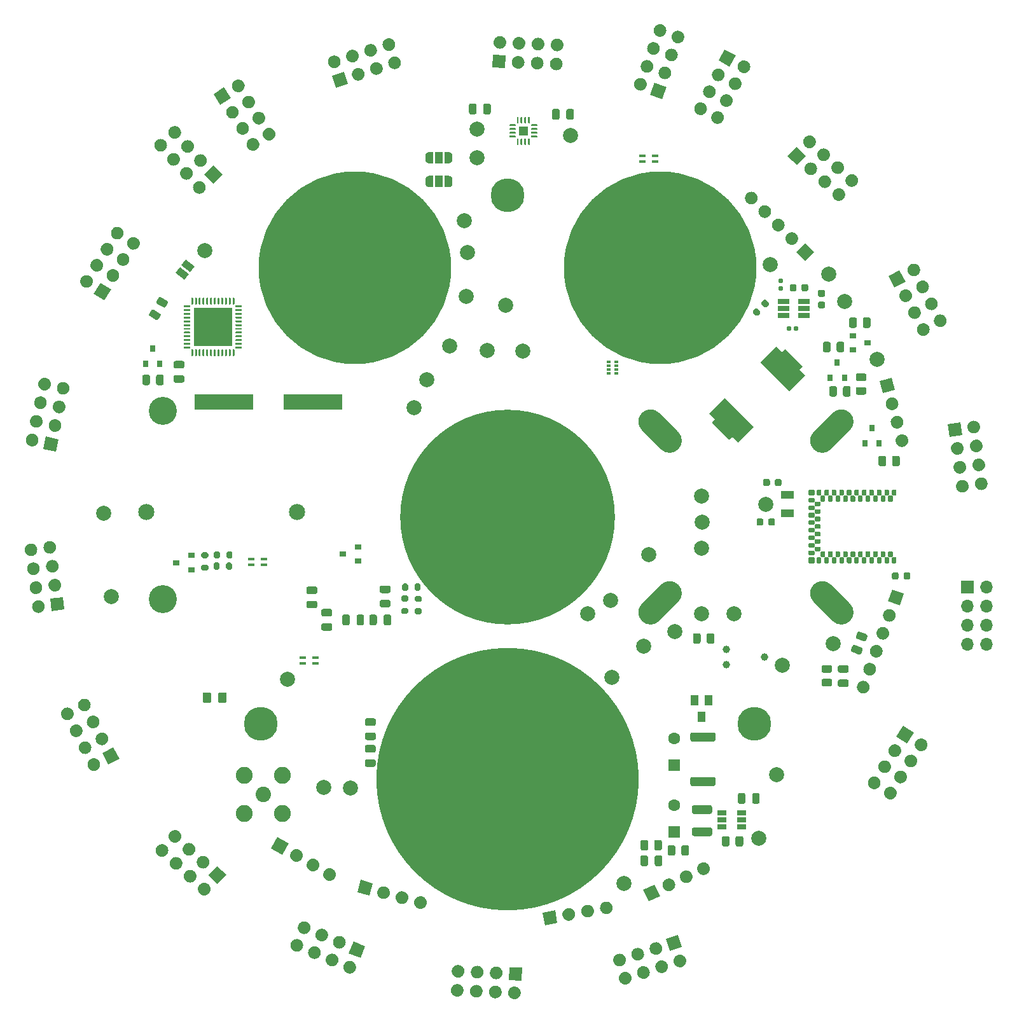
<source format=gbr>
G04 #@! TF.GenerationSoftware,KiCad,Pcbnew,(5.1.7)-1*
G04 #@! TF.CreationDate,2020-12-22T11:33:06-08:00*
G04 #@! TF.ProjectId,LCP_Controller,4c43505f-436f-46e7-9472-6f6c6c65722e,rev?*
G04 #@! TF.SameCoordinates,Original*
G04 #@! TF.FileFunction,Soldermask,Bot*
G04 #@! TF.FilePolarity,Negative*
%FSLAX46Y46*%
G04 Gerber Fmt 4.6, Leading zero omitted, Abs format (unit mm)*
G04 Created by KiCad (PCBNEW (5.1.7)-1) date 2020-12-22 11:33:06*
%MOMM*%
%LPD*%
G01*
G04 APERTURE LIST*
%ADD10C,34.925000*%
%ADD11C,28.575000*%
%ADD12C,25.654000*%
%ADD13C,0.100000*%
%ADD14R,0.500000X0.400000*%
%ADD15R,0.500000X0.300000*%
%ADD16C,2.000000*%
%ADD17C,2.151380*%
%ADD18C,1.600000*%
%ADD19R,1.600000X1.600000*%
%ADD20R,7.875000X2.000000*%
%ADD21R,1.800000X1.000000*%
%ADD22R,5.150000X5.150000*%
%ADD23R,1.220000X0.650000*%
%ADD24R,1.560000X0.650000*%
%ADD25R,1.230000X1.230000*%
%ADD26R,0.900000X0.400000*%
%ADD27R,0.900000X0.800000*%
%ADD28R,0.800000X0.900000*%
%ADD29R,1.000000X1.400000*%
%ADD30R,1.000000X1.500000*%
%ADD31O,1.700000X1.700000*%
%ADD32R,1.700000X1.700000*%
%ADD33C,2.250000*%
%ADD34C,2.050000*%
%ADD35C,0.990600*%
%ADD36C,4.500000*%
%ADD37C,4.500001*%
%ADD38C,3.730000*%
G04 APERTURE END LIST*
D10*
X181834579Y-177373517D03*
D11*
X181834579Y-142448517D03*
D12*
X161514579Y-109284962D03*
X202154579Y-109284962D03*
D13*
G36*
X219401979Y-125689376D02*
G01*
X219393335Y-125693996D01*
X219383955Y-125696842D01*
X219374201Y-125697802D01*
X219364447Y-125696842D01*
X219355067Y-125693996D01*
X219346423Y-125689376D01*
X219338846Y-125683158D01*
X215567138Y-121911450D01*
X215560920Y-121903873D01*
X215556300Y-121895229D01*
X215553454Y-121885849D01*
X215552494Y-121876095D01*
X215553454Y-121866341D01*
X215556300Y-121856961D01*
X215560920Y-121848317D01*
X215567138Y-121840740D01*
X217632597Y-119775281D01*
X217640174Y-119769062D01*
X217648818Y-119764442D01*
X217658199Y-119761597D01*
X217667952Y-119760637D01*
X217677706Y-119761597D01*
X217687087Y-119764442D01*
X217695730Y-119769062D01*
X217703308Y-119775281D01*
X218431274Y-120503247D01*
X218800030Y-120134491D01*
X218807608Y-120128273D01*
X218816251Y-120123652D01*
X218825632Y-120120807D01*
X218835386Y-120119847D01*
X218845139Y-120120807D01*
X218854520Y-120123652D01*
X218863164Y-120128273D01*
X218870741Y-120134491D01*
X221115805Y-122379555D01*
X221122023Y-122387132D01*
X221126644Y-122395776D01*
X221129489Y-122405157D01*
X221130449Y-122414910D01*
X221129489Y-122424664D01*
X221126644Y-122434045D01*
X221122023Y-122442688D01*
X221115805Y-122450266D01*
X220747049Y-122819022D01*
X221475015Y-123546988D01*
X221481234Y-123554566D01*
X221485854Y-123563209D01*
X221488699Y-123572590D01*
X221489659Y-123582344D01*
X221488699Y-123592097D01*
X221485854Y-123601478D01*
X221481234Y-123610122D01*
X221475015Y-123617699D01*
X219409556Y-125683158D01*
X219401979Y-125689376D01*
G37*
G36*
X212576984Y-132514372D02*
G01*
X212568340Y-132518992D01*
X212558959Y-132521837D01*
X212549206Y-132522797D01*
X212539452Y-132521837D01*
X212530071Y-132518992D01*
X212521428Y-132514372D01*
X212513850Y-132508153D01*
X211785884Y-131780187D01*
X211417128Y-132148943D01*
X211409550Y-132155161D01*
X211400907Y-132159782D01*
X211391526Y-132162627D01*
X211381772Y-132163587D01*
X211372019Y-132162627D01*
X211362638Y-132159782D01*
X211353994Y-132155161D01*
X211346417Y-132148943D01*
X209101353Y-129903879D01*
X209095135Y-129896302D01*
X209090514Y-129887658D01*
X209087669Y-129878277D01*
X209086709Y-129868524D01*
X209087669Y-129858770D01*
X209090514Y-129849389D01*
X209095135Y-129840746D01*
X209101353Y-129833168D01*
X209470109Y-129464412D01*
X208742143Y-128736446D01*
X208735924Y-128728868D01*
X208731304Y-128720225D01*
X208728459Y-128710844D01*
X208727499Y-128701090D01*
X208728459Y-128691337D01*
X208731304Y-128681956D01*
X208735924Y-128673312D01*
X208742143Y-128665735D01*
X210762700Y-126645177D01*
X210770278Y-126638959D01*
X210778921Y-126634339D01*
X210788302Y-126631493D01*
X210798056Y-126630533D01*
X210807810Y-126631493D01*
X210817190Y-126634339D01*
X210825834Y-126638959D01*
X210833411Y-126645177D01*
X214605119Y-130416885D01*
X214611337Y-130424462D01*
X214615957Y-130433106D01*
X214618803Y-130442486D01*
X214619763Y-130452240D01*
X214618803Y-130461994D01*
X214615957Y-130471375D01*
X214611337Y-130480018D01*
X214605119Y-130487596D01*
X212584561Y-132508153D01*
X212576984Y-132514372D01*
G37*
D14*
X196342000Y-121801000D03*
D15*
X196342000Y-122301000D03*
D14*
X196342000Y-123301000D03*
D15*
X196342000Y-122801000D03*
D14*
X195342000Y-121801000D03*
D15*
X195342000Y-122801000D03*
X195342000Y-122301000D03*
D14*
X195342000Y-123301000D03*
D16*
X160934400Y-178574700D03*
X195580000Y-153543000D03*
D17*
X153787899Y-141813517D03*
X133790479Y-141813517D03*
D18*
X204059579Y-180858517D03*
D19*
X204059579Y-184358517D03*
G36*
G01*
X149390258Y-91956119D02*
X149390258Y-91956119D01*
G75*
G02*
X149650436Y-90782531I716883J456705D01*
G01*
X149650436Y-90782531D01*
G75*
G02*
X150824024Y-91042709I456705J-716883D01*
G01*
X150824024Y-91042709D01*
G75*
G02*
X150563846Y-92216297I-716883J-456705D01*
G01*
X150563846Y-92216297D01*
G75*
G02*
X149390258Y-91956119I-456705J716883D01*
G01*
G37*
G36*
G01*
X147248044Y-93320860D02*
X147248044Y-93320860D01*
G75*
G02*
X147508222Y-92147272I716883J456705D01*
G01*
X147508222Y-92147272D01*
G75*
G02*
X148681810Y-92407450I456705J-716883D01*
G01*
X148681810Y-92407450D01*
G75*
G02*
X148421632Y-93581038I-716883J-456705D01*
G01*
X148421632Y-93581038D01*
G75*
G02*
X147248044Y-93320860I-456705J716883D01*
G01*
G37*
G36*
G01*
X148025517Y-89813905D02*
X148025517Y-89813905D01*
G75*
G02*
X148285695Y-88640317I716883J456705D01*
G01*
X148285695Y-88640317D01*
G75*
G02*
X149459283Y-88900495I456705J-716883D01*
G01*
X149459283Y-88900495D01*
G75*
G02*
X149199105Y-90074083I-716883J-456705D01*
G01*
X149199105Y-90074083D01*
G75*
G02*
X148025517Y-89813905I-456705J716883D01*
G01*
G37*
G36*
G01*
X145883303Y-91178646D02*
X145883303Y-91178646D01*
G75*
G02*
X146143481Y-90005058I716883J456705D01*
G01*
X146143481Y-90005058D01*
G75*
G02*
X147317069Y-90265236I456705J-716883D01*
G01*
X147317069Y-90265236D01*
G75*
G02*
X147056891Y-91438824I-716883J-456705D01*
G01*
X147056891Y-91438824D01*
G75*
G02*
X145883303Y-91178646I-456705J716883D01*
G01*
G37*
G36*
G01*
X146660776Y-87671690D02*
X146660776Y-87671690D01*
G75*
G02*
X146920954Y-86498102I716883J456705D01*
G01*
X146920954Y-86498102D01*
G75*
G02*
X148094542Y-86758280I456705J-716883D01*
G01*
X148094542Y-86758280D01*
G75*
G02*
X147834364Y-87931868I-716883J-456705D01*
G01*
X147834364Y-87931868D01*
G75*
G02*
X146660776Y-87671690I-456705J716883D01*
G01*
G37*
G36*
G01*
X144518562Y-89036431D02*
X144518562Y-89036431D01*
G75*
G02*
X144778740Y-87862843I716883J456705D01*
G01*
X144778740Y-87862843D01*
G75*
G02*
X145952328Y-88123021I456705J-716883D01*
G01*
X145952328Y-88123021D01*
G75*
G02*
X145692150Y-89296609I-716883J-456705D01*
G01*
X145692150Y-89296609D01*
G75*
G02*
X144518562Y-89036431I-456705J716883D01*
G01*
G37*
G36*
G01*
X145296035Y-85529476D02*
X145296035Y-85529476D01*
G75*
G02*
X145556213Y-84355888I716883J456705D01*
G01*
X145556213Y-84355888D01*
G75*
G02*
X146729801Y-84616066I456705J-716883D01*
G01*
X146729801Y-84616066D01*
G75*
G02*
X146469623Y-85789654I-716883J-456705D01*
G01*
X146469623Y-85789654D01*
G75*
G02*
X145296035Y-85529476I-456705J716883D01*
G01*
G37*
D13*
G36*
X143610526Y-87611099D02*
G01*
X142697117Y-86177334D01*
X144130882Y-85263925D01*
X145044291Y-86697690D01*
X143610526Y-87611099D01*
G37*
G36*
G01*
X233626179Y-138918517D02*
X233626179Y-139518517D01*
G75*
G02*
X233524579Y-139620117I-101600J0D01*
G01*
X233124579Y-139620117D01*
G75*
G02*
X233022979Y-139518517I0J101600D01*
G01*
X233022979Y-138918517D01*
G75*
G02*
X233124579Y-138816917I101600J0D01*
G01*
X233524579Y-138816917D01*
G75*
G02*
X233626179Y-138918517I0J-101600D01*
G01*
G37*
G36*
G01*
X233126179Y-139718517D02*
X233126179Y-140318517D01*
G75*
G02*
X233024579Y-140420117I-101600J0D01*
G01*
X232624579Y-140420117D01*
G75*
G02*
X232522979Y-140318517I0J101600D01*
G01*
X232522979Y-139718517D01*
G75*
G02*
X232624579Y-139616917I101600J0D01*
G01*
X233024579Y-139616917D01*
G75*
G02*
X233126179Y-139718517I0J-101600D01*
G01*
G37*
G36*
G01*
X232626179Y-138918517D02*
X232626179Y-139518517D01*
G75*
G02*
X232524579Y-139620117I-101600J0D01*
G01*
X232124579Y-139620117D01*
G75*
G02*
X232022979Y-139518517I0J101600D01*
G01*
X232022979Y-138918517D01*
G75*
G02*
X232124579Y-138816917I101600J0D01*
G01*
X232524579Y-138816917D01*
G75*
G02*
X232626179Y-138918517I0J-101600D01*
G01*
G37*
G36*
G01*
X232126179Y-139718517D02*
X232126179Y-140318517D01*
G75*
G02*
X232024579Y-140420117I-101600J0D01*
G01*
X231624579Y-140420117D01*
G75*
G02*
X231522979Y-140318517I0J101600D01*
G01*
X231522979Y-139718517D01*
G75*
G02*
X231624579Y-139616917I101600J0D01*
G01*
X232024579Y-139616917D01*
G75*
G02*
X232126179Y-139718517I0J-101600D01*
G01*
G37*
G36*
G01*
X231626179Y-138918517D02*
X231626179Y-139518517D01*
G75*
G02*
X231524579Y-139620117I-101600J0D01*
G01*
X231124579Y-139620117D01*
G75*
G02*
X231022979Y-139518517I0J101600D01*
G01*
X231022979Y-138918517D01*
G75*
G02*
X231124579Y-138816917I101600J0D01*
G01*
X231524579Y-138816917D01*
G75*
G02*
X231626179Y-138918517I0J-101600D01*
G01*
G37*
G36*
G01*
X231126179Y-139718517D02*
X231126179Y-140318517D01*
G75*
G02*
X231024579Y-140420117I-101600J0D01*
G01*
X230624579Y-140420117D01*
G75*
G02*
X230522979Y-140318517I0J101600D01*
G01*
X230522979Y-139718517D01*
G75*
G02*
X230624579Y-139616917I101600J0D01*
G01*
X231024579Y-139616917D01*
G75*
G02*
X231126179Y-139718517I0J-101600D01*
G01*
G37*
G36*
G01*
X230626179Y-138918517D02*
X230626179Y-139518517D01*
G75*
G02*
X230524579Y-139620117I-101600J0D01*
G01*
X230124579Y-139620117D01*
G75*
G02*
X230022979Y-139518517I0J101600D01*
G01*
X230022979Y-138918517D01*
G75*
G02*
X230124579Y-138816917I101600J0D01*
G01*
X230524579Y-138816917D01*
G75*
G02*
X230626179Y-138918517I0J-101600D01*
G01*
G37*
G36*
G01*
X230126179Y-139718517D02*
X230126179Y-140318517D01*
G75*
G02*
X230024579Y-140420117I-101600J0D01*
G01*
X229624579Y-140420117D01*
G75*
G02*
X229522979Y-140318517I0J101600D01*
G01*
X229522979Y-139718517D01*
G75*
G02*
X229624579Y-139616917I101600J0D01*
G01*
X230024579Y-139616917D01*
G75*
G02*
X230126179Y-139718517I0J-101600D01*
G01*
G37*
G36*
G01*
X229626179Y-138918517D02*
X229626179Y-139518517D01*
G75*
G02*
X229524579Y-139620117I-101600J0D01*
G01*
X229124579Y-139620117D01*
G75*
G02*
X229022979Y-139518517I0J101600D01*
G01*
X229022979Y-138918517D01*
G75*
G02*
X229124579Y-138816917I101600J0D01*
G01*
X229524579Y-138816917D01*
G75*
G02*
X229626179Y-138918517I0J-101600D01*
G01*
G37*
G36*
G01*
X229126179Y-139718517D02*
X229126179Y-140318517D01*
G75*
G02*
X229024579Y-140420117I-101600J0D01*
G01*
X228624579Y-140420117D01*
G75*
G02*
X228522979Y-140318517I0J101600D01*
G01*
X228522979Y-139718517D01*
G75*
G02*
X228624579Y-139616917I101600J0D01*
G01*
X229024579Y-139616917D01*
G75*
G02*
X229126179Y-139718517I0J-101600D01*
G01*
G37*
G36*
G01*
X228626179Y-138918517D02*
X228626179Y-139518517D01*
G75*
G02*
X228524579Y-139620117I-101600J0D01*
G01*
X228124579Y-139620117D01*
G75*
G02*
X228022979Y-139518517I0J101600D01*
G01*
X228022979Y-138918517D01*
G75*
G02*
X228124579Y-138816917I101600J0D01*
G01*
X228524579Y-138816917D01*
G75*
G02*
X228626179Y-138918517I0J-101600D01*
G01*
G37*
G36*
G01*
X228126179Y-139718517D02*
X228126179Y-140318517D01*
G75*
G02*
X228024579Y-140420117I-101600J0D01*
G01*
X227624579Y-140420117D01*
G75*
G02*
X227522979Y-140318517I0J101600D01*
G01*
X227522979Y-139718517D01*
G75*
G02*
X227624579Y-139616917I101600J0D01*
G01*
X228024579Y-139616917D01*
G75*
G02*
X228126179Y-139718517I0J-101600D01*
G01*
G37*
G36*
G01*
X227626179Y-138918517D02*
X227626179Y-139518517D01*
G75*
G02*
X227524579Y-139620117I-101600J0D01*
G01*
X227124579Y-139620117D01*
G75*
G02*
X227022979Y-139518517I0J101600D01*
G01*
X227022979Y-138918517D01*
G75*
G02*
X227124579Y-138816917I101600J0D01*
G01*
X227524579Y-138816917D01*
G75*
G02*
X227626179Y-138918517I0J-101600D01*
G01*
G37*
G36*
G01*
X227126179Y-139718517D02*
X227126179Y-140318517D01*
G75*
G02*
X227024579Y-140420117I-101600J0D01*
G01*
X226624579Y-140420117D01*
G75*
G02*
X226522979Y-140318517I0J101600D01*
G01*
X226522979Y-139718517D01*
G75*
G02*
X226624579Y-139616917I101600J0D01*
G01*
X227024579Y-139616917D01*
G75*
G02*
X227126179Y-139718517I0J-101600D01*
G01*
G37*
G36*
G01*
X226626179Y-138918517D02*
X226626179Y-139518517D01*
G75*
G02*
X226524579Y-139620117I-101600J0D01*
G01*
X226124579Y-139620117D01*
G75*
G02*
X226022979Y-139518517I0J101600D01*
G01*
X226022979Y-138918517D01*
G75*
G02*
X226124579Y-138816917I101600J0D01*
G01*
X226524579Y-138816917D01*
G75*
G02*
X226626179Y-138918517I0J-101600D01*
G01*
G37*
G36*
G01*
X226126179Y-139718517D02*
X226126179Y-140318517D01*
G75*
G02*
X226024579Y-140420117I-101600J0D01*
G01*
X225624579Y-140420117D01*
G75*
G02*
X225522979Y-140318517I0J101600D01*
G01*
X225522979Y-139718517D01*
G75*
G02*
X225624579Y-139616917I101600J0D01*
G01*
X226024579Y-139616917D01*
G75*
G02*
X226126179Y-139718517I0J-101600D01*
G01*
G37*
G36*
G01*
X225626179Y-138918517D02*
X225626179Y-139518517D01*
G75*
G02*
X225524579Y-139620117I-101600J0D01*
G01*
X225124579Y-139620117D01*
G75*
G02*
X225022979Y-139518517I0J101600D01*
G01*
X225022979Y-138918517D01*
G75*
G02*
X225124579Y-138816917I101600J0D01*
G01*
X225524579Y-138816917D01*
G75*
G02*
X225626179Y-138918517I0J-101600D01*
G01*
G37*
G36*
G01*
X225126179Y-139718517D02*
X225126179Y-140318517D01*
G75*
G02*
X225024579Y-140420117I-101600J0D01*
G01*
X224624579Y-140420117D01*
G75*
G02*
X224522979Y-140318517I0J101600D01*
G01*
X224522979Y-139718517D01*
G75*
G02*
X224624579Y-139616917I101600J0D01*
G01*
X225024579Y-139616917D01*
G75*
G02*
X225126179Y-139718517I0J-101600D01*
G01*
G37*
G36*
G01*
X224626179Y-138918517D02*
X224626179Y-139518517D01*
G75*
G02*
X224524579Y-139620117I-101600J0D01*
G01*
X224124579Y-139620117D01*
G75*
G02*
X224022979Y-139518517I0J101600D01*
G01*
X224022979Y-138918517D01*
G75*
G02*
X224124579Y-138816917I101600J0D01*
G01*
X224524579Y-138816917D01*
G75*
G02*
X224626179Y-138918517I0J-101600D01*
G01*
G37*
G36*
G01*
X224126179Y-139718517D02*
X224126179Y-140318517D01*
G75*
G02*
X224024579Y-140420117I-101600J0D01*
G01*
X223624579Y-140420117D01*
G75*
G02*
X223522979Y-140318517I0J101600D01*
G01*
X223522979Y-139718517D01*
G75*
G02*
X223624579Y-139616917I101600J0D01*
G01*
X224024579Y-139616917D01*
G75*
G02*
X224126179Y-139718517I0J-101600D01*
G01*
G37*
G36*
G01*
X223626179Y-138918517D02*
X223626179Y-139518517D01*
G75*
G02*
X223524579Y-139620117I-101600J0D01*
G01*
X223124579Y-139620117D01*
G75*
G02*
X223022979Y-139518517I0J101600D01*
G01*
X223022979Y-138918517D01*
G75*
G02*
X223124579Y-138816917I101600J0D01*
G01*
X223524579Y-138816917D01*
G75*
G02*
X223626179Y-138918517I0J-101600D01*
G01*
G37*
G36*
G01*
X222726179Y-138918517D02*
X222726179Y-139518517D01*
G75*
G02*
X222624579Y-139620117I-101600J0D01*
G01*
X222024579Y-139620117D01*
G75*
G02*
X221922979Y-139518517I0J101600D01*
G01*
X221922979Y-138918517D01*
G75*
G02*
X222024579Y-138816917I101600J0D01*
G01*
X222624579Y-138816917D01*
G75*
G02*
X222726179Y-138918517I0J-101600D01*
G01*
G37*
G36*
G01*
X222024579Y-139916917D02*
X222624579Y-139916917D01*
G75*
G02*
X222726179Y-140018517I0J-101600D01*
G01*
X222726179Y-140418517D01*
G75*
G02*
X222624579Y-140520117I-101600J0D01*
G01*
X222024579Y-140520117D01*
G75*
G02*
X221922979Y-140418517I0J101600D01*
G01*
X221922979Y-140018517D01*
G75*
G02*
X222024579Y-139916917I101600J0D01*
G01*
G37*
G36*
G01*
X222824579Y-140416917D02*
X223424579Y-140416917D01*
G75*
G02*
X223526179Y-140518517I0J-101600D01*
G01*
X223526179Y-140918517D01*
G75*
G02*
X223424579Y-141020117I-101600J0D01*
G01*
X222824579Y-141020117D01*
G75*
G02*
X222722979Y-140918517I0J101600D01*
G01*
X222722979Y-140518517D01*
G75*
G02*
X222824579Y-140416917I101600J0D01*
G01*
G37*
G36*
G01*
X222024579Y-140916917D02*
X222624579Y-140916917D01*
G75*
G02*
X222726179Y-141018517I0J-101600D01*
G01*
X222726179Y-141418517D01*
G75*
G02*
X222624579Y-141520117I-101600J0D01*
G01*
X222024579Y-141520117D01*
G75*
G02*
X221922979Y-141418517I0J101600D01*
G01*
X221922979Y-141018517D01*
G75*
G02*
X222024579Y-140916917I101600J0D01*
G01*
G37*
G36*
G01*
X222824579Y-141416917D02*
X223424579Y-141416917D01*
G75*
G02*
X223526179Y-141518517I0J-101600D01*
G01*
X223526179Y-141918517D01*
G75*
G02*
X223424579Y-142020117I-101600J0D01*
G01*
X222824579Y-142020117D01*
G75*
G02*
X222722979Y-141918517I0J101600D01*
G01*
X222722979Y-141518517D01*
G75*
G02*
X222824579Y-141416917I101600J0D01*
G01*
G37*
G36*
G01*
X222024579Y-141916917D02*
X222624579Y-141916917D01*
G75*
G02*
X222726179Y-142018517I0J-101600D01*
G01*
X222726179Y-142418517D01*
G75*
G02*
X222624579Y-142520117I-101600J0D01*
G01*
X222024579Y-142520117D01*
G75*
G02*
X221922979Y-142418517I0J101600D01*
G01*
X221922979Y-142018517D01*
G75*
G02*
X222024579Y-141916917I101600J0D01*
G01*
G37*
G36*
G01*
X222824579Y-142416917D02*
X223424579Y-142416917D01*
G75*
G02*
X223526179Y-142518517I0J-101600D01*
G01*
X223526179Y-142918517D01*
G75*
G02*
X223424579Y-143020117I-101600J0D01*
G01*
X222824579Y-143020117D01*
G75*
G02*
X222722979Y-142918517I0J101600D01*
G01*
X222722979Y-142518517D01*
G75*
G02*
X222824579Y-142416917I101600J0D01*
G01*
G37*
G36*
G01*
X222024579Y-142916917D02*
X222624579Y-142916917D01*
G75*
G02*
X222726179Y-143018517I0J-101600D01*
G01*
X222726179Y-143418517D01*
G75*
G02*
X222624579Y-143520117I-101600J0D01*
G01*
X222024579Y-143520117D01*
G75*
G02*
X221922979Y-143418517I0J101600D01*
G01*
X221922979Y-143018517D01*
G75*
G02*
X222024579Y-142916917I101600J0D01*
G01*
G37*
G36*
G01*
X222824579Y-143416917D02*
X223424579Y-143416917D01*
G75*
G02*
X223526179Y-143518517I0J-101600D01*
G01*
X223526179Y-143918517D01*
G75*
G02*
X223424579Y-144020117I-101600J0D01*
G01*
X222824579Y-144020117D01*
G75*
G02*
X222722979Y-143918517I0J101600D01*
G01*
X222722979Y-143518517D01*
G75*
G02*
X222824579Y-143416917I101600J0D01*
G01*
G37*
G36*
G01*
X222024579Y-143916917D02*
X222624579Y-143916917D01*
G75*
G02*
X222726179Y-144018517I0J-101600D01*
G01*
X222726179Y-144418517D01*
G75*
G02*
X222624579Y-144520117I-101600J0D01*
G01*
X222024579Y-144520117D01*
G75*
G02*
X221922979Y-144418517I0J101600D01*
G01*
X221922979Y-144018517D01*
G75*
G02*
X222024579Y-143916917I101600J0D01*
G01*
G37*
G36*
G01*
X222824579Y-144416917D02*
X223424579Y-144416917D01*
G75*
G02*
X223526179Y-144518517I0J-101600D01*
G01*
X223526179Y-144918517D01*
G75*
G02*
X223424579Y-145020117I-101600J0D01*
G01*
X222824579Y-145020117D01*
G75*
G02*
X222722979Y-144918517I0J101600D01*
G01*
X222722979Y-144518517D01*
G75*
G02*
X222824579Y-144416917I101600J0D01*
G01*
G37*
G36*
G01*
X222024579Y-144916917D02*
X222624579Y-144916917D01*
G75*
G02*
X222726179Y-145018517I0J-101600D01*
G01*
X222726179Y-145418517D01*
G75*
G02*
X222624579Y-145520117I-101600J0D01*
G01*
X222024579Y-145520117D01*
G75*
G02*
X221922979Y-145418517I0J101600D01*
G01*
X221922979Y-145018517D01*
G75*
G02*
X222024579Y-144916917I101600J0D01*
G01*
G37*
G36*
G01*
X222824579Y-145416917D02*
X223424579Y-145416917D01*
G75*
G02*
X223526179Y-145518517I0J-101600D01*
G01*
X223526179Y-145918517D01*
G75*
G02*
X223424579Y-146020117I-101600J0D01*
G01*
X222824579Y-146020117D01*
G75*
G02*
X222722979Y-145918517I0J101600D01*
G01*
X222722979Y-145518517D01*
G75*
G02*
X222824579Y-145416917I101600J0D01*
G01*
G37*
G36*
G01*
X222024579Y-145916917D02*
X222624579Y-145916917D01*
G75*
G02*
X222726179Y-146018517I0J-101600D01*
G01*
X222726179Y-146418517D01*
G75*
G02*
X222624579Y-146520117I-101600J0D01*
G01*
X222024579Y-146520117D01*
G75*
G02*
X221922979Y-146418517I0J101600D01*
G01*
X221922979Y-146018517D01*
G75*
G02*
X222024579Y-145916917I101600J0D01*
G01*
G37*
G36*
G01*
X222824579Y-146416917D02*
X223424579Y-146416917D01*
G75*
G02*
X223526179Y-146518517I0J-101600D01*
G01*
X223526179Y-146918517D01*
G75*
G02*
X223424579Y-147020117I-101600J0D01*
G01*
X222824579Y-147020117D01*
G75*
G02*
X222722979Y-146918517I0J101600D01*
G01*
X222722979Y-146518517D01*
G75*
G02*
X222824579Y-146416917I101600J0D01*
G01*
G37*
G36*
G01*
X222024579Y-146916917D02*
X222624579Y-146916917D01*
G75*
G02*
X222726179Y-147018517I0J-101600D01*
G01*
X222726179Y-147418517D01*
G75*
G02*
X222624579Y-147520117I-101600J0D01*
G01*
X222024579Y-147520117D01*
G75*
G02*
X221922979Y-147418517I0J101600D01*
G01*
X221922979Y-147018517D01*
G75*
G02*
X222024579Y-146916917I101600J0D01*
G01*
G37*
G36*
G01*
X221922979Y-148518517D02*
X221922979Y-147918517D01*
G75*
G02*
X222024579Y-147816917I101600J0D01*
G01*
X222624579Y-147816917D01*
G75*
G02*
X222726179Y-147918517I0J-101600D01*
G01*
X222726179Y-148518517D01*
G75*
G02*
X222624579Y-148620117I-101600J0D01*
G01*
X222024579Y-148620117D01*
G75*
G02*
X221922979Y-148518517I0J101600D01*
G01*
G37*
G36*
G01*
X223022979Y-148518517D02*
X223022979Y-147918517D01*
G75*
G02*
X223124579Y-147816917I101600J0D01*
G01*
X223524579Y-147816917D01*
G75*
G02*
X223626179Y-147918517I0J-101600D01*
G01*
X223626179Y-148518517D01*
G75*
G02*
X223524579Y-148620117I-101600J0D01*
G01*
X223124579Y-148620117D01*
G75*
G02*
X223022979Y-148518517I0J101600D01*
G01*
G37*
G36*
G01*
X223522979Y-147718517D02*
X223522979Y-147118517D01*
G75*
G02*
X223624579Y-147016917I101600J0D01*
G01*
X224024579Y-147016917D01*
G75*
G02*
X224126179Y-147118517I0J-101600D01*
G01*
X224126179Y-147718517D01*
G75*
G02*
X224024579Y-147820117I-101600J0D01*
G01*
X223624579Y-147820117D01*
G75*
G02*
X223522979Y-147718517I0J101600D01*
G01*
G37*
G36*
G01*
X224022979Y-148518517D02*
X224022979Y-147918517D01*
G75*
G02*
X224124579Y-147816917I101600J0D01*
G01*
X224524579Y-147816917D01*
G75*
G02*
X224626179Y-147918517I0J-101600D01*
G01*
X224626179Y-148518517D01*
G75*
G02*
X224524579Y-148620117I-101600J0D01*
G01*
X224124579Y-148620117D01*
G75*
G02*
X224022979Y-148518517I0J101600D01*
G01*
G37*
G36*
G01*
X224522979Y-147718517D02*
X224522979Y-147118517D01*
G75*
G02*
X224624579Y-147016917I101600J0D01*
G01*
X225024579Y-147016917D01*
G75*
G02*
X225126179Y-147118517I0J-101600D01*
G01*
X225126179Y-147718517D01*
G75*
G02*
X225024579Y-147820117I-101600J0D01*
G01*
X224624579Y-147820117D01*
G75*
G02*
X224522979Y-147718517I0J101600D01*
G01*
G37*
G36*
G01*
X225022979Y-148518517D02*
X225022979Y-147918517D01*
G75*
G02*
X225124579Y-147816917I101600J0D01*
G01*
X225524579Y-147816917D01*
G75*
G02*
X225626179Y-147918517I0J-101600D01*
G01*
X225626179Y-148518517D01*
G75*
G02*
X225524579Y-148620117I-101600J0D01*
G01*
X225124579Y-148620117D01*
G75*
G02*
X225022979Y-148518517I0J101600D01*
G01*
G37*
G36*
G01*
X225522979Y-147718517D02*
X225522979Y-147118517D01*
G75*
G02*
X225624579Y-147016917I101600J0D01*
G01*
X226024579Y-147016917D01*
G75*
G02*
X226126179Y-147118517I0J-101600D01*
G01*
X226126179Y-147718517D01*
G75*
G02*
X226024579Y-147820117I-101600J0D01*
G01*
X225624579Y-147820117D01*
G75*
G02*
X225522979Y-147718517I0J101600D01*
G01*
G37*
G36*
G01*
X226022979Y-148518517D02*
X226022979Y-147918517D01*
G75*
G02*
X226124579Y-147816917I101600J0D01*
G01*
X226524579Y-147816917D01*
G75*
G02*
X226626179Y-147918517I0J-101600D01*
G01*
X226626179Y-148518517D01*
G75*
G02*
X226524579Y-148620117I-101600J0D01*
G01*
X226124579Y-148620117D01*
G75*
G02*
X226022979Y-148518517I0J101600D01*
G01*
G37*
G36*
G01*
X226522979Y-147718517D02*
X226522979Y-147118517D01*
G75*
G02*
X226624579Y-147016917I101600J0D01*
G01*
X227024579Y-147016917D01*
G75*
G02*
X227126179Y-147118517I0J-101600D01*
G01*
X227126179Y-147718517D01*
G75*
G02*
X227024579Y-147820117I-101600J0D01*
G01*
X226624579Y-147820117D01*
G75*
G02*
X226522979Y-147718517I0J101600D01*
G01*
G37*
G36*
G01*
X227022979Y-148518517D02*
X227022979Y-147918517D01*
G75*
G02*
X227124579Y-147816917I101600J0D01*
G01*
X227524579Y-147816917D01*
G75*
G02*
X227626179Y-147918517I0J-101600D01*
G01*
X227626179Y-148518517D01*
G75*
G02*
X227524579Y-148620117I-101600J0D01*
G01*
X227124579Y-148620117D01*
G75*
G02*
X227022979Y-148518517I0J101600D01*
G01*
G37*
G36*
G01*
X227522979Y-147718517D02*
X227522979Y-147118517D01*
G75*
G02*
X227624579Y-147016917I101600J0D01*
G01*
X228024579Y-147016917D01*
G75*
G02*
X228126179Y-147118517I0J-101600D01*
G01*
X228126179Y-147718517D01*
G75*
G02*
X228024579Y-147820117I-101600J0D01*
G01*
X227624579Y-147820117D01*
G75*
G02*
X227522979Y-147718517I0J101600D01*
G01*
G37*
G36*
G01*
X228022979Y-148518517D02*
X228022979Y-147918517D01*
G75*
G02*
X228124579Y-147816917I101600J0D01*
G01*
X228524579Y-147816917D01*
G75*
G02*
X228626179Y-147918517I0J-101600D01*
G01*
X228626179Y-148518517D01*
G75*
G02*
X228524579Y-148620117I-101600J0D01*
G01*
X228124579Y-148620117D01*
G75*
G02*
X228022979Y-148518517I0J101600D01*
G01*
G37*
G36*
G01*
X228522979Y-147718517D02*
X228522979Y-147118517D01*
G75*
G02*
X228624579Y-147016917I101600J0D01*
G01*
X229024579Y-147016917D01*
G75*
G02*
X229126179Y-147118517I0J-101600D01*
G01*
X229126179Y-147718517D01*
G75*
G02*
X229024579Y-147820117I-101600J0D01*
G01*
X228624579Y-147820117D01*
G75*
G02*
X228522979Y-147718517I0J101600D01*
G01*
G37*
G36*
G01*
X229022979Y-148518517D02*
X229022979Y-147918517D01*
G75*
G02*
X229124579Y-147816917I101600J0D01*
G01*
X229524579Y-147816917D01*
G75*
G02*
X229626179Y-147918517I0J-101600D01*
G01*
X229626179Y-148518517D01*
G75*
G02*
X229524579Y-148620117I-101600J0D01*
G01*
X229124579Y-148620117D01*
G75*
G02*
X229022979Y-148518517I0J101600D01*
G01*
G37*
G36*
G01*
X229522979Y-147718517D02*
X229522979Y-147118517D01*
G75*
G02*
X229624579Y-147016917I101600J0D01*
G01*
X230024579Y-147016917D01*
G75*
G02*
X230126179Y-147118517I0J-101600D01*
G01*
X230126179Y-147718517D01*
G75*
G02*
X230024579Y-147820117I-101600J0D01*
G01*
X229624579Y-147820117D01*
G75*
G02*
X229522979Y-147718517I0J101600D01*
G01*
G37*
G36*
G01*
X230022979Y-148518517D02*
X230022979Y-147918517D01*
G75*
G02*
X230124579Y-147816917I101600J0D01*
G01*
X230524579Y-147816917D01*
G75*
G02*
X230626179Y-147918517I0J-101600D01*
G01*
X230626179Y-148518517D01*
G75*
G02*
X230524579Y-148620117I-101600J0D01*
G01*
X230124579Y-148620117D01*
G75*
G02*
X230022979Y-148518517I0J101600D01*
G01*
G37*
G36*
G01*
X230522979Y-147718517D02*
X230522979Y-147118517D01*
G75*
G02*
X230624579Y-147016917I101600J0D01*
G01*
X231024579Y-147016917D01*
G75*
G02*
X231126179Y-147118517I0J-101600D01*
G01*
X231126179Y-147718517D01*
G75*
G02*
X231024579Y-147820117I-101600J0D01*
G01*
X230624579Y-147820117D01*
G75*
G02*
X230522979Y-147718517I0J101600D01*
G01*
G37*
G36*
G01*
X231022979Y-148518517D02*
X231022979Y-147918517D01*
G75*
G02*
X231124579Y-147816917I101600J0D01*
G01*
X231524579Y-147816917D01*
G75*
G02*
X231626179Y-147918517I0J-101600D01*
G01*
X231626179Y-148518517D01*
G75*
G02*
X231524579Y-148620117I-101600J0D01*
G01*
X231124579Y-148620117D01*
G75*
G02*
X231022979Y-148518517I0J101600D01*
G01*
G37*
G36*
G01*
X231522979Y-147718517D02*
X231522979Y-147118517D01*
G75*
G02*
X231624579Y-147016917I101600J0D01*
G01*
X232024579Y-147016917D01*
G75*
G02*
X232126179Y-147118517I0J-101600D01*
G01*
X232126179Y-147718517D01*
G75*
G02*
X232024579Y-147820117I-101600J0D01*
G01*
X231624579Y-147820117D01*
G75*
G02*
X231522979Y-147718517I0J101600D01*
G01*
G37*
G36*
G01*
X232022979Y-148518517D02*
X232022979Y-147918517D01*
G75*
G02*
X232124579Y-147816917I101600J0D01*
G01*
X232524579Y-147816917D01*
G75*
G02*
X232626179Y-147918517I0J-101600D01*
G01*
X232626179Y-148518517D01*
G75*
G02*
X232524579Y-148620117I-101600J0D01*
G01*
X232124579Y-148620117D01*
G75*
G02*
X232022979Y-148518517I0J101600D01*
G01*
G37*
G36*
G01*
X232522979Y-147718517D02*
X232522979Y-147118517D01*
G75*
G02*
X232624579Y-147016917I101600J0D01*
G01*
X233024579Y-147016917D01*
G75*
G02*
X233126179Y-147118517I0J-101600D01*
G01*
X233126179Y-147718517D01*
G75*
G02*
X233024579Y-147820117I-101600J0D01*
G01*
X232624579Y-147820117D01*
G75*
G02*
X232522979Y-147718517I0J101600D01*
G01*
G37*
G36*
G01*
X233022979Y-148518517D02*
X233022979Y-147918517D01*
G75*
G02*
X233124579Y-147816917I101600J0D01*
G01*
X233524579Y-147816917D01*
G75*
G02*
X233626179Y-147918517I0J-101600D01*
G01*
X233626179Y-148518517D01*
G75*
G02*
X233524579Y-148620117I-101600J0D01*
G01*
X233124579Y-148620117D01*
G75*
G02*
X233022979Y-148518517I0J101600D01*
G01*
G37*
D20*
X144081500Y-127127000D03*
X155956500Y-127127000D03*
D21*
X219138500Y-141986000D03*
X219138500Y-139486000D03*
D22*
X142621000Y-117157500D03*
G36*
G01*
X139746000Y-120970000D02*
X139746000Y-120220000D01*
G75*
G02*
X139808500Y-120157500I62500J0D01*
G01*
X139933500Y-120157500D01*
G75*
G02*
X139996000Y-120220000I0J-62500D01*
G01*
X139996000Y-120970000D01*
G75*
G02*
X139933500Y-121032500I-62500J0D01*
G01*
X139808500Y-121032500D01*
G75*
G02*
X139746000Y-120970000I0J62500D01*
G01*
G37*
G36*
G01*
X140246000Y-120970000D02*
X140246000Y-120220000D01*
G75*
G02*
X140308500Y-120157500I62500J0D01*
G01*
X140433500Y-120157500D01*
G75*
G02*
X140496000Y-120220000I0J-62500D01*
G01*
X140496000Y-120970000D01*
G75*
G02*
X140433500Y-121032500I-62500J0D01*
G01*
X140308500Y-121032500D01*
G75*
G02*
X140246000Y-120970000I0J62500D01*
G01*
G37*
G36*
G01*
X140746000Y-120970000D02*
X140746000Y-120220000D01*
G75*
G02*
X140808500Y-120157500I62500J0D01*
G01*
X140933500Y-120157500D01*
G75*
G02*
X140996000Y-120220000I0J-62500D01*
G01*
X140996000Y-120970000D01*
G75*
G02*
X140933500Y-121032500I-62500J0D01*
G01*
X140808500Y-121032500D01*
G75*
G02*
X140746000Y-120970000I0J62500D01*
G01*
G37*
G36*
G01*
X141246000Y-120970000D02*
X141246000Y-120220000D01*
G75*
G02*
X141308500Y-120157500I62500J0D01*
G01*
X141433500Y-120157500D01*
G75*
G02*
X141496000Y-120220000I0J-62500D01*
G01*
X141496000Y-120970000D01*
G75*
G02*
X141433500Y-121032500I-62500J0D01*
G01*
X141308500Y-121032500D01*
G75*
G02*
X141246000Y-120970000I0J62500D01*
G01*
G37*
G36*
G01*
X141746000Y-120970000D02*
X141746000Y-120220000D01*
G75*
G02*
X141808500Y-120157500I62500J0D01*
G01*
X141933500Y-120157500D01*
G75*
G02*
X141996000Y-120220000I0J-62500D01*
G01*
X141996000Y-120970000D01*
G75*
G02*
X141933500Y-121032500I-62500J0D01*
G01*
X141808500Y-121032500D01*
G75*
G02*
X141746000Y-120970000I0J62500D01*
G01*
G37*
G36*
G01*
X142246000Y-120970000D02*
X142246000Y-120220000D01*
G75*
G02*
X142308500Y-120157500I62500J0D01*
G01*
X142433500Y-120157500D01*
G75*
G02*
X142496000Y-120220000I0J-62500D01*
G01*
X142496000Y-120970000D01*
G75*
G02*
X142433500Y-121032500I-62500J0D01*
G01*
X142308500Y-121032500D01*
G75*
G02*
X142246000Y-120970000I0J62500D01*
G01*
G37*
G36*
G01*
X142746000Y-120970000D02*
X142746000Y-120220000D01*
G75*
G02*
X142808500Y-120157500I62500J0D01*
G01*
X142933500Y-120157500D01*
G75*
G02*
X142996000Y-120220000I0J-62500D01*
G01*
X142996000Y-120970000D01*
G75*
G02*
X142933500Y-121032500I-62500J0D01*
G01*
X142808500Y-121032500D01*
G75*
G02*
X142746000Y-120970000I0J62500D01*
G01*
G37*
G36*
G01*
X143246000Y-120970000D02*
X143246000Y-120220000D01*
G75*
G02*
X143308500Y-120157500I62500J0D01*
G01*
X143433500Y-120157500D01*
G75*
G02*
X143496000Y-120220000I0J-62500D01*
G01*
X143496000Y-120970000D01*
G75*
G02*
X143433500Y-121032500I-62500J0D01*
G01*
X143308500Y-121032500D01*
G75*
G02*
X143246000Y-120970000I0J62500D01*
G01*
G37*
G36*
G01*
X143746000Y-120970000D02*
X143746000Y-120220000D01*
G75*
G02*
X143808500Y-120157500I62500J0D01*
G01*
X143933500Y-120157500D01*
G75*
G02*
X143996000Y-120220000I0J-62500D01*
G01*
X143996000Y-120970000D01*
G75*
G02*
X143933500Y-121032500I-62500J0D01*
G01*
X143808500Y-121032500D01*
G75*
G02*
X143746000Y-120970000I0J62500D01*
G01*
G37*
G36*
G01*
X144246000Y-120970000D02*
X144246000Y-120220000D01*
G75*
G02*
X144308500Y-120157500I62500J0D01*
G01*
X144433500Y-120157500D01*
G75*
G02*
X144496000Y-120220000I0J-62500D01*
G01*
X144496000Y-120970000D01*
G75*
G02*
X144433500Y-121032500I-62500J0D01*
G01*
X144308500Y-121032500D01*
G75*
G02*
X144246000Y-120970000I0J62500D01*
G01*
G37*
G36*
G01*
X144746000Y-120970000D02*
X144746000Y-120220000D01*
G75*
G02*
X144808500Y-120157500I62500J0D01*
G01*
X144933500Y-120157500D01*
G75*
G02*
X144996000Y-120220000I0J-62500D01*
G01*
X144996000Y-120970000D01*
G75*
G02*
X144933500Y-121032500I-62500J0D01*
G01*
X144808500Y-121032500D01*
G75*
G02*
X144746000Y-120970000I0J62500D01*
G01*
G37*
G36*
G01*
X145246000Y-120970000D02*
X145246000Y-120220000D01*
G75*
G02*
X145308500Y-120157500I62500J0D01*
G01*
X145433500Y-120157500D01*
G75*
G02*
X145496000Y-120220000I0J-62500D01*
G01*
X145496000Y-120970000D01*
G75*
G02*
X145433500Y-121032500I-62500J0D01*
G01*
X145308500Y-121032500D01*
G75*
G02*
X145246000Y-120970000I0J62500D01*
G01*
G37*
G36*
G01*
X145621000Y-119970000D02*
X145621000Y-119845000D01*
G75*
G02*
X145683500Y-119782500I62500J0D01*
G01*
X146433500Y-119782500D01*
G75*
G02*
X146496000Y-119845000I0J-62500D01*
G01*
X146496000Y-119970000D01*
G75*
G02*
X146433500Y-120032500I-62500J0D01*
G01*
X145683500Y-120032500D01*
G75*
G02*
X145621000Y-119970000I0J62500D01*
G01*
G37*
G36*
G01*
X145621000Y-119470000D02*
X145621000Y-119345000D01*
G75*
G02*
X145683500Y-119282500I62500J0D01*
G01*
X146433500Y-119282500D01*
G75*
G02*
X146496000Y-119345000I0J-62500D01*
G01*
X146496000Y-119470000D01*
G75*
G02*
X146433500Y-119532500I-62500J0D01*
G01*
X145683500Y-119532500D01*
G75*
G02*
X145621000Y-119470000I0J62500D01*
G01*
G37*
G36*
G01*
X145621000Y-118970000D02*
X145621000Y-118845000D01*
G75*
G02*
X145683500Y-118782500I62500J0D01*
G01*
X146433500Y-118782500D01*
G75*
G02*
X146496000Y-118845000I0J-62500D01*
G01*
X146496000Y-118970000D01*
G75*
G02*
X146433500Y-119032500I-62500J0D01*
G01*
X145683500Y-119032500D01*
G75*
G02*
X145621000Y-118970000I0J62500D01*
G01*
G37*
G36*
G01*
X145621000Y-118470000D02*
X145621000Y-118345000D01*
G75*
G02*
X145683500Y-118282500I62500J0D01*
G01*
X146433500Y-118282500D01*
G75*
G02*
X146496000Y-118345000I0J-62500D01*
G01*
X146496000Y-118470000D01*
G75*
G02*
X146433500Y-118532500I-62500J0D01*
G01*
X145683500Y-118532500D01*
G75*
G02*
X145621000Y-118470000I0J62500D01*
G01*
G37*
G36*
G01*
X145621000Y-117970000D02*
X145621000Y-117845000D01*
G75*
G02*
X145683500Y-117782500I62500J0D01*
G01*
X146433500Y-117782500D01*
G75*
G02*
X146496000Y-117845000I0J-62500D01*
G01*
X146496000Y-117970000D01*
G75*
G02*
X146433500Y-118032500I-62500J0D01*
G01*
X145683500Y-118032500D01*
G75*
G02*
X145621000Y-117970000I0J62500D01*
G01*
G37*
G36*
G01*
X145621000Y-117470000D02*
X145621000Y-117345000D01*
G75*
G02*
X145683500Y-117282500I62500J0D01*
G01*
X146433500Y-117282500D01*
G75*
G02*
X146496000Y-117345000I0J-62500D01*
G01*
X146496000Y-117470000D01*
G75*
G02*
X146433500Y-117532500I-62500J0D01*
G01*
X145683500Y-117532500D01*
G75*
G02*
X145621000Y-117470000I0J62500D01*
G01*
G37*
G36*
G01*
X145621000Y-116970000D02*
X145621000Y-116845000D01*
G75*
G02*
X145683500Y-116782500I62500J0D01*
G01*
X146433500Y-116782500D01*
G75*
G02*
X146496000Y-116845000I0J-62500D01*
G01*
X146496000Y-116970000D01*
G75*
G02*
X146433500Y-117032500I-62500J0D01*
G01*
X145683500Y-117032500D01*
G75*
G02*
X145621000Y-116970000I0J62500D01*
G01*
G37*
G36*
G01*
X145621000Y-116470000D02*
X145621000Y-116345000D01*
G75*
G02*
X145683500Y-116282500I62500J0D01*
G01*
X146433500Y-116282500D01*
G75*
G02*
X146496000Y-116345000I0J-62500D01*
G01*
X146496000Y-116470000D01*
G75*
G02*
X146433500Y-116532500I-62500J0D01*
G01*
X145683500Y-116532500D01*
G75*
G02*
X145621000Y-116470000I0J62500D01*
G01*
G37*
G36*
G01*
X145621000Y-115970000D02*
X145621000Y-115845000D01*
G75*
G02*
X145683500Y-115782500I62500J0D01*
G01*
X146433500Y-115782500D01*
G75*
G02*
X146496000Y-115845000I0J-62500D01*
G01*
X146496000Y-115970000D01*
G75*
G02*
X146433500Y-116032500I-62500J0D01*
G01*
X145683500Y-116032500D01*
G75*
G02*
X145621000Y-115970000I0J62500D01*
G01*
G37*
G36*
G01*
X145621000Y-115470000D02*
X145621000Y-115345000D01*
G75*
G02*
X145683500Y-115282500I62500J0D01*
G01*
X146433500Y-115282500D01*
G75*
G02*
X146496000Y-115345000I0J-62500D01*
G01*
X146496000Y-115470000D01*
G75*
G02*
X146433500Y-115532500I-62500J0D01*
G01*
X145683500Y-115532500D01*
G75*
G02*
X145621000Y-115470000I0J62500D01*
G01*
G37*
G36*
G01*
X145621000Y-114970000D02*
X145621000Y-114845000D01*
G75*
G02*
X145683500Y-114782500I62500J0D01*
G01*
X146433500Y-114782500D01*
G75*
G02*
X146496000Y-114845000I0J-62500D01*
G01*
X146496000Y-114970000D01*
G75*
G02*
X146433500Y-115032500I-62500J0D01*
G01*
X145683500Y-115032500D01*
G75*
G02*
X145621000Y-114970000I0J62500D01*
G01*
G37*
G36*
G01*
X145621000Y-114470000D02*
X145621000Y-114345000D01*
G75*
G02*
X145683500Y-114282500I62500J0D01*
G01*
X146433500Y-114282500D01*
G75*
G02*
X146496000Y-114345000I0J-62500D01*
G01*
X146496000Y-114470000D01*
G75*
G02*
X146433500Y-114532500I-62500J0D01*
G01*
X145683500Y-114532500D01*
G75*
G02*
X145621000Y-114470000I0J62500D01*
G01*
G37*
G36*
G01*
X145246000Y-114095000D02*
X145246000Y-113345000D01*
G75*
G02*
X145308500Y-113282500I62500J0D01*
G01*
X145433500Y-113282500D01*
G75*
G02*
X145496000Y-113345000I0J-62500D01*
G01*
X145496000Y-114095000D01*
G75*
G02*
X145433500Y-114157500I-62500J0D01*
G01*
X145308500Y-114157500D01*
G75*
G02*
X145246000Y-114095000I0J62500D01*
G01*
G37*
G36*
G01*
X144746000Y-114095000D02*
X144746000Y-113345000D01*
G75*
G02*
X144808500Y-113282500I62500J0D01*
G01*
X144933500Y-113282500D01*
G75*
G02*
X144996000Y-113345000I0J-62500D01*
G01*
X144996000Y-114095000D01*
G75*
G02*
X144933500Y-114157500I-62500J0D01*
G01*
X144808500Y-114157500D01*
G75*
G02*
X144746000Y-114095000I0J62500D01*
G01*
G37*
G36*
G01*
X144246000Y-114095000D02*
X144246000Y-113345000D01*
G75*
G02*
X144308500Y-113282500I62500J0D01*
G01*
X144433500Y-113282500D01*
G75*
G02*
X144496000Y-113345000I0J-62500D01*
G01*
X144496000Y-114095000D01*
G75*
G02*
X144433500Y-114157500I-62500J0D01*
G01*
X144308500Y-114157500D01*
G75*
G02*
X144246000Y-114095000I0J62500D01*
G01*
G37*
G36*
G01*
X143746000Y-114095000D02*
X143746000Y-113345000D01*
G75*
G02*
X143808500Y-113282500I62500J0D01*
G01*
X143933500Y-113282500D01*
G75*
G02*
X143996000Y-113345000I0J-62500D01*
G01*
X143996000Y-114095000D01*
G75*
G02*
X143933500Y-114157500I-62500J0D01*
G01*
X143808500Y-114157500D01*
G75*
G02*
X143746000Y-114095000I0J62500D01*
G01*
G37*
G36*
G01*
X143246000Y-114095000D02*
X143246000Y-113345000D01*
G75*
G02*
X143308500Y-113282500I62500J0D01*
G01*
X143433500Y-113282500D01*
G75*
G02*
X143496000Y-113345000I0J-62500D01*
G01*
X143496000Y-114095000D01*
G75*
G02*
X143433500Y-114157500I-62500J0D01*
G01*
X143308500Y-114157500D01*
G75*
G02*
X143246000Y-114095000I0J62500D01*
G01*
G37*
G36*
G01*
X142746000Y-114095000D02*
X142746000Y-113345000D01*
G75*
G02*
X142808500Y-113282500I62500J0D01*
G01*
X142933500Y-113282500D01*
G75*
G02*
X142996000Y-113345000I0J-62500D01*
G01*
X142996000Y-114095000D01*
G75*
G02*
X142933500Y-114157500I-62500J0D01*
G01*
X142808500Y-114157500D01*
G75*
G02*
X142746000Y-114095000I0J62500D01*
G01*
G37*
G36*
G01*
X142246000Y-114095000D02*
X142246000Y-113345000D01*
G75*
G02*
X142308500Y-113282500I62500J0D01*
G01*
X142433500Y-113282500D01*
G75*
G02*
X142496000Y-113345000I0J-62500D01*
G01*
X142496000Y-114095000D01*
G75*
G02*
X142433500Y-114157500I-62500J0D01*
G01*
X142308500Y-114157500D01*
G75*
G02*
X142246000Y-114095000I0J62500D01*
G01*
G37*
G36*
G01*
X141746000Y-114095000D02*
X141746000Y-113345000D01*
G75*
G02*
X141808500Y-113282500I62500J0D01*
G01*
X141933500Y-113282500D01*
G75*
G02*
X141996000Y-113345000I0J-62500D01*
G01*
X141996000Y-114095000D01*
G75*
G02*
X141933500Y-114157500I-62500J0D01*
G01*
X141808500Y-114157500D01*
G75*
G02*
X141746000Y-114095000I0J62500D01*
G01*
G37*
G36*
G01*
X141246000Y-114095000D02*
X141246000Y-113345000D01*
G75*
G02*
X141308500Y-113282500I62500J0D01*
G01*
X141433500Y-113282500D01*
G75*
G02*
X141496000Y-113345000I0J-62500D01*
G01*
X141496000Y-114095000D01*
G75*
G02*
X141433500Y-114157500I-62500J0D01*
G01*
X141308500Y-114157500D01*
G75*
G02*
X141246000Y-114095000I0J62500D01*
G01*
G37*
G36*
G01*
X140746000Y-114095000D02*
X140746000Y-113345000D01*
G75*
G02*
X140808500Y-113282500I62500J0D01*
G01*
X140933500Y-113282500D01*
G75*
G02*
X140996000Y-113345000I0J-62500D01*
G01*
X140996000Y-114095000D01*
G75*
G02*
X140933500Y-114157500I-62500J0D01*
G01*
X140808500Y-114157500D01*
G75*
G02*
X140746000Y-114095000I0J62500D01*
G01*
G37*
G36*
G01*
X140246000Y-114095000D02*
X140246000Y-113345000D01*
G75*
G02*
X140308500Y-113282500I62500J0D01*
G01*
X140433500Y-113282500D01*
G75*
G02*
X140496000Y-113345000I0J-62500D01*
G01*
X140496000Y-114095000D01*
G75*
G02*
X140433500Y-114157500I-62500J0D01*
G01*
X140308500Y-114157500D01*
G75*
G02*
X140246000Y-114095000I0J62500D01*
G01*
G37*
G36*
G01*
X139746000Y-114095000D02*
X139746000Y-113345000D01*
G75*
G02*
X139808500Y-113282500I62500J0D01*
G01*
X139933500Y-113282500D01*
G75*
G02*
X139996000Y-113345000I0J-62500D01*
G01*
X139996000Y-114095000D01*
G75*
G02*
X139933500Y-114157500I-62500J0D01*
G01*
X139808500Y-114157500D01*
G75*
G02*
X139746000Y-114095000I0J62500D01*
G01*
G37*
G36*
G01*
X138746000Y-114470000D02*
X138746000Y-114345000D01*
G75*
G02*
X138808500Y-114282500I62500J0D01*
G01*
X139558500Y-114282500D01*
G75*
G02*
X139621000Y-114345000I0J-62500D01*
G01*
X139621000Y-114470000D01*
G75*
G02*
X139558500Y-114532500I-62500J0D01*
G01*
X138808500Y-114532500D01*
G75*
G02*
X138746000Y-114470000I0J62500D01*
G01*
G37*
G36*
G01*
X138746000Y-114970000D02*
X138746000Y-114845000D01*
G75*
G02*
X138808500Y-114782500I62500J0D01*
G01*
X139558500Y-114782500D01*
G75*
G02*
X139621000Y-114845000I0J-62500D01*
G01*
X139621000Y-114970000D01*
G75*
G02*
X139558500Y-115032500I-62500J0D01*
G01*
X138808500Y-115032500D01*
G75*
G02*
X138746000Y-114970000I0J62500D01*
G01*
G37*
G36*
G01*
X138746000Y-115470000D02*
X138746000Y-115345000D01*
G75*
G02*
X138808500Y-115282500I62500J0D01*
G01*
X139558500Y-115282500D01*
G75*
G02*
X139621000Y-115345000I0J-62500D01*
G01*
X139621000Y-115470000D01*
G75*
G02*
X139558500Y-115532500I-62500J0D01*
G01*
X138808500Y-115532500D01*
G75*
G02*
X138746000Y-115470000I0J62500D01*
G01*
G37*
G36*
G01*
X138746000Y-115970000D02*
X138746000Y-115845000D01*
G75*
G02*
X138808500Y-115782500I62500J0D01*
G01*
X139558500Y-115782500D01*
G75*
G02*
X139621000Y-115845000I0J-62500D01*
G01*
X139621000Y-115970000D01*
G75*
G02*
X139558500Y-116032500I-62500J0D01*
G01*
X138808500Y-116032500D01*
G75*
G02*
X138746000Y-115970000I0J62500D01*
G01*
G37*
G36*
G01*
X138746000Y-116470000D02*
X138746000Y-116345000D01*
G75*
G02*
X138808500Y-116282500I62500J0D01*
G01*
X139558500Y-116282500D01*
G75*
G02*
X139621000Y-116345000I0J-62500D01*
G01*
X139621000Y-116470000D01*
G75*
G02*
X139558500Y-116532500I-62500J0D01*
G01*
X138808500Y-116532500D01*
G75*
G02*
X138746000Y-116470000I0J62500D01*
G01*
G37*
G36*
G01*
X138746000Y-116970000D02*
X138746000Y-116845000D01*
G75*
G02*
X138808500Y-116782500I62500J0D01*
G01*
X139558500Y-116782500D01*
G75*
G02*
X139621000Y-116845000I0J-62500D01*
G01*
X139621000Y-116970000D01*
G75*
G02*
X139558500Y-117032500I-62500J0D01*
G01*
X138808500Y-117032500D01*
G75*
G02*
X138746000Y-116970000I0J62500D01*
G01*
G37*
G36*
G01*
X138746000Y-117470000D02*
X138746000Y-117345000D01*
G75*
G02*
X138808500Y-117282500I62500J0D01*
G01*
X139558500Y-117282500D01*
G75*
G02*
X139621000Y-117345000I0J-62500D01*
G01*
X139621000Y-117470000D01*
G75*
G02*
X139558500Y-117532500I-62500J0D01*
G01*
X138808500Y-117532500D01*
G75*
G02*
X138746000Y-117470000I0J62500D01*
G01*
G37*
G36*
G01*
X138746000Y-117970000D02*
X138746000Y-117845000D01*
G75*
G02*
X138808500Y-117782500I62500J0D01*
G01*
X139558500Y-117782500D01*
G75*
G02*
X139621000Y-117845000I0J-62500D01*
G01*
X139621000Y-117970000D01*
G75*
G02*
X139558500Y-118032500I-62500J0D01*
G01*
X138808500Y-118032500D01*
G75*
G02*
X138746000Y-117970000I0J62500D01*
G01*
G37*
G36*
G01*
X138746000Y-118470000D02*
X138746000Y-118345000D01*
G75*
G02*
X138808500Y-118282500I62500J0D01*
G01*
X139558500Y-118282500D01*
G75*
G02*
X139621000Y-118345000I0J-62500D01*
G01*
X139621000Y-118470000D01*
G75*
G02*
X139558500Y-118532500I-62500J0D01*
G01*
X138808500Y-118532500D01*
G75*
G02*
X138746000Y-118470000I0J62500D01*
G01*
G37*
G36*
G01*
X138746000Y-118970000D02*
X138746000Y-118845000D01*
G75*
G02*
X138808500Y-118782500I62500J0D01*
G01*
X139558500Y-118782500D01*
G75*
G02*
X139621000Y-118845000I0J-62500D01*
G01*
X139621000Y-118970000D01*
G75*
G02*
X139558500Y-119032500I-62500J0D01*
G01*
X138808500Y-119032500D01*
G75*
G02*
X138746000Y-118970000I0J62500D01*
G01*
G37*
G36*
G01*
X138746000Y-119470000D02*
X138746000Y-119345000D01*
G75*
G02*
X138808500Y-119282500I62500J0D01*
G01*
X139558500Y-119282500D01*
G75*
G02*
X139621000Y-119345000I0J-62500D01*
G01*
X139621000Y-119470000D01*
G75*
G02*
X139558500Y-119532500I-62500J0D01*
G01*
X138808500Y-119532500D01*
G75*
G02*
X138746000Y-119470000I0J62500D01*
G01*
G37*
G36*
G01*
X138746000Y-119970000D02*
X138746000Y-119845000D01*
G75*
G02*
X138808500Y-119782500I62500J0D01*
G01*
X139558500Y-119782500D01*
G75*
G02*
X139621000Y-119845000I0J-62500D01*
G01*
X139621000Y-119970000D01*
G75*
G02*
X139558500Y-120032500I-62500J0D01*
G01*
X138808500Y-120032500D01*
G75*
G02*
X138746000Y-119970000I0J62500D01*
G01*
G37*
D23*
X210409579Y-181823517D03*
X210409579Y-182773517D03*
X210409579Y-183723517D03*
X213029579Y-183723517D03*
X213029579Y-182773517D03*
X213029579Y-181823517D03*
D24*
X221288600Y-114681000D03*
X221288600Y-115631000D03*
X221288600Y-113731000D03*
X218588600Y-113731000D03*
X218588600Y-114681000D03*
X218588600Y-115631000D03*
D25*
X183959500Y-91059000D03*
G36*
G01*
X183084500Y-92846500D02*
X183084500Y-92146500D01*
G75*
G02*
X183147000Y-92084000I62500J0D01*
G01*
X183272000Y-92084000D01*
G75*
G02*
X183334500Y-92146500I0J-62500D01*
G01*
X183334500Y-92846500D01*
G75*
G02*
X183272000Y-92909000I-62500J0D01*
G01*
X183147000Y-92909000D01*
G75*
G02*
X183084500Y-92846500I0J62500D01*
G01*
G37*
G36*
G01*
X183584500Y-92846500D02*
X183584500Y-92146500D01*
G75*
G02*
X183647000Y-92084000I62500J0D01*
G01*
X183772000Y-92084000D01*
G75*
G02*
X183834500Y-92146500I0J-62500D01*
G01*
X183834500Y-92846500D01*
G75*
G02*
X183772000Y-92909000I-62500J0D01*
G01*
X183647000Y-92909000D01*
G75*
G02*
X183584500Y-92846500I0J62500D01*
G01*
G37*
G36*
G01*
X184084500Y-92846500D02*
X184084500Y-92146500D01*
G75*
G02*
X184147000Y-92084000I62500J0D01*
G01*
X184272000Y-92084000D01*
G75*
G02*
X184334500Y-92146500I0J-62500D01*
G01*
X184334500Y-92846500D01*
G75*
G02*
X184272000Y-92909000I-62500J0D01*
G01*
X184147000Y-92909000D01*
G75*
G02*
X184084500Y-92846500I0J62500D01*
G01*
G37*
G36*
G01*
X184584500Y-92846500D02*
X184584500Y-92146500D01*
G75*
G02*
X184647000Y-92084000I62500J0D01*
G01*
X184772000Y-92084000D01*
G75*
G02*
X184834500Y-92146500I0J-62500D01*
G01*
X184834500Y-92846500D01*
G75*
G02*
X184772000Y-92909000I-62500J0D01*
G01*
X184647000Y-92909000D01*
G75*
G02*
X184584500Y-92846500I0J62500D01*
G01*
G37*
G36*
G01*
X184984500Y-91871500D02*
X184984500Y-91746500D01*
G75*
G02*
X185047000Y-91684000I62500J0D01*
G01*
X185747000Y-91684000D01*
G75*
G02*
X185809500Y-91746500I0J-62500D01*
G01*
X185809500Y-91871500D01*
G75*
G02*
X185747000Y-91934000I-62500J0D01*
G01*
X185047000Y-91934000D01*
G75*
G02*
X184984500Y-91871500I0J62500D01*
G01*
G37*
G36*
G01*
X184984500Y-91371500D02*
X184984500Y-91246500D01*
G75*
G02*
X185047000Y-91184000I62500J0D01*
G01*
X185747000Y-91184000D01*
G75*
G02*
X185809500Y-91246500I0J-62500D01*
G01*
X185809500Y-91371500D01*
G75*
G02*
X185747000Y-91434000I-62500J0D01*
G01*
X185047000Y-91434000D01*
G75*
G02*
X184984500Y-91371500I0J62500D01*
G01*
G37*
G36*
G01*
X184984500Y-90871500D02*
X184984500Y-90746500D01*
G75*
G02*
X185047000Y-90684000I62500J0D01*
G01*
X185747000Y-90684000D01*
G75*
G02*
X185809500Y-90746500I0J-62500D01*
G01*
X185809500Y-90871500D01*
G75*
G02*
X185747000Y-90934000I-62500J0D01*
G01*
X185047000Y-90934000D01*
G75*
G02*
X184984500Y-90871500I0J62500D01*
G01*
G37*
G36*
G01*
X184984500Y-90371500D02*
X184984500Y-90246500D01*
G75*
G02*
X185047000Y-90184000I62500J0D01*
G01*
X185747000Y-90184000D01*
G75*
G02*
X185809500Y-90246500I0J-62500D01*
G01*
X185809500Y-90371500D01*
G75*
G02*
X185747000Y-90434000I-62500J0D01*
G01*
X185047000Y-90434000D01*
G75*
G02*
X184984500Y-90371500I0J62500D01*
G01*
G37*
G36*
G01*
X184584500Y-89971500D02*
X184584500Y-89271500D01*
G75*
G02*
X184647000Y-89209000I62500J0D01*
G01*
X184772000Y-89209000D01*
G75*
G02*
X184834500Y-89271500I0J-62500D01*
G01*
X184834500Y-89971500D01*
G75*
G02*
X184772000Y-90034000I-62500J0D01*
G01*
X184647000Y-90034000D01*
G75*
G02*
X184584500Y-89971500I0J62500D01*
G01*
G37*
G36*
G01*
X184084500Y-89971500D02*
X184084500Y-89271500D01*
G75*
G02*
X184147000Y-89209000I62500J0D01*
G01*
X184272000Y-89209000D01*
G75*
G02*
X184334500Y-89271500I0J-62500D01*
G01*
X184334500Y-89971500D01*
G75*
G02*
X184272000Y-90034000I-62500J0D01*
G01*
X184147000Y-90034000D01*
G75*
G02*
X184084500Y-89971500I0J62500D01*
G01*
G37*
G36*
G01*
X183584500Y-89971500D02*
X183584500Y-89271500D01*
G75*
G02*
X183647000Y-89209000I62500J0D01*
G01*
X183772000Y-89209000D01*
G75*
G02*
X183834500Y-89271500I0J-62500D01*
G01*
X183834500Y-89971500D01*
G75*
G02*
X183772000Y-90034000I-62500J0D01*
G01*
X183647000Y-90034000D01*
G75*
G02*
X183584500Y-89971500I0J62500D01*
G01*
G37*
G36*
G01*
X183084500Y-89971500D02*
X183084500Y-89271500D01*
G75*
G02*
X183147000Y-89209000I62500J0D01*
G01*
X183272000Y-89209000D01*
G75*
G02*
X183334500Y-89271500I0J-62500D01*
G01*
X183334500Y-89971500D01*
G75*
G02*
X183272000Y-90034000I-62500J0D01*
G01*
X183147000Y-90034000D01*
G75*
G02*
X183084500Y-89971500I0J62500D01*
G01*
G37*
G36*
G01*
X182109500Y-90371500D02*
X182109500Y-90246500D01*
G75*
G02*
X182172000Y-90184000I62500J0D01*
G01*
X182872000Y-90184000D01*
G75*
G02*
X182934500Y-90246500I0J-62500D01*
G01*
X182934500Y-90371500D01*
G75*
G02*
X182872000Y-90434000I-62500J0D01*
G01*
X182172000Y-90434000D01*
G75*
G02*
X182109500Y-90371500I0J62500D01*
G01*
G37*
G36*
G01*
X182109500Y-90871500D02*
X182109500Y-90746500D01*
G75*
G02*
X182172000Y-90684000I62500J0D01*
G01*
X182872000Y-90684000D01*
G75*
G02*
X182934500Y-90746500I0J-62500D01*
G01*
X182934500Y-90871500D01*
G75*
G02*
X182872000Y-90934000I-62500J0D01*
G01*
X182172000Y-90934000D01*
G75*
G02*
X182109500Y-90871500I0J62500D01*
G01*
G37*
G36*
G01*
X182109500Y-91371500D02*
X182109500Y-91246500D01*
G75*
G02*
X182172000Y-91184000I62500J0D01*
G01*
X182872000Y-91184000D01*
G75*
G02*
X182934500Y-91246500I0J-62500D01*
G01*
X182934500Y-91371500D01*
G75*
G02*
X182872000Y-91434000I-62500J0D01*
G01*
X182172000Y-91434000D01*
G75*
G02*
X182109500Y-91371500I0J62500D01*
G01*
G37*
G36*
G01*
X182109500Y-91871500D02*
X182109500Y-91746500D01*
G75*
G02*
X182172000Y-91684000I62500J0D01*
G01*
X182872000Y-91684000D01*
G75*
G02*
X182934500Y-91746500I0J-62500D01*
G01*
X182934500Y-91871500D01*
G75*
G02*
X182872000Y-91934000I-62500J0D01*
G01*
X182172000Y-91934000D01*
G75*
G02*
X182109500Y-91871500I0J62500D01*
G01*
G37*
D16*
X128079500Y-141922500D03*
X141566900Y-106959400D03*
X171094400Y-124206000D03*
X174142400Y-119710200D03*
X129095500Y-153035000D03*
X195707000Y-163830000D03*
X211963000Y-155321000D03*
X157403800Y-178485800D03*
X192557400Y-155371800D03*
X197358000Y-191236600D03*
X215290400Y-185216800D03*
X199999600Y-159689800D03*
X200660000Y-147472400D03*
X217678000Y-176720500D03*
X207645000Y-155321000D03*
X225171000Y-159321500D03*
X218414600Y-162153600D03*
X176326800Y-113055400D03*
X226758500Y-113728500D03*
X231013000Y-121475500D03*
X190246000Y-91694000D03*
X216789000Y-108839000D03*
X176479200Y-107238800D03*
X179146200Y-120294400D03*
X176072800Y-103022400D03*
X177800000Y-94615000D03*
X177800000Y-90805000D03*
X204152500Y-157734000D03*
X169367200Y-127914400D03*
X183896000Y-120396000D03*
X152527000Y-164020500D03*
X216204800Y-140766800D03*
X224612200Y-110109000D03*
X181610000Y-114300000D03*
X207645000Y-146621500D03*
X207733900Y-143154400D03*
X207645000Y-139700000D03*
D26*
X156273500Y-161963000D03*
X156273500Y-161163000D03*
X154573500Y-161163000D03*
X154573500Y-161963000D03*
X149428200Y-148856600D03*
X149428200Y-148056600D03*
X147728200Y-148056600D03*
X147728200Y-148856600D03*
X199810000Y-94342000D03*
X199810000Y-95142000D03*
X201510000Y-95142000D03*
X201510000Y-94342000D03*
G36*
G01*
X208362500Y-159073001D02*
X208362500Y-158172999D01*
G75*
G02*
X208612499Y-157923000I249999J0D01*
G01*
X209137501Y-157923000D01*
G75*
G02*
X209387500Y-158172999I0J-249999D01*
G01*
X209387500Y-159073001D01*
G75*
G02*
X209137501Y-159323000I-249999J0D01*
G01*
X208612499Y-159323000D01*
G75*
G02*
X208362500Y-159073001I0J249999D01*
G01*
G37*
G36*
G01*
X206537500Y-159073001D02*
X206537500Y-158172999D01*
G75*
G02*
X206787499Y-157923000I249999J0D01*
G01*
X207312501Y-157923000D01*
G75*
G02*
X207562500Y-158172999I0J-249999D01*
G01*
X207562500Y-159073001D01*
G75*
G02*
X207312501Y-159323000I-249999J0D01*
G01*
X206787499Y-159323000D01*
G75*
G02*
X206537500Y-159073001I0J249999D01*
G01*
G37*
G36*
G01*
X233040500Y-135451001D02*
X233040500Y-134550999D01*
G75*
G02*
X233290499Y-134301000I249999J0D01*
G01*
X233815501Y-134301000D01*
G75*
G02*
X234065500Y-134550999I0J-249999D01*
G01*
X234065500Y-135451001D01*
G75*
G02*
X233815501Y-135701000I-249999J0D01*
G01*
X233290499Y-135701000D01*
G75*
G02*
X233040500Y-135451001I0J249999D01*
G01*
G37*
G36*
G01*
X231215500Y-135451001D02*
X231215500Y-134550999D01*
G75*
G02*
X231465499Y-134301000I249999J0D01*
G01*
X231990501Y-134301000D01*
G75*
G02*
X232240500Y-134550999I0J-249999D01*
G01*
X232240500Y-135451001D01*
G75*
G02*
X231990501Y-135701000I-249999J0D01*
G01*
X231465499Y-135701000D01*
G75*
G02*
X231215500Y-135451001I0J249999D01*
G01*
G37*
G36*
G01*
X229150500Y-117036001D02*
X229150500Y-116135999D01*
G75*
G02*
X229400499Y-115886000I249999J0D01*
G01*
X229925501Y-115886000D01*
G75*
G02*
X230175500Y-116135999I0J-249999D01*
G01*
X230175500Y-117036001D01*
G75*
G02*
X229925501Y-117286000I-249999J0D01*
G01*
X229400499Y-117286000D01*
G75*
G02*
X229150500Y-117036001I0J249999D01*
G01*
G37*
G36*
G01*
X227325500Y-117036001D02*
X227325500Y-116135999D01*
G75*
G02*
X227575499Y-115886000I249999J0D01*
G01*
X228100501Y-115886000D01*
G75*
G02*
X228350500Y-116135999I0J-249999D01*
G01*
X228350500Y-117036001D01*
G75*
G02*
X228100501Y-117286000I-249999J0D01*
G01*
X227575499Y-117286000D01*
G75*
G02*
X227325500Y-117036001I0J249999D01*
G01*
G37*
G36*
G01*
X224858000Y-119374499D02*
X224858000Y-120274501D01*
G75*
G02*
X224608001Y-120524500I-249999J0D01*
G01*
X224082999Y-120524500D01*
G75*
G02*
X223833000Y-120274501I0J249999D01*
G01*
X223833000Y-119374499D01*
G75*
G02*
X224082999Y-119124500I249999J0D01*
G01*
X224608001Y-119124500D01*
G75*
G02*
X224858000Y-119374499I0J-249999D01*
G01*
G37*
G36*
G01*
X226683000Y-119374499D02*
X226683000Y-120274501D01*
G75*
G02*
X226433001Y-120524500I-249999J0D01*
G01*
X225907999Y-120524500D01*
G75*
G02*
X225658000Y-120274501I0J249999D01*
G01*
X225658000Y-119374499D01*
G75*
G02*
X225907999Y-119124500I249999J0D01*
G01*
X226433001Y-119124500D01*
G75*
G02*
X226683000Y-119374499I0J-249999D01*
G01*
G37*
G36*
G01*
X226500000Y-126180001D02*
X226500000Y-125279999D01*
G75*
G02*
X226749999Y-125030000I249999J0D01*
G01*
X227275001Y-125030000D01*
G75*
G02*
X227525000Y-125279999I0J-249999D01*
G01*
X227525000Y-126180001D01*
G75*
G02*
X227275001Y-126430000I-249999J0D01*
G01*
X226749999Y-126430000D01*
G75*
G02*
X226500000Y-126180001I0J249999D01*
G01*
G37*
G36*
G01*
X224675000Y-126180001D02*
X224675000Y-125279999D01*
G75*
G02*
X224924999Y-125030000I249999J0D01*
G01*
X225450001Y-125030000D01*
G75*
G02*
X225700000Y-125279999I0J-249999D01*
G01*
X225700000Y-126180001D01*
G75*
G02*
X225450001Y-126430000I-249999J0D01*
G01*
X224924999Y-126430000D01*
G75*
G02*
X224675000Y-126180001I0J249999D01*
G01*
G37*
G36*
G01*
X229367501Y-124354000D02*
X228467499Y-124354000D01*
G75*
G02*
X228217500Y-124104001I0J249999D01*
G01*
X228217500Y-123578999D01*
G75*
G02*
X228467499Y-123329000I249999J0D01*
G01*
X229367501Y-123329000D01*
G75*
G02*
X229617500Y-123578999I0J-249999D01*
G01*
X229617500Y-124104001D01*
G75*
G02*
X229367501Y-124354000I-249999J0D01*
G01*
G37*
G36*
G01*
X229367501Y-126179000D02*
X228467499Y-126179000D01*
G75*
G02*
X228217500Y-125929001I0J249999D01*
G01*
X228217500Y-125403999D01*
G75*
G02*
X228467499Y-125154000I249999J0D01*
G01*
X229367501Y-125154000D01*
G75*
G02*
X229617500Y-125403999I0J-249999D01*
G01*
X229617500Y-125929001D01*
G75*
G02*
X229367501Y-126179000I-249999J0D01*
G01*
G37*
G36*
G01*
X135060000Y-124656001D02*
X135060000Y-123755999D01*
G75*
G02*
X135309999Y-123506000I249999J0D01*
G01*
X135835001Y-123506000D01*
G75*
G02*
X136085000Y-123755999I0J-249999D01*
G01*
X136085000Y-124656001D01*
G75*
G02*
X135835001Y-124906000I-249999J0D01*
G01*
X135309999Y-124906000D01*
G75*
G02*
X135060000Y-124656001I0J249999D01*
G01*
G37*
G36*
G01*
X133235000Y-124656001D02*
X133235000Y-123755999D01*
G75*
G02*
X133484999Y-123506000I249999J0D01*
G01*
X134010001Y-123506000D01*
G75*
G02*
X134260000Y-123755999I0J-249999D01*
G01*
X134260000Y-124656001D01*
G75*
G02*
X134010001Y-124906000I-249999J0D01*
G01*
X133484999Y-124906000D01*
G75*
G02*
X133235000Y-124656001I0J249999D01*
G01*
G37*
G36*
G01*
X223904178Y-163981317D02*
X224804180Y-163981317D01*
G75*
G02*
X225054179Y-164231316I0J-249999D01*
G01*
X225054179Y-164756318D01*
G75*
G02*
X224804180Y-165006317I-249999J0D01*
G01*
X223904178Y-165006317D01*
G75*
G02*
X223654179Y-164756318I0J249999D01*
G01*
X223654179Y-164231316D01*
G75*
G02*
X223904178Y-163981317I249999J0D01*
G01*
G37*
G36*
G01*
X223904178Y-162156317D02*
X224804180Y-162156317D01*
G75*
G02*
X225054179Y-162406316I0J-249999D01*
G01*
X225054179Y-162931318D01*
G75*
G02*
X224804180Y-163181317I-249999J0D01*
G01*
X223904178Y-163181317D01*
G75*
G02*
X223654179Y-162931318I0J249999D01*
G01*
X223654179Y-162406316D01*
G75*
G02*
X223904178Y-162156317I249999J0D01*
G01*
G37*
G36*
G01*
X169474200Y-152065400D02*
X169474200Y-151515400D01*
G75*
G02*
X169674200Y-151315400I200000J0D01*
G01*
X170074200Y-151315400D01*
G75*
G02*
X170274200Y-151515400I0J-200000D01*
G01*
X170274200Y-152065400D01*
G75*
G02*
X170074200Y-152265400I-200000J0D01*
G01*
X169674200Y-152265400D01*
G75*
G02*
X169474200Y-152065400I0J200000D01*
G01*
G37*
G36*
G01*
X167824200Y-152065400D02*
X167824200Y-151515400D01*
G75*
G02*
X168024200Y-151315400I200000J0D01*
G01*
X168424200Y-151315400D01*
G75*
G02*
X168624200Y-151515400I0J-200000D01*
G01*
X168624200Y-152065400D01*
G75*
G02*
X168424200Y-152265400I-200000J0D01*
G01*
X168024200Y-152265400D01*
G75*
G02*
X167824200Y-152065400I0J200000D01*
G01*
G37*
G36*
G01*
X141829200Y-147948600D02*
X141279200Y-147948600D01*
G75*
G02*
X141079200Y-147748600I0J200000D01*
G01*
X141079200Y-147348600D01*
G75*
G02*
X141279200Y-147148600I200000J0D01*
G01*
X141829200Y-147148600D01*
G75*
G02*
X142029200Y-147348600I0J-200000D01*
G01*
X142029200Y-147748600D01*
G75*
G02*
X141829200Y-147948600I-200000J0D01*
G01*
G37*
G36*
G01*
X141829200Y-149598600D02*
X141279200Y-149598600D01*
G75*
G02*
X141079200Y-149398600I0J200000D01*
G01*
X141079200Y-148998600D01*
G75*
G02*
X141279200Y-148798600I200000J0D01*
G01*
X141829200Y-148798600D01*
G75*
G02*
X142029200Y-148998600I0J-200000D01*
G01*
X142029200Y-149398600D01*
G75*
G02*
X141829200Y-149598600I-200000J0D01*
G01*
G37*
G36*
G01*
X167898400Y-154564400D02*
X168448400Y-154564400D01*
G75*
G02*
X168648400Y-154764400I0J-200000D01*
G01*
X168648400Y-155164400D01*
G75*
G02*
X168448400Y-155364400I-200000J0D01*
G01*
X167898400Y-155364400D01*
G75*
G02*
X167698400Y-155164400I0J200000D01*
G01*
X167698400Y-154764400D01*
G75*
G02*
X167898400Y-154564400I200000J0D01*
G01*
G37*
G36*
G01*
X167898400Y-152914400D02*
X168448400Y-152914400D01*
G75*
G02*
X168648400Y-153114400I0J-200000D01*
G01*
X168648400Y-153514400D01*
G75*
G02*
X168448400Y-153714400I-200000J0D01*
G01*
X167898400Y-153714400D01*
G75*
G02*
X167698400Y-153514400I0J200000D01*
G01*
X167698400Y-153114400D01*
G75*
G02*
X167898400Y-152914400I200000J0D01*
G01*
G37*
G36*
G01*
X169701800Y-154615200D02*
X170251800Y-154615200D01*
G75*
G02*
X170451800Y-154815200I0J-200000D01*
G01*
X170451800Y-155215200D01*
G75*
G02*
X170251800Y-155415200I-200000J0D01*
G01*
X169701800Y-155415200D01*
G75*
G02*
X169501800Y-155215200I0J200000D01*
G01*
X169501800Y-154815200D01*
G75*
G02*
X169701800Y-154615200I200000J0D01*
G01*
G37*
G36*
G01*
X169701800Y-152965200D02*
X170251800Y-152965200D01*
G75*
G02*
X170451800Y-153165200I0J-200000D01*
G01*
X170451800Y-153565200D01*
G75*
G02*
X170251800Y-153765200I-200000J0D01*
G01*
X169701800Y-153765200D01*
G75*
G02*
X169501800Y-153565200I0J200000D01*
G01*
X169501800Y-153165200D01*
G75*
G02*
X169701800Y-152965200I200000J0D01*
G01*
G37*
G36*
G01*
X144380000Y-149271400D02*
X144380000Y-148721400D01*
G75*
G02*
X144580000Y-148521400I200000J0D01*
G01*
X144980000Y-148521400D01*
G75*
G02*
X145180000Y-148721400I0J-200000D01*
G01*
X145180000Y-149271400D01*
G75*
G02*
X144980000Y-149471400I-200000J0D01*
G01*
X144580000Y-149471400D01*
G75*
G02*
X144380000Y-149271400I0J200000D01*
G01*
G37*
G36*
G01*
X142730000Y-149271400D02*
X142730000Y-148721400D01*
G75*
G02*
X142930000Y-148521400I200000J0D01*
G01*
X143330000Y-148521400D01*
G75*
G02*
X143530000Y-148721400I0J-200000D01*
G01*
X143530000Y-149271400D01*
G75*
G02*
X143330000Y-149471400I-200000J0D01*
G01*
X142930000Y-149471400D01*
G75*
G02*
X142730000Y-149271400I0J200000D01*
G01*
G37*
G36*
G01*
X144430800Y-147772800D02*
X144430800Y-147222800D01*
G75*
G02*
X144630800Y-147022800I200000J0D01*
G01*
X145030800Y-147022800D01*
G75*
G02*
X145230800Y-147222800I0J-200000D01*
G01*
X145230800Y-147772800D01*
G75*
G02*
X145030800Y-147972800I-200000J0D01*
G01*
X144630800Y-147972800D01*
G75*
G02*
X144430800Y-147772800I0J200000D01*
G01*
G37*
G36*
G01*
X142780800Y-147772800D02*
X142780800Y-147222800D01*
G75*
G02*
X142980800Y-147022800I200000J0D01*
G01*
X143380800Y-147022800D01*
G75*
G02*
X143580800Y-147222800I0J-200000D01*
G01*
X143580800Y-147772800D01*
G75*
G02*
X143380800Y-147972800I-200000J0D01*
G01*
X142980800Y-147972800D01*
G75*
G02*
X142780800Y-147772800I0J200000D01*
G01*
G37*
G36*
G01*
X204986200Y-187292401D02*
X204986200Y-186392399D01*
G75*
G02*
X205236199Y-186142400I249999J0D01*
G01*
X205761201Y-186142400D01*
G75*
G02*
X206011200Y-186392399I0J-249999D01*
G01*
X206011200Y-187292401D01*
G75*
G02*
X205761201Y-187542400I-249999J0D01*
G01*
X205236199Y-187542400D01*
G75*
G02*
X204986200Y-187292401I0J249999D01*
G01*
G37*
G36*
G01*
X203161200Y-187292401D02*
X203161200Y-186392399D01*
G75*
G02*
X203411199Y-186142400I249999J0D01*
G01*
X203936201Y-186142400D01*
G75*
G02*
X204186200Y-186392399I0J-249999D01*
G01*
X204186200Y-187292401D01*
G75*
G02*
X203936201Y-187542400I-249999J0D01*
G01*
X203411199Y-187542400D01*
G75*
G02*
X203161200Y-187292401I0J249999D01*
G01*
G37*
G36*
G01*
X201379400Y-186593901D02*
X201379400Y-185693899D01*
G75*
G02*
X201629399Y-185443900I249999J0D01*
G01*
X202154401Y-185443900D01*
G75*
G02*
X202404400Y-185693899I0J-249999D01*
G01*
X202404400Y-186593901D01*
G75*
G02*
X202154401Y-186843900I-249999J0D01*
G01*
X201629399Y-186843900D01*
G75*
G02*
X201379400Y-186593901I0J249999D01*
G01*
G37*
G36*
G01*
X199554400Y-186593901D02*
X199554400Y-185693899D01*
G75*
G02*
X199804399Y-185443900I249999J0D01*
G01*
X200329401Y-185443900D01*
G75*
G02*
X200579400Y-185693899I0J-249999D01*
G01*
X200579400Y-186593901D01*
G75*
G02*
X200329401Y-186843900I-249999J0D01*
G01*
X199804399Y-186843900D01*
G75*
G02*
X199554400Y-186593901I0J249999D01*
G01*
G37*
G36*
G01*
X206444579Y-177056517D02*
X209294579Y-177056517D01*
G75*
G02*
X209544579Y-177306517I0J-250000D01*
G01*
X209544579Y-178031517D01*
G75*
G02*
X209294579Y-178281517I-250000J0D01*
G01*
X206444579Y-178281517D01*
G75*
G02*
X206194579Y-178031517I0J250000D01*
G01*
X206194579Y-177306517D01*
G75*
G02*
X206444579Y-177056517I250000J0D01*
G01*
G37*
G36*
G01*
X206444579Y-171131517D02*
X209294579Y-171131517D01*
G75*
G02*
X209544579Y-171381517I0J-250000D01*
G01*
X209544579Y-172106517D01*
G75*
G02*
X209294579Y-172356517I-250000J0D01*
G01*
X206444579Y-172356517D01*
G75*
G02*
X206194579Y-172106517I0J250000D01*
G01*
X206194579Y-171381517D01*
G75*
G02*
X206444579Y-171131517I250000J0D01*
G01*
G37*
G36*
G01*
X211406579Y-185178516D02*
X211406579Y-186078518D01*
G75*
G02*
X211156580Y-186328517I-249999J0D01*
G01*
X210631578Y-186328517D01*
G75*
G02*
X210381579Y-186078518I0J249999D01*
G01*
X210381579Y-185178516D01*
G75*
G02*
X210631578Y-184928517I249999J0D01*
G01*
X211156580Y-184928517D01*
G75*
G02*
X211406579Y-185178516I0J-249999D01*
G01*
G37*
G36*
G01*
X213231579Y-185178516D02*
X213231579Y-186078518D01*
G75*
G02*
X212981580Y-186328517I-249999J0D01*
G01*
X212456578Y-186328517D01*
G75*
G02*
X212206579Y-186078518I0J249999D01*
G01*
X212206579Y-185178516D01*
G75*
G02*
X212456578Y-184928517I249999J0D01*
G01*
X212981580Y-184928517D01*
G75*
G02*
X213231579Y-185178516I0J-249999D01*
G01*
G37*
G36*
G01*
X218421800Y-111291400D02*
X218051800Y-111291400D01*
G75*
G02*
X217916800Y-111156400I0J135000D01*
G01*
X217916800Y-110886400D01*
G75*
G02*
X218051800Y-110751400I135000J0D01*
G01*
X218421800Y-110751400D01*
G75*
G02*
X218556800Y-110886400I0J-135000D01*
G01*
X218556800Y-111156400D01*
G75*
G02*
X218421800Y-111291400I-135000J0D01*
G01*
G37*
G36*
G01*
X218421800Y-112311400D02*
X218051800Y-112311400D01*
G75*
G02*
X217916800Y-112176400I0J135000D01*
G01*
X217916800Y-111906400D01*
G75*
G02*
X218051800Y-111771400I135000J0D01*
G01*
X218421800Y-111771400D01*
G75*
G02*
X218556800Y-111906400I0J-135000D01*
G01*
X218556800Y-112176400D01*
G75*
G02*
X218421800Y-112311400I-135000J0D01*
G01*
G37*
G36*
G01*
X216059695Y-114503814D02*
X215670786Y-114114905D01*
G75*
G02*
X215670786Y-113832063I141421J141421D01*
G01*
X215953629Y-113549220D01*
G75*
G02*
X216236471Y-113549220I141421J-141421D01*
G01*
X216625380Y-113938129D01*
G75*
G02*
X216625380Y-114220971I-141421J-141421D01*
G01*
X216342537Y-114503814D01*
G75*
G02*
X216059695Y-114503814I-141421J141421D01*
G01*
G37*
G36*
G01*
X214892969Y-115670540D02*
X214504060Y-115281631D01*
G75*
G02*
X214504060Y-114998789I141421J141421D01*
G01*
X214786903Y-114715946D01*
G75*
G02*
X215069745Y-114715946I141421J-141421D01*
G01*
X215458654Y-115104855D01*
G75*
G02*
X215458654Y-115387697I-141421J-141421D01*
G01*
X215175811Y-115670540D01*
G75*
G02*
X214892969Y-115670540I-141421J141421D01*
G01*
G37*
D27*
X229790500Y-119253000D03*
X227790500Y-118303000D03*
X227790500Y-120203000D03*
D28*
X225742500Y-121936000D03*
X224792500Y-123936000D03*
X226692500Y-123936000D03*
X134620000Y-120031000D03*
X133670000Y-122031000D03*
X135570000Y-122031000D03*
X230378000Y-130648200D03*
X229428000Y-132648200D03*
X231328000Y-132648200D03*
D29*
X207676579Y-169032517D03*
X208626579Y-166832517D03*
X206726579Y-166832517D03*
G36*
G01*
X143316000Y-166947001D02*
X143316000Y-166046999D01*
G75*
G02*
X143565999Y-165797000I249999J0D01*
G01*
X144216001Y-165797000D01*
G75*
G02*
X144466000Y-166046999I0J-249999D01*
G01*
X144466000Y-166947001D01*
G75*
G02*
X144216001Y-167197000I-249999J0D01*
G01*
X143565999Y-167197000D01*
G75*
G02*
X143316000Y-166947001I0J249999D01*
G01*
G37*
G36*
G01*
X141266000Y-166947001D02*
X141266000Y-166046999D01*
G75*
G02*
X141515999Y-165797000I249999J0D01*
G01*
X142166001Y-165797000D01*
G75*
G02*
X142416000Y-166046999I0J-249999D01*
G01*
X142416000Y-166947001D01*
G75*
G02*
X142166001Y-167197000I-249999J0D01*
G01*
X141515999Y-167197000D01*
G75*
G02*
X141266000Y-166947001I0J249999D01*
G01*
G37*
D13*
G36*
X139624329Y-109862368D02*
G01*
X138434299Y-108949226D01*
X139043061Y-108155872D01*
X140233091Y-109069014D01*
X139624329Y-109862368D01*
G37*
G36*
X138832939Y-110893728D02*
G01*
X137642909Y-109980586D01*
X138251671Y-109187232D01*
X139441701Y-110100374D01*
X138832939Y-110893728D01*
G37*
G36*
X173470000Y-97040000D02*
G01*
X174020000Y-97040000D01*
X174020000Y-97040602D01*
X174044534Y-97040602D01*
X174093365Y-97045412D01*
X174141490Y-97054984D01*
X174188445Y-97069228D01*
X174233778Y-97088005D01*
X174277051Y-97111136D01*
X174317850Y-97138396D01*
X174355779Y-97169524D01*
X174390476Y-97204221D01*
X174421604Y-97242150D01*
X174448864Y-97282949D01*
X174471995Y-97326222D01*
X174490772Y-97371555D01*
X174505016Y-97418510D01*
X174514588Y-97466635D01*
X174519398Y-97515466D01*
X174519398Y-97540000D01*
X174520000Y-97540000D01*
X174520000Y-98040000D01*
X174519398Y-98040000D01*
X174519398Y-98064534D01*
X174514588Y-98113365D01*
X174505016Y-98161490D01*
X174490772Y-98208445D01*
X174471995Y-98253778D01*
X174448864Y-98297051D01*
X174421604Y-98337850D01*
X174390476Y-98375779D01*
X174355779Y-98410476D01*
X174317850Y-98441604D01*
X174277051Y-98468864D01*
X174233778Y-98491995D01*
X174188445Y-98510772D01*
X174141490Y-98525016D01*
X174093365Y-98534588D01*
X174044534Y-98539398D01*
X174020000Y-98539398D01*
X174020000Y-98540000D01*
X173470000Y-98540000D01*
X173470000Y-97040000D01*
G37*
D30*
X172720000Y-97790000D03*
D13*
G36*
X171420000Y-98539398D02*
G01*
X171395466Y-98539398D01*
X171346635Y-98534588D01*
X171298510Y-98525016D01*
X171251555Y-98510772D01*
X171206222Y-98491995D01*
X171162949Y-98468864D01*
X171122150Y-98441604D01*
X171084221Y-98410476D01*
X171049524Y-98375779D01*
X171018396Y-98337850D01*
X170991136Y-98297051D01*
X170968005Y-98253778D01*
X170949228Y-98208445D01*
X170934984Y-98161490D01*
X170925412Y-98113365D01*
X170920602Y-98064534D01*
X170920602Y-98040000D01*
X170920000Y-98040000D01*
X170920000Y-97540000D01*
X170920602Y-97540000D01*
X170920602Y-97515466D01*
X170925412Y-97466635D01*
X170934984Y-97418510D01*
X170949228Y-97371555D01*
X170968005Y-97326222D01*
X170991136Y-97282949D01*
X171018396Y-97242150D01*
X171049524Y-97204221D01*
X171084221Y-97169524D01*
X171122150Y-97138396D01*
X171162949Y-97111136D01*
X171206222Y-97088005D01*
X171251555Y-97069228D01*
X171298510Y-97054984D01*
X171346635Y-97045412D01*
X171395466Y-97040602D01*
X171420000Y-97040602D01*
X171420000Y-97040000D01*
X171970000Y-97040000D01*
X171970000Y-98540000D01*
X171420000Y-98540000D01*
X171420000Y-98539398D01*
G37*
G36*
X173470000Y-93865000D02*
G01*
X174020000Y-93865000D01*
X174020000Y-93865602D01*
X174044534Y-93865602D01*
X174093365Y-93870412D01*
X174141490Y-93879984D01*
X174188445Y-93894228D01*
X174233778Y-93913005D01*
X174277051Y-93936136D01*
X174317850Y-93963396D01*
X174355779Y-93994524D01*
X174390476Y-94029221D01*
X174421604Y-94067150D01*
X174448864Y-94107949D01*
X174471995Y-94151222D01*
X174490772Y-94196555D01*
X174505016Y-94243510D01*
X174514588Y-94291635D01*
X174519398Y-94340466D01*
X174519398Y-94365000D01*
X174520000Y-94365000D01*
X174520000Y-94865000D01*
X174519398Y-94865000D01*
X174519398Y-94889534D01*
X174514588Y-94938365D01*
X174505016Y-94986490D01*
X174490772Y-95033445D01*
X174471995Y-95078778D01*
X174448864Y-95122051D01*
X174421604Y-95162850D01*
X174390476Y-95200779D01*
X174355779Y-95235476D01*
X174317850Y-95266604D01*
X174277051Y-95293864D01*
X174233778Y-95316995D01*
X174188445Y-95335772D01*
X174141490Y-95350016D01*
X174093365Y-95359588D01*
X174044534Y-95364398D01*
X174020000Y-95364398D01*
X174020000Y-95365000D01*
X173470000Y-95365000D01*
X173470000Y-93865000D01*
G37*
D30*
X172720000Y-94615000D03*
D13*
G36*
X171420000Y-95364398D02*
G01*
X171395466Y-95364398D01*
X171346635Y-95359588D01*
X171298510Y-95350016D01*
X171251555Y-95335772D01*
X171206222Y-95316995D01*
X171162949Y-95293864D01*
X171122150Y-95266604D01*
X171084221Y-95235476D01*
X171049524Y-95200779D01*
X171018396Y-95162850D01*
X170991136Y-95122051D01*
X170968005Y-95078778D01*
X170949228Y-95033445D01*
X170934984Y-94986490D01*
X170925412Y-94938365D01*
X170920602Y-94889534D01*
X170920602Y-94865000D01*
X170920000Y-94865000D01*
X170920000Y-94365000D01*
X170920602Y-94365000D01*
X170920602Y-94340466D01*
X170925412Y-94291635D01*
X170934984Y-94243510D01*
X170949228Y-94196555D01*
X170968005Y-94151222D01*
X170991136Y-94107949D01*
X171018396Y-94067150D01*
X171049524Y-94029221D01*
X171084221Y-93994524D01*
X171122150Y-93963396D01*
X171162949Y-93936136D01*
X171206222Y-93913005D01*
X171251555Y-93894228D01*
X171298510Y-93879984D01*
X171346635Y-93870412D01*
X171395466Y-93865602D01*
X171420000Y-93865602D01*
X171420000Y-93865000D01*
X171970000Y-93865000D01*
X171970000Y-95365000D01*
X171420000Y-95365000D01*
X171420000Y-95364398D01*
G37*
D31*
X245588579Y-159403017D03*
X243048579Y-159403017D03*
X245588579Y-156863017D03*
X243048579Y-156863017D03*
X245588579Y-154323017D03*
X243048579Y-154323017D03*
X245588579Y-151783017D03*
D32*
X243048579Y-151783017D03*
G36*
G01*
X227100779Y-98293716D02*
X227100779Y-98293716D01*
G75*
G02*
X227048345Y-97092778I574252J626686D01*
G01*
X227048345Y-97092778D01*
G75*
G02*
X228249283Y-97040344I626686J-574252D01*
G01*
X228249283Y-97040344D01*
G75*
G02*
X228301717Y-98241282I-574252J-626686D01*
G01*
X228301717Y-98241282D01*
G75*
G02*
X227100779Y-98293716I-626686J574252D01*
G01*
G37*
G36*
G01*
X225384780Y-100166400D02*
X225384780Y-100166400D01*
G75*
G02*
X225332346Y-98965462I574252J626686D01*
G01*
X225332346Y-98965462D01*
G75*
G02*
X226533284Y-98913028I626686J-574252D01*
G01*
X226533284Y-98913028D01*
G75*
G02*
X226585718Y-100113966I-574252J-626686D01*
G01*
X226585718Y-100113966D01*
G75*
G02*
X225384780Y-100166400I-626686J574252D01*
G01*
G37*
G36*
G01*
X225228095Y-96577717D02*
X225228095Y-96577717D01*
G75*
G02*
X225175661Y-95376779I574252J626686D01*
G01*
X225175661Y-95376779D01*
G75*
G02*
X226376599Y-95324345I626686J-574252D01*
G01*
X226376599Y-95324345D01*
G75*
G02*
X226429033Y-96525283I-574252J-626686D01*
G01*
X226429033Y-96525283D01*
G75*
G02*
X225228095Y-96577717I-626686J574252D01*
G01*
G37*
G36*
G01*
X223512096Y-98450401D02*
X223512096Y-98450401D01*
G75*
G02*
X223459662Y-97249463I574252J626686D01*
G01*
X223459662Y-97249463D01*
G75*
G02*
X224660600Y-97197029I626686J-574252D01*
G01*
X224660600Y-97197029D01*
G75*
G02*
X224713034Y-98397967I-574252J-626686D01*
G01*
X224713034Y-98397967D01*
G75*
G02*
X223512096Y-98450401I-626686J574252D01*
G01*
G37*
G36*
G01*
X223355411Y-94861718D02*
X223355411Y-94861718D01*
G75*
G02*
X223302977Y-93660780I574252J626686D01*
G01*
X223302977Y-93660780D01*
G75*
G02*
X224503915Y-93608346I626686J-574252D01*
G01*
X224503915Y-93608346D01*
G75*
G02*
X224556349Y-94809284I-574252J-626686D01*
G01*
X224556349Y-94809284D01*
G75*
G02*
X223355411Y-94861718I-626686J574252D01*
G01*
G37*
G36*
G01*
X221639411Y-96734402D02*
X221639411Y-96734402D01*
G75*
G02*
X221586977Y-95533464I574252J626686D01*
G01*
X221586977Y-95533464D01*
G75*
G02*
X222787915Y-95481030I626686J-574252D01*
G01*
X222787915Y-95481030D01*
G75*
G02*
X222840349Y-96681968I-574252J-626686D01*
G01*
X222840349Y-96681968D01*
G75*
G02*
X221639411Y-96734402I-626686J574252D01*
G01*
G37*
G36*
G01*
X221482726Y-93145719D02*
X221482726Y-93145719D01*
G75*
G02*
X221430292Y-91944781I574252J626686D01*
G01*
X221430292Y-91944781D01*
G75*
G02*
X222631230Y-91892347I626686J-574252D01*
G01*
X222631230Y-91892347D01*
G75*
G02*
X222683664Y-93093285I-574252J-626686D01*
G01*
X222683664Y-93093285D01*
G75*
G02*
X221482726Y-93145719I-626686J574252D01*
G01*
G37*
D13*
G36*
X220393413Y-95592654D02*
G01*
X219140042Y-94444151D01*
X220288545Y-93190780D01*
X221541916Y-94339283D01*
X220393413Y-95592654D01*
G37*
G36*
G01*
X202948113Y-77986528D02*
X202948113Y-77986528D01*
G75*
G02*
X201858657Y-78494550I-798739J290717D01*
G01*
X201858657Y-78494550D01*
G75*
G02*
X201350635Y-77405094I290717J798739D01*
G01*
X201350635Y-77405094D01*
G75*
G02*
X202440091Y-76897072I798739J-290717D01*
G01*
X202440091Y-76897072D01*
G75*
G02*
X202948113Y-77986528I-290717J-798739D01*
G01*
G37*
G36*
G01*
X205334932Y-78855259D02*
X205334932Y-78855259D01*
G75*
G02*
X204245476Y-79363281I-798739J290717D01*
G01*
X204245476Y-79363281D01*
G75*
G02*
X203737454Y-78273825I290717J798739D01*
G01*
X203737454Y-78273825D01*
G75*
G02*
X204826910Y-77765803I798739J-290717D01*
G01*
X204826910Y-77765803D01*
G75*
G02*
X205334932Y-78855259I-290717J-798739D01*
G01*
G37*
G36*
G01*
X202079382Y-80373347D02*
X202079382Y-80373347D01*
G75*
G02*
X200989926Y-80881369I-798739J290717D01*
G01*
X200989926Y-80881369D01*
G75*
G02*
X200481904Y-79791913I290717J798739D01*
G01*
X200481904Y-79791913D01*
G75*
G02*
X201571360Y-79283891I798739J-290717D01*
G01*
X201571360Y-79283891D01*
G75*
G02*
X202079382Y-80373347I-290717J-798739D01*
G01*
G37*
G36*
G01*
X204466201Y-81242078D02*
X204466201Y-81242078D01*
G75*
G02*
X203376745Y-81750100I-798739J290717D01*
G01*
X203376745Y-81750100D01*
G75*
G02*
X202868723Y-80660644I290717J798739D01*
G01*
X202868723Y-80660644D01*
G75*
G02*
X203958179Y-80152622I798739J-290717D01*
G01*
X203958179Y-80152622D01*
G75*
G02*
X204466201Y-81242078I-290717J-798739D01*
G01*
G37*
G36*
G01*
X201210651Y-82760167D02*
X201210651Y-82760167D01*
G75*
G02*
X200121195Y-83268189I-798739J290717D01*
G01*
X200121195Y-83268189D01*
G75*
G02*
X199613173Y-82178733I290717J798739D01*
G01*
X199613173Y-82178733D01*
G75*
G02*
X200702629Y-81670711I798739J-290717D01*
G01*
X200702629Y-81670711D01*
G75*
G02*
X201210651Y-82760167I-290717J-798739D01*
G01*
G37*
G36*
G01*
X203597470Y-83628898D02*
X203597470Y-83628898D01*
G75*
G02*
X202508014Y-84136920I-798739J290717D01*
G01*
X202508014Y-84136920D01*
G75*
G02*
X201999992Y-83047464I290717J798739D01*
G01*
X201999992Y-83047464D01*
G75*
G02*
X203089448Y-82539442I798739J-290717D01*
G01*
X203089448Y-82539442D01*
G75*
G02*
X203597470Y-83628898I-290717J-798739D01*
G01*
G37*
G36*
G01*
X200341920Y-85146986D02*
X200341920Y-85146986D01*
G75*
G02*
X199252464Y-85655008I-798739J290717D01*
G01*
X199252464Y-85655008D01*
G75*
G02*
X198744442Y-84565552I290717J798739D01*
G01*
X198744442Y-84565552D01*
G75*
G02*
X199833898Y-84057530I798739J-290717D01*
G01*
X199833898Y-84057530D01*
G75*
G02*
X200341920Y-85146986I-290717J-798739D01*
G01*
G37*
G36*
X203019456Y-85216978D02*
G01*
X202438022Y-86814456D01*
X200840544Y-86233022D01*
X201421978Y-84635544D01*
X203019456Y-85216978D01*
G37*
G36*
G01*
X209053858Y-88886029D02*
X209053858Y-88886029D01*
G75*
G02*
X210200303Y-88524556I753959J-392486D01*
G01*
X210200303Y-88524556D01*
G75*
G02*
X210561776Y-89671001I-392486J-753959D01*
G01*
X210561776Y-89671001D01*
G75*
G02*
X209415331Y-90032474I-753959J392486D01*
G01*
X209415331Y-90032474D01*
G75*
G02*
X209053858Y-88886029I392486J753959D01*
G01*
G37*
G36*
G01*
X206800851Y-87713188D02*
X206800851Y-87713188D01*
G75*
G02*
X207947296Y-87351715I753959J-392486D01*
G01*
X207947296Y-87351715D01*
G75*
G02*
X208308769Y-88498160I-392486J-753959D01*
G01*
X208308769Y-88498160D01*
G75*
G02*
X207162324Y-88859633I-753959J392486D01*
G01*
X207162324Y-88859633D01*
G75*
G02*
X206800851Y-87713188I392486J753959D01*
G01*
G37*
G36*
G01*
X210226700Y-86633022D02*
X210226700Y-86633022D01*
G75*
G02*
X211373145Y-86271549I753959J-392486D01*
G01*
X211373145Y-86271549D01*
G75*
G02*
X211734618Y-87417994I-392486J-753959D01*
G01*
X211734618Y-87417994D01*
G75*
G02*
X210588173Y-87779467I-753959J392486D01*
G01*
X210588173Y-87779467D01*
G75*
G02*
X210226700Y-86633022I392486J753959D01*
G01*
G37*
G36*
G01*
X207973692Y-85460180D02*
X207973692Y-85460180D01*
G75*
G02*
X209120137Y-85098707I753959J-392486D01*
G01*
X209120137Y-85098707D01*
G75*
G02*
X209481610Y-86245152I-392486J-753959D01*
G01*
X209481610Y-86245152D01*
G75*
G02*
X208335165Y-86606625I-753959J392486D01*
G01*
X208335165Y-86606625D01*
G75*
G02*
X207973692Y-85460180I392486J753959D01*
G01*
G37*
G36*
G01*
X211399541Y-84380014D02*
X211399541Y-84380014D01*
G75*
G02*
X212545986Y-84018541I753959J-392486D01*
G01*
X212545986Y-84018541D01*
G75*
G02*
X212907459Y-85164986I-392486J-753959D01*
G01*
X212907459Y-85164986D01*
G75*
G02*
X211761014Y-85526459I-753959J392486D01*
G01*
X211761014Y-85526459D01*
G75*
G02*
X211399541Y-84380014I392486J753959D01*
G01*
G37*
G36*
G01*
X209146534Y-83207173D02*
X209146534Y-83207173D01*
G75*
G02*
X210292979Y-82845700I753959J-392486D01*
G01*
X210292979Y-82845700D01*
G75*
G02*
X210654452Y-83992145I-392486J-753959D01*
G01*
X210654452Y-83992145D01*
G75*
G02*
X209508007Y-84353618I-753959J392486D01*
G01*
X209508007Y-84353618D01*
G75*
G02*
X209146534Y-83207173I392486J753959D01*
G01*
G37*
G36*
G01*
X212572383Y-82127006D02*
X212572383Y-82127006D01*
G75*
G02*
X213718828Y-81765533I753959J-392486D01*
G01*
X213718828Y-81765533D01*
G75*
G02*
X214080301Y-82911978I-392486J-753959D01*
G01*
X214080301Y-82911978D01*
G75*
G02*
X212933856Y-83273451I-753959J392486D01*
G01*
X212933856Y-83273451D01*
G75*
G02*
X212572383Y-82127006I392486J753959D01*
G01*
G37*
G36*
X209926888Y-81708124D02*
G01*
X210711861Y-80200205D01*
X212219780Y-80985178D01*
X211434807Y-82493097D01*
X209926888Y-81708124D01*
G37*
G36*
G01*
X157730705Y-190791622D02*
X157730705Y-190791622D01*
G75*
G02*
X157419583Y-189630500I425000J736122D01*
G01*
X157419583Y-189630500D01*
G75*
G02*
X158580705Y-189319378I736122J-425000D01*
G01*
X158580705Y-189319378D01*
G75*
G02*
X158891827Y-190480500I-425000J-736122D01*
G01*
X158891827Y-190480500D01*
G75*
G02*
X157730705Y-190791622I-736122J425000D01*
G01*
G37*
G36*
G01*
X155531000Y-189521622D02*
X155531000Y-189521622D01*
G75*
G02*
X155219878Y-188360500I425000J736122D01*
G01*
X155219878Y-188360500D01*
G75*
G02*
X156381000Y-188049378I736122J-425000D01*
G01*
X156381000Y-188049378D01*
G75*
G02*
X156692122Y-189210500I-425000J-736122D01*
G01*
X156692122Y-189210500D01*
G75*
G02*
X155531000Y-189521622I-736122J425000D01*
G01*
G37*
G36*
G01*
X153331296Y-188251622D02*
X153331296Y-188251622D01*
G75*
G02*
X153020174Y-187090500I425000J736122D01*
G01*
X153020174Y-187090500D01*
G75*
G02*
X154181296Y-186779378I736122J-425000D01*
G01*
X154181296Y-186779378D01*
G75*
G02*
X154492418Y-187940500I-425000J-736122D01*
G01*
X154492418Y-187940500D01*
G75*
G02*
X153331296Y-188251622I-736122J425000D01*
G01*
G37*
G36*
X151867713Y-187406622D02*
G01*
X150395469Y-186556622D01*
X151245469Y-185084378D01*
X152717713Y-185934378D01*
X151867713Y-187406622D01*
G37*
G36*
G01*
X170040907Y-194604338D02*
X170040907Y-194604338D01*
G75*
G02*
X169439866Y-193563305I219996J821037D01*
G01*
X169439866Y-193563305D01*
G75*
G02*
X170480899Y-192962264I821037J-219996D01*
G01*
X170480899Y-192962264D01*
G75*
G02*
X171081940Y-194003297I-219996J-821037D01*
G01*
X171081940Y-194003297D01*
G75*
G02*
X170040907Y-194604338I-821037J219996D01*
G01*
G37*
G36*
G01*
X167587455Y-193946938D02*
X167587455Y-193946938D01*
G75*
G02*
X166986414Y-192905905I219996J821037D01*
G01*
X166986414Y-192905905D01*
G75*
G02*
X168027447Y-192304864I821037J-219996D01*
G01*
X168027447Y-192304864D01*
G75*
G02*
X168628488Y-193345897I-219996J-821037D01*
G01*
X168628488Y-193345897D01*
G75*
G02*
X167587455Y-193946938I-821037J219996D01*
G01*
G37*
G36*
G01*
X165134004Y-193289537D02*
X165134004Y-193289537D01*
G75*
G02*
X164532963Y-192248504I219996J821037D01*
G01*
X164532963Y-192248504D01*
G75*
G02*
X165573996Y-191647463I821037J-219996D01*
G01*
X165573996Y-191647463D01*
G75*
G02*
X166175037Y-192688496I-219996J-821037D01*
G01*
X166175037Y-192688496D01*
G75*
G02*
X165134004Y-193289537I-821037J219996D01*
G01*
G37*
G36*
X163501589Y-192852133D02*
G01*
X161859515Y-192412141D01*
X162299507Y-190770067D01*
X163941581Y-191210059D01*
X163501589Y-192852133D01*
G37*
G36*
G01*
X233538764Y-132507899D02*
X233538764Y-132507899D01*
G75*
G02*
X234139805Y-131466866I821037J219996D01*
G01*
X234139805Y-131466866D01*
G75*
G02*
X235180838Y-132067907I219996J-821037D01*
G01*
X235180838Y-132067907D01*
G75*
G02*
X234579797Y-133108940I-821037J-219996D01*
G01*
X234579797Y-133108940D01*
G75*
G02*
X233538764Y-132507899I-219996J821037D01*
G01*
G37*
G36*
G01*
X232881364Y-130054447D02*
X232881364Y-130054447D01*
G75*
G02*
X233482405Y-129013414I821037J219996D01*
G01*
X233482405Y-129013414D01*
G75*
G02*
X234523438Y-129614455I219996J-821037D01*
G01*
X234523438Y-129614455D01*
G75*
G02*
X233922397Y-130655488I-821037J-219996D01*
G01*
X233922397Y-130655488D01*
G75*
G02*
X232881364Y-130054447I-219996J821037D01*
G01*
G37*
G36*
G01*
X232223963Y-127600996D02*
X232223963Y-127600996D01*
G75*
G02*
X232825004Y-126559963I821037J219996D01*
G01*
X232825004Y-126559963D01*
G75*
G02*
X233866037Y-127161004I219996J-821037D01*
G01*
X233866037Y-127161004D01*
G75*
G02*
X233264996Y-128202037I-821037J-219996D01*
G01*
X233264996Y-128202037D01*
G75*
G02*
X232223963Y-127600996I-219996J821037D01*
G01*
G37*
G36*
X231786559Y-125968581D02*
G01*
X231346567Y-124326507D01*
X232988641Y-123886515D01*
X233428633Y-125528589D01*
X231786559Y-125968581D01*
G37*
G36*
G01*
X195154636Y-195322488D02*
X195154636Y-195322488D01*
G75*
G02*
X194169948Y-194633002I-147601J837087D01*
G01*
X194169948Y-194633002D01*
G75*
G02*
X194859434Y-193648314I837087J147601D01*
G01*
X194859434Y-193648314D01*
G75*
G02*
X195844122Y-194337800I147601J-837087D01*
G01*
X195844122Y-194337800D01*
G75*
G02*
X195154636Y-195322488I-837087J-147601D01*
G01*
G37*
G36*
G01*
X192653224Y-195763554D02*
X192653224Y-195763554D01*
G75*
G02*
X191668536Y-195074068I-147601J837087D01*
G01*
X191668536Y-195074068D01*
G75*
G02*
X192358022Y-194089380I837087J147601D01*
G01*
X192358022Y-194089380D01*
G75*
G02*
X193342710Y-194778866I147601J-837087D01*
G01*
X193342710Y-194778866D01*
G75*
G02*
X192653224Y-195763554I-837087J-147601D01*
G01*
G37*
G36*
G01*
X190151813Y-196204621D02*
X190151813Y-196204621D01*
G75*
G02*
X189167125Y-195515135I-147601J837087D01*
G01*
X189167125Y-195515135D01*
G75*
G02*
X189856611Y-194530447I837087J147601D01*
G01*
X189856611Y-194530447D01*
G75*
G02*
X190841299Y-195219933I147601J-837087D01*
G01*
X190841299Y-195219933D01*
G75*
G02*
X190151813Y-196204621I-837087J-147601D01*
G01*
G37*
G36*
X188487488Y-196498086D02*
G01*
X186813314Y-196793288D01*
X186518112Y-195119114D01*
X188192286Y-194823912D01*
X188487488Y-196498086D01*
G37*
G36*
G01*
X188412300Y-80464402D02*
X188412300Y-80464402D01*
G75*
G02*
X187600185Y-79578135I37076J849191D01*
G01*
X187600185Y-79578135D01*
G75*
G02*
X188486452Y-78766020I849191J-37076D01*
G01*
X188486452Y-78766020D01*
G75*
G02*
X189298567Y-79652287I-37076J-849191D01*
G01*
X189298567Y-79652287D01*
G75*
G02*
X188412300Y-80464402I-849191J37076D01*
G01*
G37*
G36*
G01*
X188301506Y-83001985D02*
X188301506Y-83001985D01*
G75*
G02*
X187489391Y-82115718I37076J849191D01*
G01*
X187489391Y-82115718D01*
G75*
G02*
X188375658Y-81303603I849191J-37076D01*
G01*
X188375658Y-81303603D01*
G75*
G02*
X189187773Y-82189870I-37076J-849191D01*
G01*
X189187773Y-82189870D01*
G75*
G02*
X188301506Y-83001985I-849191J37076D01*
G01*
G37*
G36*
G01*
X185874717Y-80353609D02*
X185874717Y-80353609D01*
G75*
G02*
X185062602Y-79467342I37076J849191D01*
G01*
X185062602Y-79467342D01*
G75*
G02*
X185948869Y-78655227I849191J-37076D01*
G01*
X185948869Y-78655227D01*
G75*
G02*
X186760984Y-79541494I-37076J-849191D01*
G01*
X186760984Y-79541494D01*
G75*
G02*
X185874717Y-80353609I-849191J37076D01*
G01*
G37*
G36*
G01*
X185763924Y-82891191D02*
X185763924Y-82891191D01*
G75*
G02*
X184951809Y-82004924I37076J849191D01*
G01*
X184951809Y-82004924D01*
G75*
G02*
X185838076Y-81192809I849191J-37076D01*
G01*
X185838076Y-81192809D01*
G75*
G02*
X186650191Y-82079076I-37076J-849191D01*
G01*
X186650191Y-82079076D01*
G75*
G02*
X185763924Y-82891191I-849191J37076D01*
G01*
G37*
G36*
G01*
X183337135Y-80242816D02*
X183337135Y-80242816D01*
G75*
G02*
X182525020Y-79356549I37076J849191D01*
G01*
X182525020Y-79356549D01*
G75*
G02*
X183411287Y-78544434I849191J-37076D01*
G01*
X183411287Y-78544434D01*
G75*
G02*
X184223402Y-79430701I-37076J-849191D01*
G01*
X184223402Y-79430701D01*
G75*
G02*
X183337135Y-80242816I-849191J37076D01*
G01*
G37*
G36*
G01*
X183226341Y-82780398D02*
X183226341Y-82780398D01*
G75*
G02*
X182414226Y-81894131I37076J849191D01*
G01*
X182414226Y-81894131D01*
G75*
G02*
X183300493Y-81082016I849191J-37076D01*
G01*
X183300493Y-81082016D01*
G75*
G02*
X184112608Y-81968283I-37076J-849191D01*
G01*
X184112608Y-81968283D01*
G75*
G02*
X183226341Y-82780398I-849191J37076D01*
G01*
G37*
G36*
G01*
X180799552Y-80132023D02*
X180799552Y-80132023D01*
G75*
G02*
X179987437Y-79245756I37076J849191D01*
G01*
X179987437Y-79245756D01*
G75*
G02*
X180873704Y-78433641I849191J-37076D01*
G01*
X180873704Y-78433641D01*
G75*
G02*
X181685819Y-79319908I-37076J-849191D01*
G01*
X181685819Y-79319908D01*
G75*
G02*
X180799552Y-80132023I-849191J37076D01*
G01*
G37*
G36*
X181537950Y-82706681D02*
G01*
X179839568Y-82632529D01*
X179913720Y-80934147D01*
X181612102Y-81008299D01*
X181537950Y-82706681D01*
G37*
G36*
G01*
X208299647Y-190044512D02*
X208299647Y-190044512D01*
G75*
G02*
X207170059Y-189633376I-359226J770362D01*
G01*
X207170059Y-189633376D01*
G75*
G02*
X207581195Y-188503788I770362J359226D01*
G01*
X207581195Y-188503788D01*
G75*
G02*
X208710783Y-188914924I359226J-770362D01*
G01*
X208710783Y-188914924D01*
G75*
G02*
X208299647Y-190044512I-770362J-359226D01*
G01*
G37*
G36*
G01*
X205997626Y-191117962D02*
X205997626Y-191117962D01*
G75*
G02*
X204868038Y-190706826I-359226J770362D01*
G01*
X204868038Y-190706826D01*
G75*
G02*
X205279174Y-189577238I770362J359226D01*
G01*
X205279174Y-189577238D01*
G75*
G02*
X206408762Y-189988374I359226J-770362D01*
G01*
X206408762Y-189988374D01*
G75*
G02*
X205997626Y-191117962I-770362J-359226D01*
G01*
G37*
G36*
G01*
X203695604Y-192191413D02*
X203695604Y-192191413D01*
G75*
G02*
X202566016Y-191780277I-359226J770362D01*
G01*
X202566016Y-191780277D01*
G75*
G02*
X202977152Y-190650689I770362J359226D01*
G01*
X202977152Y-190650689D01*
G75*
G02*
X204106740Y-191061825I359226J-770362D01*
G01*
X204106740Y-191061825D01*
G75*
G02*
X203695604Y-192191413I-770362J-359226D01*
G01*
G37*
G36*
X202163943Y-192905637D02*
G01*
X200623220Y-193624088D01*
X199904769Y-192083365D01*
X201445492Y-191364914D01*
X202163943Y-192905637D01*
G37*
D33*
X151892000Y-181927500D03*
X146812000Y-181927500D03*
X146812000Y-176847500D03*
X151892000Y-176847500D03*
D34*
X149352000Y-179387500D03*
G36*
G01*
X130621392Y-105123821D02*
X130621392Y-105123821D01*
G75*
G02*
X129447804Y-105383999I-716883J456705D01*
G01*
X129447804Y-105383999D01*
G75*
G02*
X129187626Y-104210411I456705J716883D01*
G01*
X129187626Y-104210411D01*
G75*
G02*
X130361214Y-103950233I716883J-456705D01*
G01*
X130361214Y-103950233D01*
G75*
G02*
X130621392Y-105123821I-456705J-716883D01*
G01*
G37*
G36*
G01*
X132763606Y-106488562D02*
X132763606Y-106488562D01*
G75*
G02*
X131590018Y-106748740I-716883J456705D01*
G01*
X131590018Y-106748740D01*
G75*
G02*
X131329840Y-105575152I456705J716883D01*
G01*
X131329840Y-105575152D01*
G75*
G02*
X132503428Y-105314974I716883J-456705D01*
G01*
X132503428Y-105314974D01*
G75*
G02*
X132763606Y-106488562I-456705J-716883D01*
G01*
G37*
G36*
G01*
X129256651Y-107266035D02*
X129256651Y-107266035D01*
G75*
G02*
X128083063Y-107526213I-716883J456705D01*
G01*
X128083063Y-107526213D01*
G75*
G02*
X127822885Y-106352625I456705J716883D01*
G01*
X127822885Y-106352625D01*
G75*
G02*
X128996473Y-106092447I716883J-456705D01*
G01*
X128996473Y-106092447D01*
G75*
G02*
X129256651Y-107266035I-456705J-716883D01*
G01*
G37*
G36*
G01*
X131398865Y-108630776D02*
X131398865Y-108630776D01*
G75*
G02*
X130225277Y-108890954I-716883J456705D01*
G01*
X130225277Y-108890954D01*
G75*
G02*
X129965099Y-107717366I456705J716883D01*
G01*
X129965099Y-107717366D01*
G75*
G02*
X131138687Y-107457188I716883J-456705D01*
G01*
X131138687Y-107457188D01*
G75*
G02*
X131398865Y-108630776I-456705J-716883D01*
G01*
G37*
G36*
G01*
X127891910Y-109408250D02*
X127891910Y-109408250D01*
G75*
G02*
X126718322Y-109668428I-716883J456705D01*
G01*
X126718322Y-109668428D01*
G75*
G02*
X126458144Y-108494840I456705J716883D01*
G01*
X126458144Y-108494840D01*
G75*
G02*
X127631732Y-108234662I716883J-456705D01*
G01*
X127631732Y-108234662D01*
G75*
G02*
X127891910Y-109408250I-456705J-716883D01*
G01*
G37*
G36*
G01*
X130034124Y-110772991D02*
X130034124Y-110772991D01*
G75*
G02*
X128860536Y-111033169I-716883J456705D01*
G01*
X128860536Y-111033169D01*
G75*
G02*
X128600358Y-109859581I456705J716883D01*
G01*
X128600358Y-109859581D01*
G75*
G02*
X129773946Y-109599403I716883J-456705D01*
G01*
X129773946Y-109599403D01*
G75*
G02*
X130034124Y-110772991I-456705J-716883D01*
G01*
G37*
G36*
G01*
X126527169Y-111550464D02*
X126527169Y-111550464D01*
G75*
G02*
X125353581Y-111810642I-716883J456705D01*
G01*
X125353581Y-111810642D01*
G75*
G02*
X125093403Y-110637054I456705J716883D01*
G01*
X125093403Y-110637054D01*
G75*
G02*
X126266991Y-110376876I716883J-456705D01*
G01*
X126266991Y-110376876D01*
G75*
G02*
X126527169Y-111550464I-456705J-716883D01*
G01*
G37*
D13*
G36*
X129126087Y-112198322D02*
G01*
X128212678Y-113632087D01*
X126778913Y-112718678D01*
X127692322Y-111284913D01*
X129126087Y-112198322D01*
G37*
G36*
G01*
X166307694Y-80382942D02*
X166307694Y-80382942D01*
G75*
G02*
X165241435Y-79827883I-255600J810659D01*
G01*
X165241435Y-79827883D01*
G75*
G02*
X165796494Y-78761624I810659J255600D01*
G01*
X165796494Y-78761624D01*
G75*
G02*
X166862753Y-79316683I255600J-810659D01*
G01*
X166862753Y-79316683D01*
G75*
G02*
X166307694Y-80382942I-810659J-255600D01*
G01*
G37*
G36*
G01*
X167071487Y-82805383D02*
X167071487Y-82805383D01*
G75*
G02*
X166005228Y-82250324I-255600J810659D01*
G01*
X166005228Y-82250324D01*
G75*
G02*
X166560287Y-81184065I810659J255600D01*
G01*
X166560287Y-81184065D01*
G75*
G02*
X167626546Y-81739124I255600J-810659D01*
G01*
X167626546Y-81739124D01*
G75*
G02*
X167071487Y-82805383I-810659J-255600D01*
G01*
G37*
G36*
G01*
X163885253Y-81146734D02*
X163885253Y-81146734D01*
G75*
G02*
X162818994Y-80591675I-255600J810659D01*
G01*
X162818994Y-80591675D01*
G75*
G02*
X163374053Y-79525416I810659J255600D01*
G01*
X163374053Y-79525416D01*
G75*
G02*
X164440312Y-80080475I255600J-810659D01*
G01*
X164440312Y-80080475D01*
G75*
G02*
X163885253Y-81146734I-810659J-255600D01*
G01*
G37*
G36*
G01*
X164649046Y-83569176D02*
X164649046Y-83569176D01*
G75*
G02*
X163582787Y-83014117I-255600J810659D01*
G01*
X163582787Y-83014117D01*
G75*
G02*
X164137846Y-81947858I810659J255600D01*
G01*
X164137846Y-81947858D01*
G75*
G02*
X165204105Y-82502917I255600J-810659D01*
G01*
X165204105Y-82502917D01*
G75*
G02*
X164649046Y-83569176I-810659J-255600D01*
G01*
G37*
G36*
G01*
X161462812Y-81910527D02*
X161462812Y-81910527D01*
G75*
G02*
X160396553Y-81355468I-255600J810659D01*
G01*
X160396553Y-81355468D01*
G75*
G02*
X160951612Y-80289209I810659J255600D01*
G01*
X160951612Y-80289209D01*
G75*
G02*
X162017871Y-80844268I255600J-810659D01*
G01*
X162017871Y-80844268D01*
G75*
G02*
X161462812Y-81910527I-810659J-255600D01*
G01*
G37*
G36*
G01*
X162226605Y-84332968D02*
X162226605Y-84332968D01*
G75*
G02*
X161160346Y-83777909I-255600J810659D01*
G01*
X161160346Y-83777909D01*
G75*
G02*
X161715405Y-82711650I810659J255600D01*
G01*
X161715405Y-82711650D01*
G75*
G02*
X162781664Y-83266709I255600J-810659D01*
G01*
X162781664Y-83266709D01*
G75*
G02*
X162226605Y-84332968I-810659J-255600D01*
G01*
G37*
G36*
G01*
X159040371Y-82674320D02*
X159040371Y-82674320D01*
G75*
G02*
X157974112Y-82119261I-255600J810659D01*
G01*
X157974112Y-82119261D01*
G75*
G02*
X158529171Y-81053002I810659J255600D01*
G01*
X158529171Y-81053002D01*
G75*
G02*
X159595430Y-81608061I255600J-810659D01*
G01*
X159595430Y-81608061D01*
G75*
G02*
X159040371Y-82674320I-810659J-255600D01*
G01*
G37*
G36*
X160614823Y-84841161D02*
G01*
X158993505Y-85352361D01*
X158482305Y-83731043D01*
X160103623Y-83219843D01*
X160614823Y-84841161D01*
G37*
G36*
G01*
X136303204Y-92399294D02*
X136303204Y-92399294D01*
G75*
G02*
X136250770Y-93600232I-626686J-574252D01*
G01*
X136250770Y-93600232D01*
G75*
G02*
X135049832Y-93547798I-574252J626686D01*
G01*
X135049832Y-93547798D01*
G75*
G02*
X135102266Y-92346860I626686J574252D01*
G01*
X135102266Y-92346860D01*
G75*
G02*
X136303204Y-92399294I574252J-626686D01*
G01*
G37*
G36*
G01*
X138175889Y-90683295D02*
X138175889Y-90683295D01*
G75*
G02*
X138123455Y-91884233I-626686J-574252D01*
G01*
X138123455Y-91884233D01*
G75*
G02*
X136922517Y-91831799I-574252J626686D01*
G01*
X136922517Y-91831799D01*
G75*
G02*
X136974951Y-90630861I626686J574252D01*
G01*
X136974951Y-90630861D01*
G75*
G02*
X138175889Y-90683295I574252J-626686D01*
G01*
G37*
G36*
G01*
X138019203Y-94271978D02*
X138019203Y-94271978D01*
G75*
G02*
X137966769Y-95472916I-626686J-574252D01*
G01*
X137966769Y-95472916D01*
G75*
G02*
X136765831Y-95420482I-574252J626686D01*
G01*
X136765831Y-95420482D01*
G75*
G02*
X136818265Y-94219544I626686J574252D01*
G01*
X136818265Y-94219544D01*
G75*
G02*
X138019203Y-94271978I574252J-626686D01*
G01*
G37*
G36*
G01*
X139891888Y-92555979D02*
X139891888Y-92555979D01*
G75*
G02*
X139839454Y-93756917I-626686J-574252D01*
G01*
X139839454Y-93756917D01*
G75*
G02*
X138638516Y-93704483I-574252J626686D01*
G01*
X138638516Y-93704483D01*
G75*
G02*
X138690950Y-92503545I626686J574252D01*
G01*
X138690950Y-92503545D01*
G75*
G02*
X139891888Y-92555979I574252J-626686D01*
G01*
G37*
G36*
G01*
X139735202Y-96144663D02*
X139735202Y-96144663D01*
G75*
G02*
X139682768Y-97345601I-626686J-574252D01*
G01*
X139682768Y-97345601D01*
G75*
G02*
X138481830Y-97293167I-574252J626686D01*
G01*
X138481830Y-97293167D01*
G75*
G02*
X138534264Y-96092229I626686J574252D01*
G01*
X138534264Y-96092229D01*
G75*
G02*
X139735202Y-96144663I574252J-626686D01*
G01*
G37*
G36*
G01*
X141607887Y-94428664D02*
X141607887Y-94428664D01*
G75*
G02*
X141555453Y-95629602I-626686J-574252D01*
G01*
X141555453Y-95629602D01*
G75*
G02*
X140354515Y-95577168I-574252J626686D01*
G01*
X140354515Y-95577168D01*
G75*
G02*
X140406949Y-94376230I626686J574252D01*
G01*
X140406949Y-94376230D01*
G75*
G02*
X141607887Y-94428664I574252J-626686D01*
G01*
G37*
G36*
G01*
X141451202Y-98017347D02*
X141451202Y-98017347D01*
G75*
G02*
X141398768Y-99218285I-626686J-574252D01*
G01*
X141398768Y-99218285D01*
G75*
G02*
X140197830Y-99165851I-574252J626686D01*
G01*
X140197830Y-99165851D01*
G75*
G02*
X140250264Y-97964913I626686J574252D01*
G01*
X140250264Y-97964913D01*
G75*
G02*
X141451202Y-98017347I574252J-626686D01*
G01*
G37*
G36*
X142749634Y-95674663D02*
G01*
X143898137Y-96928034D01*
X142644766Y-98076537D01*
X141496263Y-96823166D01*
X142749634Y-95674663D01*
G37*
G36*
G01*
X119249848Y-146716780D02*
X119249848Y-146716780D01*
G75*
G02*
X118518067Y-147670455I-842728J-110947D01*
G01*
X118518067Y-147670455D01*
G75*
G02*
X117564392Y-146938674I-110947J842728D01*
G01*
X117564392Y-146938674D01*
G75*
G02*
X118296173Y-145984999I842728J110947D01*
G01*
X118296173Y-145984999D01*
G75*
G02*
X119249848Y-146716780I110947J-842728D01*
G01*
G37*
G36*
G01*
X121768118Y-146385243D02*
X121768118Y-146385243D01*
G75*
G02*
X121036337Y-147338918I-842728J-110947D01*
G01*
X121036337Y-147338918D01*
G75*
G02*
X120082662Y-146607137I-110947J842728D01*
G01*
X120082662Y-146607137D01*
G75*
G02*
X120814443Y-145653462I842728J110947D01*
G01*
X120814443Y-145653462D01*
G75*
G02*
X121768118Y-146385243I110947J-842728D01*
G01*
G37*
G36*
G01*
X119581385Y-149235050D02*
X119581385Y-149235050D01*
G75*
G02*
X118849604Y-150188725I-842728J-110947D01*
G01*
X118849604Y-150188725D01*
G75*
G02*
X117895929Y-149456944I-110947J842728D01*
G01*
X117895929Y-149456944D01*
G75*
G02*
X118627710Y-148503269I842728J110947D01*
G01*
X118627710Y-148503269D01*
G75*
G02*
X119581385Y-149235050I110947J-842728D01*
G01*
G37*
G36*
G01*
X122099655Y-148903513D02*
X122099655Y-148903513D01*
G75*
G02*
X121367874Y-149857188I-842728J-110947D01*
G01*
X121367874Y-149857188D01*
G75*
G02*
X120414199Y-149125407I-110947J842728D01*
G01*
X120414199Y-149125407D01*
G75*
G02*
X121145980Y-148171732I842728J110947D01*
G01*
X121145980Y-148171732D01*
G75*
G02*
X122099655Y-148903513I110947J-842728D01*
G01*
G37*
G36*
G01*
X119912922Y-151753320D02*
X119912922Y-151753320D01*
G75*
G02*
X119181141Y-152706995I-842728J-110947D01*
G01*
X119181141Y-152706995D01*
G75*
G02*
X118227466Y-151975214I-110947J842728D01*
G01*
X118227466Y-151975214D01*
G75*
G02*
X118959247Y-151021539I842728J110947D01*
G01*
X118959247Y-151021539D01*
G75*
G02*
X119912922Y-151753320I110947J-842728D01*
G01*
G37*
G36*
G01*
X122431191Y-151421783D02*
X122431191Y-151421783D01*
G75*
G02*
X121699410Y-152375458I-842728J-110947D01*
G01*
X121699410Y-152375458D01*
G75*
G02*
X120745735Y-151643677I-110947J842728D01*
G01*
X120745735Y-151643677D01*
G75*
G02*
X121477516Y-150690002I842728J110947D01*
G01*
X121477516Y-150690002D01*
G75*
G02*
X122431191Y-151421783I110947J-842728D01*
G01*
G37*
G36*
G01*
X120244458Y-154271590D02*
X120244458Y-154271590D01*
G75*
G02*
X119512677Y-155225265I-842728J-110947D01*
G01*
X119512677Y-155225265D01*
G75*
G02*
X118559002Y-154493484I-110947J842728D01*
G01*
X118559002Y-154493484D01*
G75*
G02*
X119290783Y-153539809I842728J110947D01*
G01*
X119290783Y-153539809D01*
G75*
G02*
X120244458Y-154271590I110947J-842728D01*
G01*
G37*
G36*
X122651781Y-153097325D02*
G01*
X122873675Y-154782781D01*
X121188219Y-155004675D01*
X120966325Y-153319219D01*
X122651781Y-153097325D01*
G37*
G36*
G01*
X121055365Y-124954890D02*
X121055365Y-124954890D01*
G75*
G02*
X120041539Y-125600768I-829852J183974D01*
G01*
X120041539Y-125600768D01*
G75*
G02*
X119395661Y-124586942I183974J829852D01*
G01*
X119395661Y-124586942D01*
G75*
G02*
X120409487Y-123941064I829852J-183974D01*
G01*
X120409487Y-123941064D01*
G75*
G02*
X121055365Y-124954890I-183974J-829852D01*
G01*
G37*
G36*
G01*
X123535157Y-125504646D02*
X123535157Y-125504646D01*
G75*
G02*
X122521331Y-126150524I-829852J183974D01*
G01*
X122521331Y-126150524D01*
G75*
G02*
X121875453Y-125136698I183974J829852D01*
G01*
X121875453Y-125136698D01*
G75*
G02*
X122889279Y-124490820I829852J-183974D01*
G01*
X122889279Y-124490820D01*
G75*
G02*
X123535157Y-125504646I-183974J-829852D01*
G01*
G37*
G36*
G01*
X120505608Y-127434682D02*
X120505608Y-127434682D01*
G75*
G02*
X119491782Y-128080560I-829852J183974D01*
G01*
X119491782Y-128080560D01*
G75*
G02*
X118845904Y-127066734I183974J829852D01*
G01*
X118845904Y-127066734D01*
G75*
G02*
X119859730Y-126420856I829852J-183974D01*
G01*
X119859730Y-126420856D01*
G75*
G02*
X120505608Y-127434682I-183974J-829852D01*
G01*
G37*
G36*
G01*
X122985400Y-127984438D02*
X122985400Y-127984438D01*
G75*
G02*
X121971574Y-128630316I-829852J183974D01*
G01*
X121971574Y-128630316D01*
G75*
G02*
X121325696Y-127616490I183974J829852D01*
G01*
X121325696Y-127616490D01*
G75*
G02*
X122339522Y-126970612I829852J-183974D01*
G01*
X122339522Y-126970612D01*
G75*
G02*
X122985400Y-127984438I-183974J-829852D01*
G01*
G37*
G36*
G01*
X119955852Y-129914474D02*
X119955852Y-129914474D01*
G75*
G02*
X118942026Y-130560352I-829852J183974D01*
G01*
X118942026Y-130560352D01*
G75*
G02*
X118296148Y-129546526I183974J829852D01*
G01*
X118296148Y-129546526D01*
G75*
G02*
X119309974Y-128900648I829852J-183974D01*
G01*
X119309974Y-128900648D01*
G75*
G02*
X119955852Y-129914474I-183974J-829852D01*
G01*
G37*
G36*
G01*
X122435644Y-130464230D02*
X122435644Y-130464230D01*
G75*
G02*
X121421818Y-131110108I-829852J183974D01*
G01*
X121421818Y-131110108D01*
G75*
G02*
X120775940Y-130096282I183974J829852D01*
G01*
X120775940Y-130096282D01*
G75*
G02*
X121789766Y-129450404I829852J-183974D01*
G01*
X121789766Y-129450404D01*
G75*
G02*
X122435644Y-130464230I-183974J-829852D01*
G01*
G37*
G36*
G01*
X119406095Y-132394265D02*
X119406095Y-132394265D01*
G75*
G02*
X118392269Y-133040143I-829852J183974D01*
G01*
X118392269Y-133040143D01*
G75*
G02*
X117746391Y-132026317I183974J829852D01*
G01*
X117746391Y-132026317D01*
G75*
G02*
X118760217Y-131380439I829852J-183974D01*
G01*
X118760217Y-131380439D01*
G75*
G02*
X119406095Y-132394265I-183974J-829852D01*
G01*
G37*
G36*
X122069860Y-132114170D02*
G01*
X121701913Y-133773873D01*
X120042210Y-133405926D01*
X120410157Y-131746223D01*
X122069860Y-132114170D01*
G37*
G36*
G01*
X124014427Y-168265333D02*
X124014427Y-168265333D01*
G75*
G02*
X123652954Y-169411778I-753959J-392486D01*
G01*
X123652954Y-169411778D01*
G75*
G02*
X122506509Y-169050305I-392486J753959D01*
G01*
X122506509Y-169050305D01*
G75*
G02*
X122867982Y-167903860I753959J392486D01*
G01*
X122867982Y-167903860D01*
G75*
G02*
X124014427Y-168265333I392486J-753959D01*
G01*
G37*
G36*
G01*
X126267435Y-167092491D02*
X126267435Y-167092491D01*
G75*
G02*
X125905962Y-168238936I-753959J-392486D01*
G01*
X125905962Y-168238936D01*
G75*
G02*
X124759517Y-167877463I-392486J753959D01*
G01*
X124759517Y-167877463D01*
G75*
G02*
X125120990Y-166731018I753959J392486D01*
G01*
X125120990Y-166731018D01*
G75*
G02*
X126267435Y-167092491I392486J-753959D01*
G01*
G37*
G36*
G01*
X125187269Y-170518340D02*
X125187269Y-170518340D01*
G75*
G02*
X124825796Y-171664785I-753959J-392486D01*
G01*
X124825796Y-171664785D01*
G75*
G02*
X123679351Y-171303312I-392486J753959D01*
G01*
X123679351Y-171303312D01*
G75*
G02*
X124040824Y-170156867I753959J392486D01*
G01*
X124040824Y-170156867D01*
G75*
G02*
X125187269Y-170518340I392486J-753959D01*
G01*
G37*
G36*
G01*
X127440276Y-169345499D02*
X127440276Y-169345499D01*
G75*
G02*
X127078803Y-170491944I-753959J-392486D01*
G01*
X127078803Y-170491944D01*
G75*
G02*
X125932358Y-170130471I-392486J753959D01*
G01*
X125932358Y-170130471D01*
G75*
G02*
X126293831Y-168984026I753959J392486D01*
G01*
X126293831Y-168984026D01*
G75*
G02*
X127440276Y-169345499I392486J-753959D01*
G01*
G37*
G36*
G01*
X126360110Y-172771348D02*
X126360110Y-172771348D01*
G75*
G02*
X125998637Y-173917793I-753959J-392486D01*
G01*
X125998637Y-173917793D01*
G75*
G02*
X124852192Y-173556320I-392486J753959D01*
G01*
X124852192Y-173556320D01*
G75*
G02*
X125213665Y-172409875I753959J392486D01*
G01*
X125213665Y-172409875D01*
G75*
G02*
X126360110Y-172771348I392486J-753959D01*
G01*
G37*
G36*
G01*
X128613118Y-171598506D02*
X128613118Y-171598506D01*
G75*
G02*
X128251645Y-172744951I-753959J-392486D01*
G01*
X128251645Y-172744951D01*
G75*
G02*
X127105200Y-172383478I-392486J753959D01*
G01*
X127105200Y-172383478D01*
G75*
G02*
X127466673Y-171237033I753959J392486D01*
G01*
X127466673Y-171237033D01*
G75*
G02*
X128613118Y-171598506I392486J-753959D01*
G01*
G37*
G36*
G01*
X127532951Y-175024355D02*
X127532951Y-175024355D01*
G75*
G02*
X127171478Y-176170800I-753959J-392486D01*
G01*
X127171478Y-176170800D01*
G75*
G02*
X126025033Y-175809327I-392486J753959D01*
G01*
X126025033Y-175809327D01*
G75*
G02*
X126386506Y-174662882I753959J392486D01*
G01*
X126386506Y-174662882D01*
G75*
G02*
X127532951Y-175024355I392486J-753959D01*
G01*
G37*
G36*
X129393473Y-173097554D02*
G01*
X130178446Y-174605473D01*
X128670527Y-175390446D01*
X127885554Y-173882527D01*
X129393473Y-173097554D01*
G37*
D35*
X216090500Y-161099500D03*
X211010500Y-160083500D03*
X211010500Y-162115500D03*
G36*
G01*
X244069079Y-138144220D02*
X244069079Y-138144220D01*
G75*
G02*
X244800860Y-137190545I842728J110947D01*
G01*
X244800860Y-137190545D01*
G75*
G02*
X245754535Y-137922326I110947J-842728D01*
G01*
X245754535Y-137922326D01*
G75*
G02*
X245022754Y-138876001I-842728J-110947D01*
G01*
X245022754Y-138876001D01*
G75*
G02*
X244069079Y-138144220I-110947J842728D01*
G01*
G37*
G36*
G01*
X241550809Y-138475757D02*
X241550809Y-138475757D01*
G75*
G02*
X242282590Y-137522082I842728J110947D01*
G01*
X242282590Y-137522082D01*
G75*
G02*
X243236265Y-138253863I110947J-842728D01*
G01*
X243236265Y-138253863D01*
G75*
G02*
X242504484Y-139207538I-842728J-110947D01*
G01*
X242504484Y-139207538D01*
G75*
G02*
X241550809Y-138475757I-110947J842728D01*
G01*
G37*
G36*
G01*
X243737542Y-135625950D02*
X243737542Y-135625950D01*
G75*
G02*
X244469323Y-134672275I842728J110947D01*
G01*
X244469323Y-134672275D01*
G75*
G02*
X245422998Y-135404056I110947J-842728D01*
G01*
X245422998Y-135404056D01*
G75*
G02*
X244691217Y-136357731I-842728J-110947D01*
G01*
X244691217Y-136357731D01*
G75*
G02*
X243737542Y-135625950I-110947J842728D01*
G01*
G37*
G36*
G01*
X241219272Y-135957487D02*
X241219272Y-135957487D01*
G75*
G02*
X241951053Y-135003812I842728J110947D01*
G01*
X241951053Y-135003812D01*
G75*
G02*
X242904728Y-135735593I110947J-842728D01*
G01*
X242904728Y-135735593D01*
G75*
G02*
X242172947Y-136689268I-842728J-110947D01*
G01*
X242172947Y-136689268D01*
G75*
G02*
X241219272Y-135957487I-110947J842728D01*
G01*
G37*
G36*
G01*
X243406005Y-133107680D02*
X243406005Y-133107680D01*
G75*
G02*
X244137786Y-132154005I842728J110947D01*
G01*
X244137786Y-132154005D01*
G75*
G02*
X245091461Y-132885786I110947J-842728D01*
G01*
X245091461Y-132885786D01*
G75*
G02*
X244359680Y-133839461I-842728J-110947D01*
G01*
X244359680Y-133839461D01*
G75*
G02*
X243406005Y-133107680I-110947J842728D01*
G01*
G37*
G36*
G01*
X240887736Y-133439217D02*
X240887736Y-133439217D01*
G75*
G02*
X241619517Y-132485542I842728J110947D01*
G01*
X241619517Y-132485542D01*
G75*
G02*
X242573192Y-133217323I110947J-842728D01*
G01*
X242573192Y-133217323D01*
G75*
G02*
X241841411Y-134170998I-842728J-110947D01*
G01*
X241841411Y-134170998D01*
G75*
G02*
X240887736Y-133439217I-110947J842728D01*
G01*
G37*
G36*
G01*
X243074469Y-130589410D02*
X243074469Y-130589410D01*
G75*
G02*
X243806250Y-129635735I842728J110947D01*
G01*
X243806250Y-129635735D01*
G75*
G02*
X244759925Y-130367516I110947J-842728D01*
G01*
X244759925Y-130367516D01*
G75*
G02*
X244028144Y-131321191I-842728J-110947D01*
G01*
X244028144Y-131321191D01*
G75*
G02*
X243074469Y-130589410I-110947J842728D01*
G01*
G37*
D13*
G36*
X240667146Y-131763675D02*
G01*
X240445252Y-130078219D01*
X242130708Y-129856325D01*
X242352602Y-131541781D01*
X240667146Y-131763675D01*
G37*
G36*
G01*
X232098230Y-178754502D02*
X232098230Y-178754502D01*
G75*
G02*
X233271818Y-178494324I716883J-456705D01*
G01*
X233271818Y-178494324D01*
G75*
G02*
X233531996Y-179667912I-456705J-716883D01*
G01*
X233531996Y-179667912D01*
G75*
G02*
X232358408Y-179928090I-716883J456705D01*
G01*
X232358408Y-179928090D01*
G75*
G02*
X232098230Y-178754502I456705J716883D01*
G01*
G37*
G36*
G01*
X229956016Y-177389761D02*
X229956016Y-177389761D01*
G75*
G02*
X231129604Y-177129583I716883J-456705D01*
G01*
X231129604Y-177129583D01*
G75*
G02*
X231389782Y-178303171I-456705J-716883D01*
G01*
X231389782Y-178303171D01*
G75*
G02*
X230216194Y-178563349I-716883J456705D01*
G01*
X230216194Y-178563349D01*
G75*
G02*
X229956016Y-177389761I456705J716883D01*
G01*
G37*
G36*
G01*
X233462971Y-176612288D02*
X233462971Y-176612288D01*
G75*
G02*
X234636559Y-176352110I716883J-456705D01*
G01*
X234636559Y-176352110D01*
G75*
G02*
X234896737Y-177525698I-456705J-716883D01*
G01*
X234896737Y-177525698D01*
G75*
G02*
X233723149Y-177785876I-716883J456705D01*
G01*
X233723149Y-177785876D01*
G75*
G02*
X233462971Y-176612288I456705J716883D01*
G01*
G37*
G36*
G01*
X231320757Y-175247547D02*
X231320757Y-175247547D01*
G75*
G02*
X232494345Y-174987369I716883J-456705D01*
G01*
X232494345Y-174987369D01*
G75*
G02*
X232754523Y-176160957I-456705J-716883D01*
G01*
X232754523Y-176160957D01*
G75*
G02*
X231580935Y-176421135I-716883J456705D01*
G01*
X231580935Y-176421135D01*
G75*
G02*
X231320757Y-175247547I456705J716883D01*
G01*
G37*
G36*
G01*
X234827712Y-174470073D02*
X234827712Y-174470073D01*
G75*
G02*
X236001300Y-174209895I716883J-456705D01*
G01*
X236001300Y-174209895D01*
G75*
G02*
X236261478Y-175383483I-456705J-716883D01*
G01*
X236261478Y-175383483D01*
G75*
G02*
X235087890Y-175643661I-716883J456705D01*
G01*
X235087890Y-175643661D01*
G75*
G02*
X234827712Y-174470073I456705J716883D01*
G01*
G37*
G36*
G01*
X232685498Y-173105332D02*
X232685498Y-173105332D01*
G75*
G02*
X233859086Y-172845154I716883J-456705D01*
G01*
X233859086Y-172845154D01*
G75*
G02*
X234119264Y-174018742I-456705J-716883D01*
G01*
X234119264Y-174018742D01*
G75*
G02*
X232945676Y-174278920I-716883J456705D01*
G01*
X232945676Y-174278920D01*
G75*
G02*
X232685498Y-173105332I456705J716883D01*
G01*
G37*
G36*
G01*
X236192453Y-172327859D02*
X236192453Y-172327859D01*
G75*
G02*
X237366041Y-172067681I716883J-456705D01*
G01*
X237366041Y-172067681D01*
G75*
G02*
X237626219Y-173241269I-456705J-716883D01*
G01*
X237626219Y-173241269D01*
G75*
G02*
X236452631Y-173501447I-716883J456705D01*
G01*
X236452631Y-173501447D01*
G75*
G02*
X236192453Y-172327859I456705J716883D01*
G01*
G37*
G36*
X233593535Y-171680001D02*
G01*
X234506944Y-170246236D01*
X235940709Y-171159645D01*
X235027300Y-172593410D01*
X233593535Y-171680001D01*
G37*
G36*
G01*
X228404146Y-164812257D02*
X228404146Y-164812257D01*
G75*
G02*
X229493602Y-164304235I798739J-290717D01*
G01*
X229493602Y-164304235D01*
G75*
G02*
X230001624Y-165393691I-290717J-798739D01*
G01*
X230001624Y-165393691D01*
G75*
G02*
X228912168Y-165901713I-798739J290717D01*
G01*
X228912168Y-165901713D01*
G75*
G02*
X228404146Y-164812257I290717J798739D01*
G01*
G37*
G36*
G01*
X229272877Y-162425438D02*
X229272877Y-162425438D01*
G75*
G02*
X230362333Y-161917416I798739J-290717D01*
G01*
X230362333Y-161917416D01*
G75*
G02*
X230870355Y-163006872I-290717J-798739D01*
G01*
X230870355Y-163006872D01*
G75*
G02*
X229780899Y-163514894I-798739J290717D01*
G01*
X229780899Y-163514894D01*
G75*
G02*
X229272877Y-162425438I290717J798739D01*
G01*
G37*
G36*
G01*
X230141609Y-160038619D02*
X230141609Y-160038619D01*
G75*
G02*
X231231065Y-159530597I798739J-290717D01*
G01*
X231231065Y-159530597D01*
G75*
G02*
X231739087Y-160620053I-290717J-798739D01*
G01*
X231739087Y-160620053D01*
G75*
G02*
X230649631Y-161128075I-798739J290717D01*
G01*
X230649631Y-161128075D01*
G75*
G02*
X230141609Y-160038619I290717J798739D01*
G01*
G37*
G36*
G01*
X231010340Y-157651800D02*
X231010340Y-157651800D01*
G75*
G02*
X232099796Y-157143778I798739J-290717D01*
G01*
X232099796Y-157143778D01*
G75*
G02*
X232607818Y-158233234I-290717J-798739D01*
G01*
X232607818Y-158233234D01*
G75*
G02*
X231518362Y-158741256I-798739J290717D01*
G01*
X231518362Y-158741256D01*
G75*
G02*
X231010340Y-157651800I290717J798739D01*
G01*
G37*
G36*
G01*
X231879071Y-155264980D02*
X231879071Y-155264980D01*
G75*
G02*
X232968527Y-154756958I798739J-290717D01*
G01*
X232968527Y-154756958D01*
G75*
G02*
X233476549Y-155846414I-290717J-798739D01*
G01*
X233476549Y-155846414D01*
G75*
G02*
X232387093Y-156354436I-798739J290717D01*
G01*
X232387093Y-156354436D01*
G75*
G02*
X231879071Y-155264980I290717J798739D01*
G01*
G37*
G36*
X232457085Y-153676900D02*
G01*
X233038519Y-152079422D01*
X234635997Y-152660856D01*
X234054563Y-154258334D01*
X232457085Y-153676900D01*
G37*
G36*
G01*
X238697573Y-116722667D02*
X238697573Y-116722667D01*
G75*
G02*
X239059046Y-115576222I753959J392486D01*
G01*
X239059046Y-115576222D01*
G75*
G02*
X240205491Y-115937695I392486J-753959D01*
G01*
X240205491Y-115937695D01*
G75*
G02*
X239844018Y-117084140I-753959J-392486D01*
G01*
X239844018Y-117084140D01*
G75*
G02*
X238697573Y-116722667I-392486J753959D01*
G01*
G37*
G36*
G01*
X236444565Y-117895509D02*
X236444565Y-117895509D01*
G75*
G02*
X236806038Y-116749064I753959J392486D01*
G01*
X236806038Y-116749064D01*
G75*
G02*
X237952483Y-117110537I392486J-753959D01*
G01*
X237952483Y-117110537D01*
G75*
G02*
X237591010Y-118256982I-753959J-392486D01*
G01*
X237591010Y-118256982D01*
G75*
G02*
X236444565Y-117895509I-392486J753959D01*
G01*
G37*
G36*
G01*
X237524731Y-114469660D02*
X237524731Y-114469660D01*
G75*
G02*
X237886204Y-113323215I753959J392486D01*
G01*
X237886204Y-113323215D01*
G75*
G02*
X239032649Y-113684688I392486J-753959D01*
G01*
X239032649Y-113684688D01*
G75*
G02*
X238671176Y-114831133I-753959J-392486D01*
G01*
X238671176Y-114831133D01*
G75*
G02*
X237524731Y-114469660I-392486J753959D01*
G01*
G37*
G36*
G01*
X235271724Y-115642501D02*
X235271724Y-115642501D01*
G75*
G02*
X235633197Y-114496056I753959J392486D01*
G01*
X235633197Y-114496056D01*
G75*
G02*
X236779642Y-114857529I392486J-753959D01*
G01*
X236779642Y-114857529D01*
G75*
G02*
X236418169Y-116003974I-753959J-392486D01*
G01*
X236418169Y-116003974D01*
G75*
G02*
X235271724Y-115642501I-392486J753959D01*
G01*
G37*
G36*
G01*
X236351890Y-112216652D02*
X236351890Y-112216652D01*
G75*
G02*
X236713363Y-111070207I753959J392486D01*
G01*
X236713363Y-111070207D01*
G75*
G02*
X237859808Y-111431680I392486J-753959D01*
G01*
X237859808Y-111431680D01*
G75*
G02*
X237498335Y-112578125I-753959J-392486D01*
G01*
X237498335Y-112578125D01*
G75*
G02*
X236351890Y-112216652I-392486J753959D01*
G01*
G37*
G36*
G01*
X234098882Y-113389494D02*
X234098882Y-113389494D01*
G75*
G02*
X234460355Y-112243049I753959J392486D01*
G01*
X234460355Y-112243049D01*
G75*
G02*
X235606800Y-112604522I392486J-753959D01*
G01*
X235606800Y-112604522D01*
G75*
G02*
X235245327Y-113750967I-753959J-392486D01*
G01*
X235245327Y-113750967D01*
G75*
G02*
X234098882Y-113389494I-392486J753959D01*
G01*
G37*
G36*
G01*
X235179049Y-109963645D02*
X235179049Y-109963645D01*
G75*
G02*
X235540522Y-108817200I753959J392486D01*
G01*
X235540522Y-108817200D01*
G75*
G02*
X236686967Y-109178673I392486J-753959D01*
G01*
X236686967Y-109178673D01*
G75*
G02*
X236325494Y-110325118I-753959J-392486D01*
G01*
X236325494Y-110325118D01*
G75*
G02*
X235179049Y-109963645I-392486J753959D01*
G01*
G37*
G36*
X233318527Y-111890446D02*
G01*
X232533554Y-110382527D01*
X234041473Y-109597554D01*
X234826446Y-111105473D01*
X233318527Y-111890446D01*
G37*
G36*
G01*
X136431569Y-186219999D02*
X136431569Y-186219999D01*
G75*
G02*
X136484003Y-187420937I-574252J-626686D01*
G01*
X136484003Y-187420937D01*
G75*
G02*
X135283065Y-187473371I-626686J574252D01*
G01*
X135283065Y-187473371D01*
G75*
G02*
X135230631Y-186272433I574252J626686D01*
G01*
X135230631Y-186272433D01*
G75*
G02*
X136431569Y-186219999I626686J-574252D01*
G01*
G37*
G36*
G01*
X138147568Y-184347315D02*
X138147568Y-184347315D01*
G75*
G02*
X138200002Y-185548253I-574252J-626686D01*
G01*
X138200002Y-185548253D01*
G75*
G02*
X136999064Y-185600687I-626686J574252D01*
G01*
X136999064Y-185600687D01*
G75*
G02*
X136946630Y-184399749I574252J626686D01*
G01*
X136946630Y-184399749D01*
G75*
G02*
X138147568Y-184347315I626686J-574252D01*
G01*
G37*
G36*
G01*
X138304253Y-187935998D02*
X138304253Y-187935998D01*
G75*
G02*
X138356687Y-189136936I-574252J-626686D01*
G01*
X138356687Y-189136936D01*
G75*
G02*
X137155749Y-189189370I-626686J574252D01*
G01*
X137155749Y-189189370D01*
G75*
G02*
X137103315Y-187988432I574252J626686D01*
G01*
X137103315Y-187988432D01*
G75*
G02*
X138304253Y-187935998I626686J-574252D01*
G01*
G37*
G36*
G01*
X140020252Y-186063314D02*
X140020252Y-186063314D01*
G75*
G02*
X140072686Y-187264252I-574252J-626686D01*
G01*
X140072686Y-187264252D01*
G75*
G02*
X138871748Y-187316686I-626686J574252D01*
G01*
X138871748Y-187316686D01*
G75*
G02*
X138819314Y-186115748I574252J626686D01*
G01*
X138819314Y-186115748D01*
G75*
G02*
X140020252Y-186063314I626686J-574252D01*
G01*
G37*
G36*
G01*
X140176937Y-189651997D02*
X140176937Y-189651997D01*
G75*
G02*
X140229371Y-190852935I-574252J-626686D01*
G01*
X140229371Y-190852935D01*
G75*
G02*
X139028433Y-190905369I-626686J574252D01*
G01*
X139028433Y-190905369D01*
G75*
G02*
X138975999Y-189704431I574252J626686D01*
G01*
X138975999Y-189704431D01*
G75*
G02*
X140176937Y-189651997I626686J-574252D01*
G01*
G37*
G36*
G01*
X141892937Y-187779313D02*
X141892937Y-187779313D01*
G75*
G02*
X141945371Y-188980251I-574252J-626686D01*
G01*
X141945371Y-188980251D01*
G75*
G02*
X140744433Y-189032685I-626686J574252D01*
G01*
X140744433Y-189032685D01*
G75*
G02*
X140691999Y-187831747I574252J626686D01*
G01*
X140691999Y-187831747D01*
G75*
G02*
X141892937Y-187779313I626686J-574252D01*
G01*
G37*
G36*
G01*
X142049622Y-191367996D02*
X142049622Y-191367996D01*
G75*
G02*
X142102056Y-192568934I-574252J-626686D01*
G01*
X142102056Y-192568934D01*
G75*
G02*
X140901118Y-192621368I-626686J574252D01*
G01*
X140901118Y-192621368D01*
G75*
G02*
X140848684Y-191420430I574252J626686D01*
G01*
X140848684Y-191420430D01*
G75*
G02*
X142049622Y-191367996I626686J-574252D01*
G01*
G37*
G36*
X143138935Y-188921061D02*
G01*
X144392306Y-190069564D01*
X143243803Y-191322935D01*
X141990432Y-190174432D01*
X143138935Y-188921061D01*
G37*
G36*
G01*
X154127973Y-198692670D02*
X154127973Y-198692670D01*
G75*
G02*
X154587990Y-199803249I-325281J-785298D01*
G01*
X154587990Y-199803249D01*
G75*
G02*
X153477411Y-200263266I-785298J325281D01*
G01*
X153477411Y-200263266D01*
G75*
G02*
X153017394Y-199152687I325281J785298D01*
G01*
X153017394Y-199152687D01*
G75*
G02*
X154127973Y-198692670I785298J-325281D01*
G01*
G37*
G36*
G01*
X155099989Y-196346016D02*
X155099989Y-196346016D01*
G75*
G02*
X155560006Y-197456595I-325281J-785298D01*
G01*
X155560006Y-197456595D01*
G75*
G02*
X154449427Y-197916612I-785298J325281D01*
G01*
X154449427Y-197916612D01*
G75*
G02*
X153989410Y-196806033I325281J785298D01*
G01*
X153989410Y-196806033D01*
G75*
G02*
X155099989Y-196346016I785298J-325281D01*
G01*
G37*
G36*
G01*
X156474627Y-199664686D02*
X156474627Y-199664686D01*
G75*
G02*
X156934644Y-200775265I-325281J-785298D01*
G01*
X156934644Y-200775265D01*
G75*
G02*
X155824065Y-201235282I-785298J325281D01*
G01*
X155824065Y-201235282D01*
G75*
G02*
X155364048Y-200124703I325281J785298D01*
G01*
X155364048Y-200124703D01*
G75*
G02*
X156474627Y-199664686I785298J-325281D01*
G01*
G37*
G36*
G01*
X157446643Y-197318032D02*
X157446643Y-197318032D01*
G75*
G02*
X157906660Y-198428611I-325281J-785298D01*
G01*
X157906660Y-198428611D01*
G75*
G02*
X156796081Y-198888628I-785298J325281D01*
G01*
X156796081Y-198888628D01*
G75*
G02*
X156336064Y-197778049I325281J785298D01*
G01*
X156336064Y-197778049D01*
G75*
G02*
X157446643Y-197318032I785298J-325281D01*
G01*
G37*
G36*
G01*
X158821281Y-200636702D02*
X158821281Y-200636702D01*
G75*
G02*
X159281298Y-201747281I-325281J-785298D01*
G01*
X159281298Y-201747281D01*
G75*
G02*
X158170719Y-202207298I-785298J325281D01*
G01*
X158170719Y-202207298D01*
G75*
G02*
X157710702Y-201096719I325281J785298D01*
G01*
X157710702Y-201096719D01*
G75*
G02*
X158821281Y-200636702I785298J-325281D01*
G01*
G37*
G36*
G01*
X159793297Y-198290048D02*
X159793297Y-198290048D01*
G75*
G02*
X160253314Y-199400627I-325281J-785298D01*
G01*
X160253314Y-199400627D01*
G75*
G02*
X159142735Y-199860644I-785298J325281D01*
G01*
X159142735Y-199860644D01*
G75*
G02*
X158682718Y-198750065I325281J785298D01*
G01*
X158682718Y-198750065D01*
G75*
G02*
X159793297Y-198290048I785298J-325281D01*
G01*
G37*
G36*
G01*
X161167935Y-201608718D02*
X161167935Y-201608718D01*
G75*
G02*
X161627952Y-202719297I-325281J-785298D01*
G01*
X161627952Y-202719297D01*
G75*
G02*
X160517373Y-203179314I-785298J325281D01*
G01*
X160517373Y-203179314D01*
G75*
G02*
X160057356Y-202068735I325281J785298D01*
G01*
X160057356Y-202068735D01*
G75*
G02*
X161167935Y-201608718I785298J-325281D01*
G01*
G37*
G36*
X161354653Y-198936783D02*
G01*
X162925249Y-199587345D01*
X162274687Y-201157941D01*
X160704091Y-200507379D01*
X161354653Y-198936783D01*
G37*
G36*
G01*
X175193535Y-204619512D02*
X175193535Y-204619512D01*
G75*
G02*
X176005650Y-205505779I-37076J-849191D01*
G01*
X176005650Y-205505779D01*
G75*
G02*
X175119383Y-206317894I-849191J37076D01*
G01*
X175119383Y-206317894D01*
G75*
G02*
X174307268Y-205431627I37076J849191D01*
G01*
X174307268Y-205431627D01*
G75*
G02*
X175193535Y-204619512I849191J-37076D01*
G01*
G37*
G36*
G01*
X175304329Y-202081929D02*
X175304329Y-202081929D01*
G75*
G02*
X176116444Y-202968196I-37076J-849191D01*
G01*
X176116444Y-202968196D01*
G75*
G02*
X175230177Y-203780311I-849191J37076D01*
G01*
X175230177Y-203780311D01*
G75*
G02*
X174418062Y-202894044I37076J849191D01*
G01*
X174418062Y-202894044D01*
G75*
G02*
X175304329Y-202081929I849191J-37076D01*
G01*
G37*
G36*
G01*
X177731118Y-204730305D02*
X177731118Y-204730305D01*
G75*
G02*
X178543233Y-205616572I-37076J-849191D01*
G01*
X178543233Y-205616572D01*
G75*
G02*
X177656966Y-206428687I-849191J37076D01*
G01*
X177656966Y-206428687D01*
G75*
G02*
X176844851Y-205542420I37076J849191D01*
G01*
X176844851Y-205542420D01*
G75*
G02*
X177731118Y-204730305I849191J-37076D01*
G01*
G37*
G36*
G01*
X177841911Y-202192723D02*
X177841911Y-202192723D01*
G75*
G02*
X178654026Y-203078990I-37076J-849191D01*
G01*
X178654026Y-203078990D01*
G75*
G02*
X177767759Y-203891105I-849191J37076D01*
G01*
X177767759Y-203891105D01*
G75*
G02*
X176955644Y-203004838I37076J849191D01*
G01*
X176955644Y-203004838D01*
G75*
G02*
X177841911Y-202192723I849191J-37076D01*
G01*
G37*
G36*
G01*
X180268700Y-204841098D02*
X180268700Y-204841098D01*
G75*
G02*
X181080815Y-205727365I-37076J-849191D01*
G01*
X181080815Y-205727365D01*
G75*
G02*
X180194548Y-206539480I-849191J37076D01*
G01*
X180194548Y-206539480D01*
G75*
G02*
X179382433Y-205653213I37076J849191D01*
G01*
X179382433Y-205653213D01*
G75*
G02*
X180268700Y-204841098I849191J-37076D01*
G01*
G37*
G36*
G01*
X180379494Y-202303516D02*
X180379494Y-202303516D01*
G75*
G02*
X181191609Y-203189783I-37076J-849191D01*
G01*
X181191609Y-203189783D01*
G75*
G02*
X180305342Y-204001898I-849191J37076D01*
G01*
X180305342Y-204001898D01*
G75*
G02*
X179493227Y-203115631I37076J849191D01*
G01*
X179493227Y-203115631D01*
G75*
G02*
X180379494Y-202303516I849191J-37076D01*
G01*
G37*
G36*
G01*
X182806283Y-204951891D02*
X182806283Y-204951891D01*
G75*
G02*
X183618398Y-205838158I-37076J-849191D01*
G01*
X183618398Y-205838158D01*
G75*
G02*
X182732131Y-206650273I-849191J37076D01*
G01*
X182732131Y-206650273D01*
G75*
G02*
X181920016Y-205764006I37076J849191D01*
G01*
X181920016Y-205764006D01*
G75*
G02*
X182806283Y-204951891I849191J-37076D01*
G01*
G37*
G36*
X182067885Y-202377233D02*
G01*
X183766267Y-202451385D01*
X183692115Y-204149767D01*
X181993733Y-204075615D01*
X182067885Y-202377233D01*
G37*
G36*
G01*
X197266370Y-203039160D02*
X197266370Y-203039160D01*
G75*
G02*
X198332629Y-203594219I255600J-810659D01*
G01*
X198332629Y-203594219D01*
G75*
G02*
X197777570Y-204660478I-810659J-255600D01*
G01*
X197777570Y-204660478D01*
G75*
G02*
X196711311Y-204105419I-255600J810659D01*
G01*
X196711311Y-204105419D01*
G75*
G02*
X197266370Y-203039160I810659J255600D01*
G01*
G37*
G36*
G01*
X196502577Y-200616719D02*
X196502577Y-200616719D01*
G75*
G02*
X197568836Y-201171778I255600J-810659D01*
G01*
X197568836Y-201171778D01*
G75*
G02*
X197013777Y-202238037I-810659J-255600D01*
G01*
X197013777Y-202238037D01*
G75*
G02*
X195947518Y-201682978I-255600J810659D01*
G01*
X195947518Y-201682978D01*
G75*
G02*
X196502577Y-200616719I810659J255600D01*
G01*
G37*
G36*
G01*
X199688811Y-202275368D02*
X199688811Y-202275368D01*
G75*
G02*
X200755070Y-202830427I255600J-810659D01*
G01*
X200755070Y-202830427D01*
G75*
G02*
X200200011Y-203896686I-810659J-255600D01*
G01*
X200200011Y-203896686D01*
G75*
G02*
X199133752Y-203341627I-255600J810659D01*
G01*
X199133752Y-203341627D01*
G75*
G02*
X199688811Y-202275368I810659J255600D01*
G01*
G37*
G36*
G01*
X198925018Y-199852926D02*
X198925018Y-199852926D01*
G75*
G02*
X199991277Y-200407985I255600J-810659D01*
G01*
X199991277Y-200407985D01*
G75*
G02*
X199436218Y-201474244I-810659J-255600D01*
G01*
X199436218Y-201474244D01*
G75*
G02*
X198369959Y-200919185I-255600J810659D01*
G01*
X198369959Y-200919185D01*
G75*
G02*
X198925018Y-199852926I810659J255600D01*
G01*
G37*
G36*
G01*
X202111252Y-201511575D02*
X202111252Y-201511575D01*
G75*
G02*
X203177511Y-202066634I255600J-810659D01*
G01*
X203177511Y-202066634D01*
G75*
G02*
X202622452Y-203132893I-810659J-255600D01*
G01*
X202622452Y-203132893D01*
G75*
G02*
X201556193Y-202577834I-255600J810659D01*
G01*
X201556193Y-202577834D01*
G75*
G02*
X202111252Y-201511575I810659J255600D01*
G01*
G37*
G36*
G01*
X201347459Y-199089134D02*
X201347459Y-199089134D01*
G75*
G02*
X202413718Y-199644193I255600J-810659D01*
G01*
X202413718Y-199644193D01*
G75*
G02*
X201858659Y-200710452I-810659J-255600D01*
G01*
X201858659Y-200710452D01*
G75*
G02*
X200792400Y-200155393I-255600J810659D01*
G01*
X200792400Y-200155393D01*
G75*
G02*
X201347459Y-199089134I810659J255600D01*
G01*
G37*
G36*
G01*
X204533693Y-200747782D02*
X204533693Y-200747782D01*
G75*
G02*
X205599952Y-201302841I255600J-810659D01*
G01*
X205599952Y-201302841D01*
G75*
G02*
X205044893Y-202369100I-810659J-255600D01*
G01*
X205044893Y-202369100D01*
G75*
G02*
X203978634Y-201814041I-255600J810659D01*
G01*
X203978634Y-201814041D01*
G75*
G02*
X204533693Y-200747782I810659J255600D01*
G01*
G37*
G36*
X202959241Y-198580941D02*
G01*
X204580559Y-198069741D01*
X205091759Y-199691059D01*
X203470441Y-200202259D01*
X202959241Y-198580941D01*
G37*
G36*
G01*
X214904836Y-99402754D02*
X214904836Y-99402754D01*
G75*
G02*
X214904836Y-100604836I-601041J-601041D01*
G01*
X214904836Y-100604836D01*
G75*
G02*
X213702754Y-100604836I-601041J601041D01*
G01*
X213702754Y-100604836D01*
G75*
G02*
X213702754Y-99402754I601041J601041D01*
G01*
X213702754Y-99402754D01*
G75*
G02*
X214904836Y-99402754I601041J-601041D01*
G01*
G37*
G36*
G01*
X216700887Y-101198805D02*
X216700887Y-101198805D01*
G75*
G02*
X216700887Y-102400887I-601041J-601041D01*
G01*
X216700887Y-102400887D01*
G75*
G02*
X215498805Y-102400887I-601041J601041D01*
G01*
X215498805Y-102400887D01*
G75*
G02*
X215498805Y-101198805I601041J601041D01*
G01*
X215498805Y-101198805D01*
G75*
G02*
X216700887Y-101198805I601041J-601041D01*
G01*
G37*
G36*
G01*
X218496939Y-102994857D02*
X218496939Y-102994857D01*
G75*
G02*
X218496939Y-104196939I-601041J-601041D01*
G01*
X218496939Y-104196939D01*
G75*
G02*
X217294857Y-104196939I-601041J601041D01*
G01*
X217294857Y-104196939D01*
G75*
G02*
X217294857Y-102994857I601041J601041D01*
G01*
X217294857Y-102994857D01*
G75*
G02*
X218496939Y-102994857I601041J-601041D01*
G01*
G37*
G36*
G01*
X220292990Y-104790908D02*
X220292990Y-104790908D01*
G75*
G02*
X220292990Y-105992990I-601041J-601041D01*
G01*
X220292990Y-105992990D01*
G75*
G02*
X219090908Y-105992990I-601041J601041D01*
G01*
X219090908Y-105992990D01*
G75*
G02*
X219090908Y-104790908I601041J601041D01*
G01*
X219090908Y-104790908D01*
G75*
G02*
X220292990Y-104790908I601041J-601041D01*
G01*
G37*
G36*
X221488000Y-105985918D02*
G01*
X222690082Y-107188000D01*
X221488000Y-108390082D01*
X220285918Y-107188000D01*
X221488000Y-105985918D01*
G37*
D27*
X159918400Y-147370800D03*
X161918400Y-148320800D03*
X161918400Y-146420800D03*
X137785600Y-148539200D03*
X139785600Y-149489200D03*
X139785600Y-147589200D03*
G36*
G01*
X234563500Y-150554500D02*
X234563500Y-150054500D01*
G75*
G02*
X234788500Y-149829500I225000J0D01*
G01*
X235238500Y-149829500D01*
G75*
G02*
X235463500Y-150054500I0J-225000D01*
G01*
X235463500Y-150554500D01*
G75*
G02*
X235238500Y-150779500I-225000J0D01*
G01*
X234788500Y-150779500D01*
G75*
G02*
X234563500Y-150554500I0J225000D01*
G01*
G37*
G36*
G01*
X233013500Y-150554500D02*
X233013500Y-150054500D01*
G75*
G02*
X233238500Y-149829500I225000J0D01*
G01*
X233688500Y-149829500D01*
G75*
G02*
X233913500Y-150054500I0J-225000D01*
G01*
X233913500Y-150554500D01*
G75*
G02*
X233688500Y-150779500I-225000J0D01*
G01*
X233238500Y-150779500D01*
G75*
G02*
X233013500Y-150554500I0J225000D01*
G01*
G37*
G36*
G01*
X137637500Y-123576500D02*
X138587500Y-123576500D01*
G75*
G02*
X138837500Y-123826500I0J-250000D01*
G01*
X138837500Y-124326500D01*
G75*
G02*
X138587500Y-124576500I-250000J0D01*
G01*
X137637500Y-124576500D01*
G75*
G02*
X137387500Y-124326500I0J250000D01*
G01*
X137387500Y-123826500D01*
G75*
G02*
X137637500Y-123576500I250000J0D01*
G01*
G37*
G36*
G01*
X137637500Y-121676500D02*
X138587500Y-121676500D01*
G75*
G02*
X138837500Y-121926500I0J-250000D01*
G01*
X138837500Y-122426500D01*
G75*
G02*
X138587500Y-122676500I-250000J0D01*
G01*
X137637500Y-122676500D01*
G75*
G02*
X137387500Y-122426500I0J250000D01*
G01*
X137387500Y-121926500D01*
G75*
G02*
X137637500Y-121676500I250000J0D01*
G01*
G37*
G36*
G01*
X136018362Y-114554188D02*
X135195638Y-114079188D01*
G75*
G02*
X135104132Y-113737682I125000J216506D01*
G01*
X135354132Y-113304670D01*
G75*
G02*
X135695638Y-113213164I216506J-125000D01*
G01*
X136518362Y-113688164D01*
G75*
G02*
X136609868Y-114029670I-125000J-216506D01*
G01*
X136359868Y-114462682D01*
G75*
G02*
X136018362Y-114554188I-216506J125000D01*
G01*
G37*
G36*
G01*
X135068362Y-116199636D02*
X134245638Y-115724636D01*
G75*
G02*
X134154132Y-115383130I125000J216506D01*
G01*
X134404132Y-114950118D01*
G75*
G02*
X134745638Y-114858612I216506J-125000D01*
G01*
X135568362Y-115333612D01*
G75*
G02*
X135659868Y-115675118I-125000J-216506D01*
G01*
X135409868Y-116108130D01*
G75*
G02*
X135068362Y-116199636I-216506J125000D01*
G01*
G37*
G36*
G01*
X216781500Y-137608500D02*
X216781500Y-138108500D01*
G75*
G02*
X216556500Y-138333500I-225000J0D01*
G01*
X216106500Y-138333500D01*
G75*
G02*
X215881500Y-138108500I0J225000D01*
G01*
X215881500Y-137608500D01*
G75*
G02*
X216106500Y-137383500I225000J0D01*
G01*
X216556500Y-137383500D01*
G75*
G02*
X216781500Y-137608500I0J-225000D01*
G01*
G37*
G36*
G01*
X218331500Y-137608500D02*
X218331500Y-138108500D01*
G75*
G02*
X218106500Y-138333500I-225000J0D01*
G01*
X217656500Y-138333500D01*
G75*
G02*
X217431500Y-138108500I0J225000D01*
G01*
X217431500Y-137608500D01*
G75*
G02*
X217656500Y-137383500I225000J0D01*
G01*
X218106500Y-137383500D01*
G75*
G02*
X218331500Y-137608500I0J-225000D01*
G01*
G37*
G36*
G01*
X215905500Y-142879000D02*
X215905500Y-143379000D01*
G75*
G02*
X215680500Y-143604000I-225000J0D01*
G01*
X215230500Y-143604000D01*
G75*
G02*
X215005500Y-143379000I0J225000D01*
G01*
X215005500Y-142879000D01*
G75*
G02*
X215230500Y-142654000I225000J0D01*
G01*
X215680500Y-142654000D01*
G75*
G02*
X215905500Y-142879000I0J-225000D01*
G01*
G37*
G36*
G01*
X217455500Y-142879000D02*
X217455500Y-143379000D01*
G75*
G02*
X217230500Y-143604000I-225000J0D01*
G01*
X216780500Y-143604000D01*
G75*
G02*
X216555500Y-143379000I0J225000D01*
G01*
X216555500Y-142879000D01*
G75*
G02*
X216780500Y-142654000I225000J0D01*
G01*
X217230500Y-142654000D01*
G75*
G02*
X217455500Y-142879000I0J-225000D01*
G01*
G37*
G36*
G01*
X226063579Y-164082117D02*
X227013579Y-164082117D01*
G75*
G02*
X227263579Y-164332117I0J-250000D01*
G01*
X227263579Y-164832117D01*
G75*
G02*
X227013579Y-165082117I-250000J0D01*
G01*
X226063579Y-165082117D01*
G75*
G02*
X225813579Y-164832117I0J250000D01*
G01*
X225813579Y-164332117D01*
G75*
G02*
X226063579Y-164082117I250000J0D01*
G01*
G37*
G36*
G01*
X226063579Y-162182117D02*
X227013579Y-162182117D01*
G75*
G02*
X227263579Y-162432117I0J-250000D01*
G01*
X227263579Y-162932117D01*
G75*
G02*
X227013579Y-163182117I-250000J0D01*
G01*
X226063579Y-163182117D01*
G75*
G02*
X225813579Y-162932117I0J250000D01*
G01*
X225813579Y-162432117D01*
G75*
G02*
X226063579Y-162182117I250000J0D01*
G01*
G37*
G36*
G01*
X165362000Y-156634200D02*
X165362000Y-155684200D01*
G75*
G02*
X165612000Y-155434200I250000J0D01*
G01*
X166112000Y-155434200D01*
G75*
G02*
X166362000Y-155684200I0J-250000D01*
G01*
X166362000Y-156634200D01*
G75*
G02*
X166112000Y-156884200I-250000J0D01*
G01*
X165612000Y-156884200D01*
G75*
G02*
X165362000Y-156634200I0J250000D01*
G01*
G37*
G36*
G01*
X163462000Y-156634200D02*
X163462000Y-155684200D01*
G75*
G02*
X163712000Y-155434200I250000J0D01*
G01*
X164212000Y-155434200D01*
G75*
G02*
X164462000Y-155684200I0J-250000D01*
G01*
X164462000Y-156634200D01*
G75*
G02*
X164212000Y-156884200I-250000J0D01*
G01*
X163712000Y-156884200D01*
G75*
G02*
X163462000Y-156634200I0J250000D01*
G01*
G37*
G36*
G01*
X157309800Y-156594000D02*
X158259800Y-156594000D01*
G75*
G02*
X158509800Y-156844000I0J-250000D01*
G01*
X158509800Y-157344000D01*
G75*
G02*
X158259800Y-157594000I-250000J0D01*
G01*
X157309800Y-157594000D01*
G75*
G02*
X157059800Y-157344000I0J250000D01*
G01*
X157059800Y-156844000D01*
G75*
G02*
X157309800Y-156594000I250000J0D01*
G01*
G37*
G36*
G01*
X157309800Y-154694000D02*
X158259800Y-154694000D01*
G75*
G02*
X158509800Y-154944000I0J-250000D01*
G01*
X158509800Y-155444000D01*
G75*
G02*
X158259800Y-155694000I-250000J0D01*
G01*
X157309800Y-155694000D01*
G75*
G02*
X157059800Y-155444000I0J250000D01*
G01*
X157059800Y-154944000D01*
G75*
G02*
X157309800Y-154694000I250000J0D01*
G01*
G37*
G36*
G01*
X166032200Y-152595200D02*
X165082200Y-152595200D01*
G75*
G02*
X164832200Y-152345200I0J250000D01*
G01*
X164832200Y-151845200D01*
G75*
G02*
X165082200Y-151595200I250000J0D01*
G01*
X166032200Y-151595200D01*
G75*
G02*
X166282200Y-151845200I0J-250000D01*
G01*
X166282200Y-152345200D01*
G75*
G02*
X166032200Y-152595200I-250000J0D01*
G01*
G37*
G36*
G01*
X166032200Y-154495200D02*
X165082200Y-154495200D01*
G75*
G02*
X164832200Y-154245200I0J250000D01*
G01*
X164832200Y-153745200D01*
G75*
G02*
X165082200Y-153495200I250000J0D01*
G01*
X166032200Y-153495200D01*
G75*
G02*
X166282200Y-153745200I0J-250000D01*
G01*
X166282200Y-154245200D01*
G75*
G02*
X166032200Y-154495200I-250000J0D01*
G01*
G37*
G36*
G01*
X161755200Y-156634200D02*
X161755200Y-155684200D01*
G75*
G02*
X162005200Y-155434200I250000J0D01*
G01*
X162505200Y-155434200D01*
G75*
G02*
X162755200Y-155684200I0J-250000D01*
G01*
X162755200Y-156634200D01*
G75*
G02*
X162505200Y-156884200I-250000J0D01*
G01*
X162005200Y-156884200D01*
G75*
G02*
X161755200Y-156634200I0J250000D01*
G01*
G37*
G36*
G01*
X159855200Y-156634200D02*
X159855200Y-155684200D01*
G75*
G02*
X160105200Y-155434200I250000J0D01*
G01*
X160605200Y-155434200D01*
G75*
G02*
X160855200Y-155684200I0J-250000D01*
G01*
X160855200Y-156634200D01*
G75*
G02*
X160605200Y-156884200I-250000J0D01*
G01*
X160105200Y-156884200D01*
G75*
G02*
X159855200Y-156634200I0J250000D01*
G01*
G37*
G36*
G01*
X156278600Y-152712000D02*
X155328600Y-152712000D01*
G75*
G02*
X155078600Y-152462000I0J250000D01*
G01*
X155078600Y-151962000D01*
G75*
G02*
X155328600Y-151712000I250000J0D01*
G01*
X156278600Y-151712000D01*
G75*
G02*
X156528600Y-151962000I0J-250000D01*
G01*
X156528600Y-152462000D01*
G75*
G02*
X156278600Y-152712000I-250000J0D01*
G01*
G37*
G36*
G01*
X156278600Y-154612000D02*
X155328600Y-154612000D01*
G75*
G02*
X155078600Y-154362000I0J250000D01*
G01*
X155078600Y-153862000D01*
G75*
G02*
X155328600Y-153612000I250000J0D01*
G01*
X156278600Y-153612000D01*
G75*
G02*
X156528600Y-153862000I0J-250000D01*
G01*
X156528600Y-154362000D01*
G75*
G02*
X156278600Y-154612000I-250000J0D01*
G01*
G37*
G36*
G01*
X164076400Y-170253200D02*
X163126400Y-170253200D01*
G75*
G02*
X162876400Y-170003200I0J250000D01*
G01*
X162876400Y-169503200D01*
G75*
G02*
X163126400Y-169253200I250000J0D01*
G01*
X164076400Y-169253200D01*
G75*
G02*
X164326400Y-169503200I0J-250000D01*
G01*
X164326400Y-170003200D01*
G75*
G02*
X164076400Y-170253200I-250000J0D01*
G01*
G37*
G36*
G01*
X164076400Y-172153200D02*
X163126400Y-172153200D01*
G75*
G02*
X162876400Y-171903200I0J250000D01*
G01*
X162876400Y-171403200D01*
G75*
G02*
X163126400Y-171153200I250000J0D01*
G01*
X164076400Y-171153200D01*
G75*
G02*
X164326400Y-171403200I0J-250000D01*
G01*
X164326400Y-171903200D01*
G75*
G02*
X164076400Y-172153200I-250000J0D01*
G01*
G37*
G36*
G01*
X163101000Y-174719400D02*
X164051000Y-174719400D01*
G75*
G02*
X164301000Y-174969400I0J-250000D01*
G01*
X164301000Y-175469400D01*
G75*
G02*
X164051000Y-175719400I-250000J0D01*
G01*
X163101000Y-175719400D01*
G75*
G02*
X162851000Y-175469400I0J250000D01*
G01*
X162851000Y-174969400D01*
G75*
G02*
X163101000Y-174719400I250000J0D01*
G01*
G37*
G36*
G01*
X163101000Y-172819400D02*
X164051000Y-172819400D01*
G75*
G02*
X164301000Y-173069400I0J-250000D01*
G01*
X164301000Y-173569400D01*
G75*
G02*
X164051000Y-173819400I-250000J0D01*
G01*
X163101000Y-173819400D01*
G75*
G02*
X162851000Y-173569400I0J250000D01*
G01*
X162851000Y-173069400D01*
G75*
G02*
X163101000Y-172819400I250000J0D01*
G01*
G37*
G36*
G01*
X200542700Y-187751700D02*
X200542700Y-188701700D01*
G75*
G02*
X200292700Y-188951700I-250000J0D01*
G01*
X199792700Y-188951700D01*
G75*
G02*
X199542700Y-188701700I0J250000D01*
G01*
X199542700Y-187751700D01*
G75*
G02*
X199792700Y-187501700I250000J0D01*
G01*
X200292700Y-187501700D01*
G75*
G02*
X200542700Y-187751700I0J-250000D01*
G01*
G37*
G36*
G01*
X202442700Y-187751700D02*
X202442700Y-188701700D01*
G75*
G02*
X202192700Y-188951700I-250000J0D01*
G01*
X201692700Y-188951700D01*
G75*
G02*
X201442700Y-188701700I0J250000D01*
G01*
X201442700Y-187751700D01*
G75*
G02*
X201692700Y-187501700I250000J0D01*
G01*
X202192700Y-187501700D01*
G75*
G02*
X202442700Y-187751700I0J-250000D01*
G01*
G37*
G36*
G01*
X214415579Y-180388517D02*
X214415579Y-179438517D01*
G75*
G02*
X214665579Y-179188517I250000J0D01*
G01*
X215165579Y-179188517D01*
G75*
G02*
X215415579Y-179438517I0J-250000D01*
G01*
X215415579Y-180388517D01*
G75*
G02*
X215165579Y-180638517I-250000J0D01*
G01*
X214665579Y-180638517D01*
G75*
G02*
X214415579Y-180388517I0J250000D01*
G01*
G37*
G36*
G01*
X212515579Y-180388517D02*
X212515579Y-179438517D01*
G75*
G02*
X212765579Y-179188517I250000J0D01*
G01*
X213265579Y-179188517D01*
G75*
G02*
X213515579Y-179438517I0J-250000D01*
G01*
X213515579Y-180388517D01*
G75*
G02*
X213265579Y-180638517I-250000J0D01*
G01*
X212765579Y-180638517D01*
G75*
G02*
X212515579Y-180388517I0J250000D01*
G01*
G37*
G36*
G01*
X206642578Y-183783517D02*
X208842580Y-183783517D01*
G75*
G02*
X209092579Y-184033516I0J-249999D01*
G01*
X209092579Y-184683518D01*
G75*
G02*
X208842580Y-184933517I-249999J0D01*
G01*
X206642578Y-184933517D01*
G75*
G02*
X206392579Y-184683518I0J249999D01*
G01*
X206392579Y-184033516D01*
G75*
G02*
X206642578Y-183783517I249999J0D01*
G01*
G37*
G36*
G01*
X206642578Y-180833517D02*
X208842580Y-180833517D01*
G75*
G02*
X209092579Y-181083516I0J-249999D01*
G01*
X209092579Y-181733518D01*
G75*
G02*
X208842580Y-181983517I-249999J0D01*
G01*
X206642578Y-181983517D01*
G75*
G02*
X206392579Y-181733518I0J249999D01*
G01*
X206392579Y-181083516D01*
G75*
G02*
X206642578Y-180833517I249999J0D01*
G01*
G37*
D18*
X204059579Y-171968517D03*
D19*
X204059579Y-175468517D03*
G36*
G01*
X219586200Y-117203400D02*
X219586200Y-117543400D01*
G75*
G02*
X219446200Y-117683400I-140000J0D01*
G01*
X219166200Y-117683400D01*
G75*
G02*
X219026200Y-117543400I0J140000D01*
G01*
X219026200Y-117203400D01*
G75*
G02*
X219166200Y-117063400I140000J0D01*
G01*
X219446200Y-117063400D01*
G75*
G02*
X219586200Y-117203400I0J-140000D01*
G01*
G37*
G36*
G01*
X220546200Y-117203400D02*
X220546200Y-117543400D01*
G75*
G02*
X220406200Y-117683400I-140000J0D01*
G01*
X220126200Y-117683400D01*
G75*
G02*
X219986200Y-117543400I0J140000D01*
G01*
X219986200Y-117203400D01*
G75*
G02*
X220126200Y-117063400I140000J0D01*
G01*
X220406200Y-117063400D01*
G75*
G02*
X220546200Y-117203400I0J-140000D01*
G01*
G37*
G36*
G01*
X220324800Y-111687800D02*
X220324800Y-112187800D01*
G75*
G02*
X220099800Y-112412800I-225000J0D01*
G01*
X219649800Y-112412800D01*
G75*
G02*
X219424800Y-112187800I0J225000D01*
G01*
X219424800Y-111687800D01*
G75*
G02*
X219649800Y-111462800I225000J0D01*
G01*
X220099800Y-111462800D01*
G75*
G02*
X220324800Y-111687800I0J-225000D01*
G01*
G37*
G36*
G01*
X221874800Y-111687800D02*
X221874800Y-112187800D01*
G75*
G02*
X221649800Y-112412800I-225000J0D01*
G01*
X221199800Y-112412800D01*
G75*
G02*
X220974800Y-112187800I0J225000D01*
G01*
X220974800Y-111687800D01*
G75*
G02*
X221199800Y-111462800I225000J0D01*
G01*
X221649800Y-111462800D01*
G75*
G02*
X221874800Y-111687800I0J-225000D01*
G01*
G37*
G36*
G01*
X223897000Y-113136800D02*
X223397000Y-113136800D01*
G75*
G02*
X223172000Y-112911800I0J225000D01*
G01*
X223172000Y-112461800D01*
G75*
G02*
X223397000Y-112236800I225000J0D01*
G01*
X223897000Y-112236800D01*
G75*
G02*
X224122000Y-112461800I0J-225000D01*
G01*
X224122000Y-112911800D01*
G75*
G02*
X223897000Y-113136800I-225000J0D01*
G01*
G37*
G36*
G01*
X223897000Y-114686800D02*
X223397000Y-114686800D01*
G75*
G02*
X223172000Y-114461800I0J225000D01*
G01*
X223172000Y-114011800D01*
G75*
G02*
X223397000Y-113786800I225000J0D01*
G01*
X223897000Y-113786800D01*
G75*
G02*
X224122000Y-114011800I0J-225000D01*
G01*
X224122000Y-114461800D01*
G75*
G02*
X223897000Y-114686800I-225000J0D01*
G01*
G37*
G36*
G01*
X228063237Y-159518402D02*
X228955945Y-159843321D01*
G75*
G02*
X229105363Y-160163749I-85505J-234923D01*
G01*
X228934353Y-160633596D01*
G75*
G02*
X228613925Y-160783014I-234923J85505D01*
G01*
X227721217Y-160458095D01*
G75*
G02*
X227571799Y-160137667I85505J234923D01*
G01*
X227742809Y-159667820D01*
G75*
G02*
X228063237Y-159518402I234923J-85505D01*
G01*
G37*
G36*
G01*
X228713075Y-157732986D02*
X229605783Y-158057905D01*
G75*
G02*
X229755201Y-158378333I-85505J-234923D01*
G01*
X229584191Y-158848180D01*
G75*
G02*
X229263763Y-158997598I-234923J85505D01*
G01*
X228371055Y-158672679D01*
G75*
G02*
X228221637Y-158352251I85505J234923D01*
G01*
X228392647Y-157882404D01*
G75*
G02*
X228713075Y-157732986I234923J-85505D01*
G01*
G37*
G36*
G01*
X188780000Y-88374200D02*
X188780000Y-89324200D01*
G75*
G02*
X188530000Y-89574200I-250000J0D01*
G01*
X188030000Y-89574200D01*
G75*
G02*
X187780000Y-89324200I0J250000D01*
G01*
X187780000Y-88374200D01*
G75*
G02*
X188030000Y-88124200I250000J0D01*
G01*
X188530000Y-88124200D01*
G75*
G02*
X188780000Y-88374200I0J-250000D01*
G01*
G37*
G36*
G01*
X190680000Y-88374200D02*
X190680000Y-89324200D01*
G75*
G02*
X190430000Y-89574200I-250000J0D01*
G01*
X189930000Y-89574200D01*
G75*
G02*
X189680000Y-89324200I0J250000D01*
G01*
X189680000Y-88374200D01*
G75*
G02*
X189930000Y-88124200I250000J0D01*
G01*
X190430000Y-88124200D01*
G75*
G02*
X190680000Y-88374200I0J-250000D01*
G01*
G37*
G36*
G01*
X178620800Y-88613000D02*
X178620800Y-87663000D01*
G75*
G02*
X178870800Y-87413000I250000J0D01*
G01*
X179370800Y-87413000D01*
G75*
G02*
X179620800Y-87663000I0J-250000D01*
G01*
X179620800Y-88613000D01*
G75*
G02*
X179370800Y-88863000I-250000J0D01*
G01*
X178870800Y-88863000D01*
G75*
G02*
X178620800Y-88613000I0J250000D01*
G01*
G37*
G36*
G01*
X176720800Y-88613000D02*
X176720800Y-87663000D01*
G75*
G02*
X176970800Y-87413000I250000J0D01*
G01*
X177470800Y-87413000D01*
G75*
G02*
X177720800Y-87663000I0J-250000D01*
G01*
X177720800Y-88613000D01*
G75*
G02*
X177470800Y-88863000I-250000J0D01*
G01*
X176970800Y-88863000D01*
G75*
G02*
X176720800Y-88613000I0J250000D01*
G01*
G37*
G36*
G01*
X199729910Y-128593848D02*
X199729910Y-128593848D01*
G75*
G02*
X202037836Y-128593848I1153963J-1153963D01*
G01*
X204579248Y-131135260D01*
G75*
G02*
X204579248Y-133443186I-1153963J-1153963D01*
G01*
X204579248Y-133443186D01*
G75*
G02*
X202271322Y-133443186I-1153963J1153963D01*
G01*
X199729910Y-130901774D01*
G75*
G02*
X199729910Y-128593848I1153963J1153963D01*
G01*
G37*
G36*
G01*
X222589910Y-133443186D02*
X222589910Y-133443186D01*
G75*
G02*
X222589910Y-131135260I1153963J1153963D01*
G01*
X225131322Y-128593848D01*
G75*
G02*
X227439248Y-128593848I1153963J-1153963D01*
G01*
X227439248Y-128593848D01*
G75*
G02*
X227439248Y-130901774I-1153963J-1153963D01*
G01*
X224897836Y-133443186D01*
G75*
G02*
X222589910Y-133443186I-1153963J1153963D01*
G01*
G37*
G36*
G01*
X199729910Y-156303186D02*
X199729910Y-156303186D01*
G75*
G02*
X199729910Y-153995260I1153963J1153963D01*
G01*
X202271322Y-151453848D01*
G75*
G02*
X204579248Y-151453848I1153963J-1153963D01*
G01*
X204579248Y-151453848D01*
G75*
G02*
X204579248Y-153761774I-1153963J-1153963D01*
G01*
X202037836Y-156303186D01*
G75*
G02*
X199729910Y-156303186I-1153963J1153963D01*
G01*
G37*
G36*
G01*
X222589910Y-151453848D02*
X222589910Y-151453848D01*
G75*
G02*
X224897836Y-151453848I1153963J-1153963D01*
G01*
X227439248Y-153995260D01*
G75*
G02*
X227439248Y-156303186I-1153963J-1153963D01*
G01*
X227439248Y-156303186D01*
G75*
G02*
X225131322Y-156303186I-1153963J1153963D01*
G01*
X222589910Y-153761774D01*
G75*
G02*
X222589910Y-151453848I1153963J1153963D01*
G01*
G37*
D36*
X214669158Y-170000000D03*
D37*
X149000000Y-170000000D03*
X181834579Y-99586017D03*
D38*
X135987579Y-153370517D03*
X135987579Y-128370517D03*
M02*

</source>
